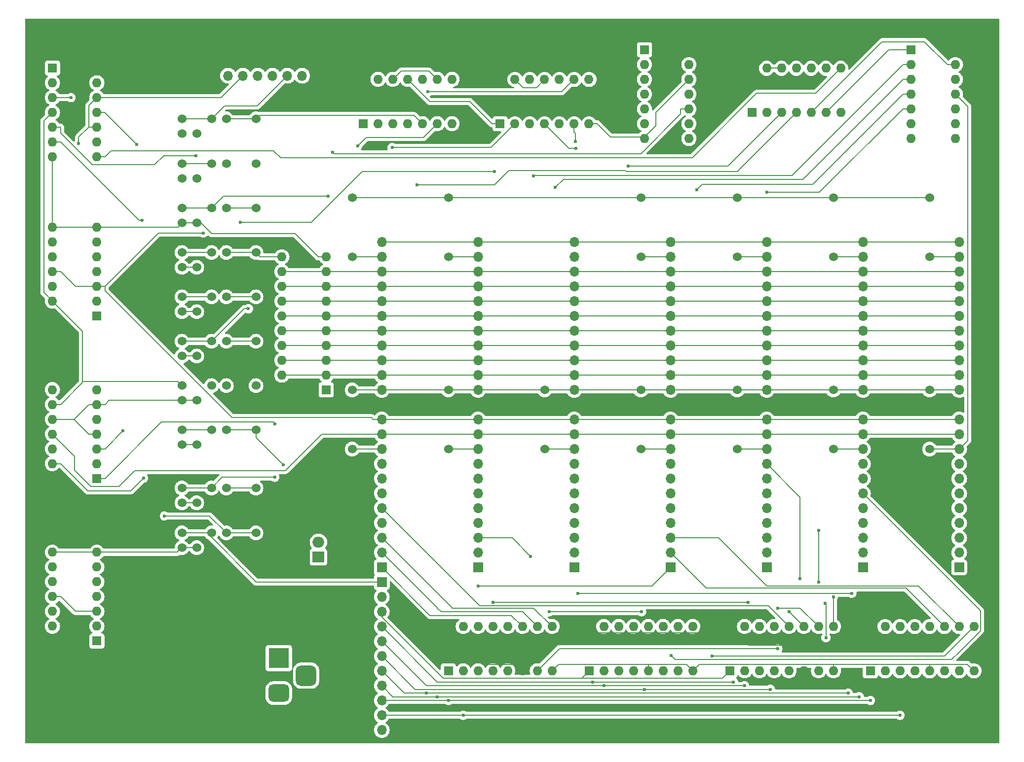
<source format=gbr>
%TF.GenerationSoftware,KiCad,Pcbnew,8.0.2-1*%
%TF.CreationDate,2024-08-04T14:30:48-04:00*%
%TF.ProjectId,bus,6275732e-6b69-4636-9164-5f7063625858,rev?*%
%TF.SameCoordinates,Original*%
%TF.FileFunction,Copper,L1,Top*%
%TF.FilePolarity,Positive*%
%FSLAX46Y46*%
G04 Gerber Fmt 4.6, Leading zero omitted, Abs format (unit mm)*
G04 Created by KiCad (PCBNEW 8.0.2-1) date 2024-08-04 14:30:48*
%MOMM*%
%LPD*%
G01*
G04 APERTURE LIST*
G04 Aperture macros list*
%AMRoundRect*
0 Rectangle with rounded corners*
0 $1 Rounding radius*
0 $2 $3 $4 $5 $6 $7 $8 $9 X,Y pos of 4 corners*
0 Add a 4 corners polygon primitive as box body*
4,1,4,$2,$3,$4,$5,$6,$7,$8,$9,$2,$3,0*
0 Add four circle primitives for the rounded corners*
1,1,$1+$1,$2,$3*
1,1,$1+$1,$4,$5*
1,1,$1+$1,$6,$7*
1,1,$1+$1,$8,$9*
0 Add four rect primitives between the rounded corners*
20,1,$1+$1,$2,$3,$4,$5,0*
20,1,$1+$1,$4,$5,$6,$7,0*
20,1,$1+$1,$6,$7,$8,$9,0*
20,1,$1+$1,$8,$9,$2,$3,0*%
G04 Aperture macros list end*
%TA.AperFunction,ComponentPad*%
%ADD10C,1.524000*%
%TD*%
%TA.AperFunction,ComponentPad*%
%ADD11R,1.600000X1.600000*%
%TD*%
%TA.AperFunction,ComponentPad*%
%ADD12O,1.600000X1.600000*%
%TD*%
%TA.AperFunction,ComponentPad*%
%ADD13R,1.700000X1.700000*%
%TD*%
%TA.AperFunction,ComponentPad*%
%ADD14O,1.700000X1.700000*%
%TD*%
%TA.AperFunction,ComponentPad*%
%ADD15R,3.500000X3.500000*%
%TD*%
%TA.AperFunction,ComponentPad*%
%ADD16RoundRect,0.750000X1.000000X-0.750000X1.000000X0.750000X-1.000000X0.750000X-1.000000X-0.750000X0*%
%TD*%
%TA.AperFunction,ComponentPad*%
%ADD17RoundRect,0.875000X0.875000X-0.875000X0.875000X0.875000X-0.875000X0.875000X-0.875000X-0.875000X0*%
%TD*%
%TA.AperFunction,ComponentPad*%
%ADD18R,2.000000X1.905000*%
%TD*%
%TA.AperFunction,ComponentPad*%
%ADD19O,2.000000X1.905000*%
%TD*%
%TA.AperFunction,ViaPad*%
%ADD20C,0.600000*%
%TD*%
%TA.AperFunction,Conductor*%
%ADD21C,0.200000*%
%TD*%
G04 APERTURE END LIST*
D10*
%TO.P,R8,1*%
%TO.N,Net-(U10-GND)*%
X178308000Y-100337500D03*
%TO.P,R8,2*%
%TO.N,Net-(U25-B0)*%
X178308000Y-110497500D03*
%TD*%
D11*
%TO.P,U9,1,0A*%
%TO.N,Net-(U8-OA)*%
X180843000Y-52702500D03*
D12*
%TO.P,U9,2,0B*%
%TO.N,Net-(U8-OB)*%
X183383000Y-52702500D03*
%TO.P,U9,3,Q0*%
%TO.N,Net-(U34-FAULT)*%
X185923000Y-52702500D03*
%TO.P,U9,4,Q1*%
%TO.N,Net-(U26-IN)*%
X188463000Y-52702500D03*
%TO.P,U9,5,1A*%
%TO.N,Net-(U25-OA)*%
X191003000Y-52702500D03*
%TO.P,U9,6,1B*%
%TO.N,Net-(U25-OB)*%
X193543000Y-52702500D03*
%TO.P,U9,7,GND*%
%TO.N,Net-(U10-GND)*%
X196083000Y-52702500D03*
%TO.P,U9,8,2A*%
%TO.N,Net-(U30-4Q)*%
X196083000Y-45082500D03*
%TO.P,U9,9,2B*%
%TO.N,Net-(U14-1Q)*%
X193543000Y-45082500D03*
%TO.P,U9,10,Q2*%
%TO.N,Net-(U31-0CLK)*%
X191003000Y-45082500D03*
%TO.P,U9,11,Q3*%
%TO.N,unconnected-(U9-Q3-Pad11)*%
X188463000Y-45082500D03*
%TO.P,U9,12,3A*%
%TO.N,Net-(U10-GND)*%
X185923000Y-45082500D03*
%TO.P,U9,13,3B*%
X183383000Y-45082500D03*
%TO.P,U9,14,V+*%
%TO.N,Net-(U10-E1)*%
X180843000Y-45082500D03*
%TD*%
D10*
%TO.P,R10,1*%
%TO.N,Net-(U10-GND)*%
X194818000Y-100337500D03*
%TO.P,R10,2*%
%TO.N,Net-(U2-READ_READY)*%
X194818000Y-110497500D03*
%TD*%
D13*
%TO.P,U6,1,READ_0*%
%TO.N,Net-(U12-Y2)*%
X133858000Y-130817500D03*
D14*
%TO.P,U6,2,READ_1*%
%TO.N,Net-(U12-Y3)*%
X133858000Y-128277500D03*
%TO.P,U6,3,READ_2*%
%TO.N,Net-(U13-Y6)*%
X133858000Y-125737500D03*
%TO.P,U6,4,READ_3*%
%TO.N,unconnected-(U6-READ_3-Pad4)*%
X133858000Y-123197500D03*
%TO.P,U6,5,WRITE_0*%
%TO.N,Net-(U10-Y2)*%
X133858000Y-120657500D03*
%TO.P,U6,6,WRITE_1*%
%TO.N,unconnected-(U6-WRITE_1-Pad6)*%
X133858000Y-118117500D03*
%TO.P,U6,7,WRITE_2*%
%TO.N,unconnected-(U6-WRITE_2-Pad7)*%
X133858000Y-115577500D03*
%TO.P,U6,8,WRITE_2*%
%TO.N,unconnected-(U6-WRITE_2-Pad8)*%
X133858000Y-113037500D03*
%TO.P,U6,9,READ_READY*%
%TO.N,Net-(U25-A1)*%
X133858000Y-110497500D03*
%TO.P,U6,10,CLK_A*%
%TO.N,Net-(U14-0CLK)*%
X133858000Y-107957500D03*
%TO.P,U6,11,CLK_B*%
%TO.N,Net-(U2-CLK_B)*%
X133858000Y-105417500D03*
%TO.P,U6,12,V+*%
%TO.N,Net-(U10-E1)*%
X133858000Y-102877500D03*
%TO.P,U6,13,GND*%
%TO.N,Net-(U10-GND)*%
X133858000Y-100337500D03*
%TO.P,U6,14,D0*%
%TO.N,Net-(U15-D0)*%
X133858000Y-97797500D03*
%TO.P,U6,15,D1*%
%TO.N,Net-(U15-D1)*%
X133858000Y-95257500D03*
%TO.P,U6,16,D2*%
%TO.N,Net-(U15-D2)*%
X133858000Y-92717500D03*
%TO.P,U6,17,D3*%
%TO.N,Net-(U15-D3)*%
X133858000Y-90177500D03*
%TO.P,U6,18,D4*%
%TO.N,Net-(U15-D4)*%
X133858000Y-87637500D03*
%TO.P,U6,19,D5*%
%TO.N,Net-(U15-D5)*%
X133858000Y-85097500D03*
%TO.P,U6,20,D6*%
%TO.N,Net-(U15-D6)*%
X133858000Y-82557500D03*
%TO.P,U6,21,D7*%
%TO.N,Net-(U15-D7)*%
X133858000Y-80017500D03*
%TO.P,U6,22,FAULT*%
%TO.N,Net-(U6-FAULT)*%
X133858000Y-77477500D03*
%TO.P,U6,23,ENABLE*%
%TO.N,Net-(U16-2B)*%
X133858000Y-74937500D03*
%TD*%
D10*
%TO.P,U22,1,IN*%
%TO.N,Net-(U22-IN)*%
X83058000Y-107222500D03*
X88138000Y-107222500D03*
%TO.P,U22,2,GND*%
%TO.N,Net-(U10-GND)*%
X83058000Y-109762500D03*
X85598000Y-109762500D03*
%TO.P,U22,3,OUT*%
%TO.N,Net-(U1-Done)*%
X90678000Y-107222500D03*
X95758000Y-107222500D03*
%TD*%
%TO.P,U33,1,IN*%
%TO.N,Net-(U33-IN)*%
X83058000Y-61502500D03*
X88138000Y-61502500D03*
%TO.P,U33,2,GND*%
%TO.N,Net-(U10-GND)*%
X83058000Y-64042500D03*
X85598000Y-64042500D03*
%TO.P,U33,3,OUT*%
%TO.N,Net-(U1-Start)*%
X90678000Y-61502500D03*
X95758000Y-61502500D03*
%TD*%
%TO.P,U26,1,IN*%
%TO.N,Net-(U26-IN)*%
X83058000Y-117182500D03*
X88138000Y-117182500D03*
%TO.P,U26,2,GND*%
%TO.N,Net-(U10-GND)*%
X83058000Y-119722500D03*
X85598000Y-119722500D03*
%TO.P,U26,3,OUT*%
%TO.N,Net-(U14-0D)*%
X90678000Y-117182500D03*
X95758000Y-117182500D03*
%TD*%
D13*
%TO.P,U3,1,READ_0*%
%TO.N,Net-(U12-Y7)*%
X183388000Y-130817500D03*
D14*
%TO.P,U3,2,READ_1*%
%TO.N,Net-(U13-Y0)*%
X183388000Y-128277500D03*
%TO.P,U3,3,READ_2*%
%TO.N,Net-(U13-Y1)*%
X183388000Y-125737500D03*
%TO.P,U3,4,READ_3*%
%TO.N,Net-(U13-Y2)*%
X183388000Y-123197500D03*
%TO.P,U3,5,WRITE_0*%
%TO.N,Net-(U10-Y4)*%
X183388000Y-120657500D03*
%TO.P,U3,6,WRITE_1*%
%TO.N,Net-(U10-Y5)*%
X183388000Y-118117500D03*
%TO.P,U3,7,WRITE_2*%
%TO.N,Net-(U10-Y6)*%
X183388000Y-115577500D03*
%TO.P,U3,8,WRITE_2*%
%TO.N,Net-(U10-Y7)*%
X183388000Y-113037500D03*
%TO.P,U3,9,READ_READY*%
%TO.N,Net-(U25-B0)*%
X183388000Y-110497500D03*
%TO.P,U3,10,CLK_A*%
%TO.N,Net-(U14-0CLK)*%
X183388000Y-107957500D03*
%TO.P,U3,11,CLK_B*%
%TO.N,Net-(U2-CLK_B)*%
X183388000Y-105417500D03*
%TO.P,U3,12,V+*%
%TO.N,Net-(U10-E1)*%
X183388000Y-102877500D03*
%TO.P,U3,13,GND*%
%TO.N,Net-(U10-GND)*%
X183388000Y-100337500D03*
%TO.P,U3,14,D0*%
%TO.N,Net-(U15-D0)*%
X183388000Y-97797500D03*
%TO.P,U3,15,D1*%
%TO.N,Net-(U15-D1)*%
X183388000Y-95257500D03*
%TO.P,U3,16,D2*%
%TO.N,Net-(U15-D2)*%
X183388000Y-92717500D03*
%TO.P,U3,17,D3*%
%TO.N,Net-(U15-D3)*%
X183388000Y-90177500D03*
%TO.P,U3,18,D4*%
%TO.N,Net-(U15-D4)*%
X183388000Y-87637500D03*
%TO.P,U3,19,D5*%
%TO.N,Net-(U15-D5)*%
X183388000Y-85097500D03*
%TO.P,U3,20,D6*%
%TO.N,Net-(U15-D6)*%
X183388000Y-82557500D03*
%TO.P,U3,21,D7*%
%TO.N,Net-(U15-D7)*%
X183388000Y-80017500D03*
%TO.P,U3,22,FAULT*%
%TO.N,Net-(U3-FAULT)*%
X183388000Y-77477500D03*
%TO.P,U3,23,ENABLE*%
%TO.N,Net-(U16-2B)*%
X183388000Y-74937500D03*
%TD*%
D11*
%TO.P,U23,1,I0*%
%TO.N,Net-(U16-3Q)*%
X137653000Y-54612500D03*
D12*
%TO.P,U23,2,O0*%
%TO.N,Net-(U15-OE#)*%
X140193000Y-54612500D03*
%TO.P,U23,3,I1*%
%TO.N,Net-(U16-4Q)*%
X142733000Y-54612500D03*
%TO.P,U23,4,O1*%
%TO.N,Net-(U10-E2#)*%
X145273000Y-54612500D03*
%TO.P,U23,5,I2*%
%TO.N,Net-(U21-OUT)*%
X147813000Y-54612500D03*
%TO.P,U23,6,O2*%
%TO.N,Net-(U12-E2#)*%
X150353000Y-54612500D03*
%TO.P,U23,7,GND*%
%TO.N,Net-(U10-GND)*%
X152893000Y-54612500D03*
%TO.P,U23,8,03*%
%TO.N,Net-(U16-3B)*%
X152893000Y-46992500D03*
%TO.P,U23,9,I3*%
%TO.N,Net-(U16-1Q)*%
X150353000Y-46992500D03*
%TO.P,U23,10,O4*%
%TO.N,unconnected-(U23-O4-Pad10)*%
X147813000Y-46992500D03*
%TO.P,U23,11,I4*%
%TO.N,Net-(U10-GND)*%
X145273000Y-46992500D03*
%TO.P,U23,12,O5*%
%TO.N,unconnected-(U23-O5-Pad12)*%
X142733000Y-46992500D03*
%TO.P,U23,13,I5*%
%TO.N,Net-(U10-GND)*%
X140193000Y-46992500D03*
%TO.P,U23,14,V+*%
%TO.N,Net-(U10-E1)*%
X137653000Y-46992500D03*
%TD*%
D11*
%TO.P,U28,1,0Q*%
%TO.N,Net-(U14-1D)*%
X68453000Y-87587500D03*
D12*
%TO.P,U28,2,0Q#*%
%TO.N,Net-(U28-0Q#)*%
X68453000Y-85047500D03*
%TO.P,U28,3,0CLK*%
%TO.N,Net-(U2-CLK_B)*%
X68453000Y-82507500D03*
%TO.P,U28,4,0RESET*%
%TO.N,Net-(U10-GND)*%
X68453000Y-79967500D03*
%TO.P,U28,5,0D*%
%TO.N,Net-(U14-0Q)*%
X68453000Y-77427500D03*
%TO.P,U28,6,0SET*%
%TO.N,Net-(U10-GND)*%
X68453000Y-74887500D03*
%TO.P,U28,7,GND*%
X68453000Y-72347500D03*
%TO.P,U28,8,1SET*%
X60833000Y-72347500D03*
%TO.P,U28,9,1D*%
%TO.N,Net-(U14-1Q)*%
X60833000Y-74887500D03*
%TO.P,U28,10,1RESET*%
%TO.N,Net-(U10-GND)*%
X60833000Y-77427500D03*
%TO.P,U28,11,1CLK*%
%TO.N,Net-(U2-CLK_B)*%
X60833000Y-79967500D03*
%TO.P,U28,12,1Q3*%
%TO.N,unconnected-(U28-1Q3-Pad12)*%
X60833000Y-82507500D03*
%TO.P,U28,13,1Q*%
%TO.N,Net-(U21-IN)*%
X60833000Y-85047500D03*
%TO.P,U28,14,V+*%
%TO.N,Net-(U10-E1)*%
X60833000Y-87587500D03*
%TD*%
D13*
%TO.P,U34,1,V+*%
%TO.N,Net-(U10-E1)*%
X88448000Y-46357500D03*
D14*
%TO.P,U34,2,GND*%
%TO.N,Net-(U10-GND)*%
X90988000Y-46357500D03*
%TO.P,U34,3,A_CLK*%
%TO.N,Net-(U14-0CLK)*%
X93528000Y-46357500D03*
%TO.P,U34,4,B_CLK*%
%TO.N,Net-(U2-CLK_B)*%
X96068000Y-46357500D03*
%TO.P,U34,5,START*%
%TO.N,Net-(U33-IN)*%
X98608000Y-46357500D03*
%TO.P,U34,6,ENABLE*%
%TO.N,Net-(U32-IN)*%
X101148000Y-46357500D03*
%TO.P,U34,7,FAULT*%
%TO.N,Net-(U34-FAULT)*%
X103688000Y-46357500D03*
%TD*%
D10*
%TO.P,R6,1*%
%TO.N,Net-(U10-GND)*%
X161798000Y-100337500D03*
%TO.P,R6,2*%
%TO.N,Net-(U25-A3)*%
X161798000Y-110497500D03*
%TD*%
%TO.P,R4,1*%
%TO.N,Net-(U10-GND)*%
X112268000Y-100337500D03*
%TO.P,R4,2*%
%TO.N,Net-(U25-A0)*%
X112268000Y-110497500D03*
%TD*%
D11*
%TO.P,U31,1,0Q*%
%TO.N,Net-(U16-2A)*%
X68453000Y-115527500D03*
D12*
%TO.P,U31,2,0Q#*%
%TO.N,unconnected-(U31-0Q#-Pad2)*%
X68453000Y-112987500D03*
%TO.P,U31,3,0CLK*%
%TO.N,Net-(U31-0CLK)*%
X68453000Y-110447500D03*
%TO.P,U31,4,0RESET*%
%TO.N,Net-(U10-GND)*%
X68453000Y-107907500D03*
%TO.P,U31,5,0D*%
%TO.N,Net-(U30-1Q)*%
X68453000Y-105367500D03*
%TO.P,U31,6,0SET*%
%TO.N,Net-(U10-GND)*%
X68453000Y-102827500D03*
%TO.P,U31,7,GND*%
X68453000Y-100287500D03*
%TO.P,U31,8,1SET*%
X60833000Y-100287500D03*
%TO.P,U31,9,1D*%
%TO.N,Net-(U21-IN)*%
X60833000Y-102827500D03*
%TO.P,U31,10,1RESET*%
%TO.N,Net-(U10-GND)*%
X60833000Y-105367500D03*
%TO.P,U31,11,1CLK*%
%TO.N,Net-(U14-0CLK)*%
X60833000Y-107907500D03*
%TO.P,U31,12,1Q3*%
%TO.N,unconnected-(U31-1Q3-Pad12)*%
X60833000Y-110447500D03*
%TO.P,U31,13,1Q*%
%TO.N,Net-(U22-IN)*%
X60833000Y-112987500D03*
%TO.P,U31,14,V+*%
%TO.N,Net-(U10-E1)*%
X60833000Y-115527500D03*
%TD*%
D13*
%TO.P,U7,1,READ_0*%
%TO.N,Net-(U12-Y4)*%
X117348000Y-130802500D03*
D14*
%TO.P,U7,2,READ_1*%
%TO.N,Net-(U12-Y5)*%
X117348000Y-128262500D03*
%TO.P,U7,3,READ_2*%
%TO.N,Net-(U12-Y6)*%
X117348000Y-125722500D03*
%TO.P,U7,4,READ_3*%
%TO.N,unconnected-(U7-READ_3-Pad4)*%
X117348000Y-123182500D03*
%TO.P,U7,5,WRITE_0*%
%TO.N,Net-(U10-Y3)*%
X117348000Y-120642500D03*
%TO.P,U7,6,WRITE_1*%
%TO.N,unconnected-(U7-WRITE_1-Pad6)*%
X117348000Y-118102500D03*
%TO.P,U7,7,WRITE_2*%
%TO.N,unconnected-(U7-WRITE_2-Pad7)*%
X117348000Y-115562500D03*
%TO.P,U7,8,WRITE_2*%
%TO.N,unconnected-(U7-WRITE_2-Pad8)*%
X117348000Y-113022500D03*
%TO.P,U7,9,READ_READY*%
%TO.N,Net-(U25-A0)*%
X117348000Y-110482500D03*
%TO.P,U7,10,CLK_A*%
%TO.N,Net-(U14-0CLK)*%
X117348000Y-107942500D03*
%TO.P,U7,11,CLK_B*%
%TO.N,Net-(U2-CLK_B)*%
X117348000Y-105402500D03*
%TO.P,U7,12,V+*%
%TO.N,Net-(U10-E1)*%
X117348000Y-102862500D03*
%TO.P,U7,13,GND*%
%TO.N,Net-(U10-GND)*%
X117348000Y-100322500D03*
%TO.P,U7,14,D0*%
%TO.N,Net-(U15-D0)*%
X117348000Y-97782500D03*
%TO.P,U7,15,D1*%
%TO.N,Net-(U15-D1)*%
X117348000Y-95242500D03*
%TO.P,U7,16,D2*%
%TO.N,Net-(U15-D2)*%
X117348000Y-92702500D03*
%TO.P,U7,17,D3*%
%TO.N,Net-(U15-D3)*%
X117348000Y-90162500D03*
%TO.P,U7,18,D4*%
%TO.N,Net-(U15-D4)*%
X117348000Y-87622500D03*
%TO.P,U7,19,D5*%
%TO.N,Net-(U15-D5)*%
X117348000Y-85082500D03*
%TO.P,U7,20,D6*%
%TO.N,Net-(U15-D6)*%
X117348000Y-82542500D03*
%TO.P,U7,21,D7*%
%TO.N,Net-(U15-D7)*%
X117348000Y-80002500D03*
%TO.P,U7,22,FAULT*%
%TO.N,Net-(U7-FAULT)*%
X117348000Y-77462500D03*
%TO.P,U7,23,ENABLE*%
%TO.N,Net-(U16-2B)*%
X117348000Y-74922500D03*
%TD*%
D10*
%TO.P,U19,1,IN*%
%TO.N,Net-(U19-IN)*%
X83058000Y-84362500D03*
X88138000Y-84362500D03*
%TO.P,U19,2,GND*%
%TO.N,Net-(U10-GND)*%
X83058000Y-86902500D03*
X85598000Y-86902500D03*
%TO.P,U19,3,OUT*%
%TO.N,Net-(U16-1A)*%
X90678000Y-84362500D03*
X95758000Y-84362500D03*
%TD*%
D11*
%TO.P,U15,1,OE#*%
%TO.N,Net-(U15-OE#)*%
X107823000Y-100332500D03*
D12*
%TO.P,U15,2,D0*%
%TO.N,Net-(U15-D0)*%
X107823000Y-97792500D03*
%TO.P,U15,3,D1*%
%TO.N,Net-(U15-D1)*%
X107823000Y-95252500D03*
%TO.P,U15,4,D2*%
%TO.N,Net-(U15-D2)*%
X107823000Y-92712500D03*
%TO.P,U15,5,D3*%
%TO.N,Net-(U15-D3)*%
X107823000Y-90172500D03*
%TO.P,U15,6,D4*%
%TO.N,Net-(U15-D4)*%
X107823000Y-87632500D03*
%TO.P,U15,7,D5*%
%TO.N,Net-(U15-D5)*%
X107823000Y-85092500D03*
%TO.P,U15,8,D6*%
%TO.N,Net-(U15-D6)*%
X107823000Y-82552500D03*
%TO.P,U15,9,D7*%
%TO.N,Net-(U15-D7)*%
X107823000Y-80012500D03*
%TO.P,U15,10,GND*%
%TO.N,Net-(U10-GND)*%
X107823000Y-77472500D03*
%TO.P,U15,11,CLK*%
%TO.N,Net-(U15-CLK)*%
X100203000Y-77472500D03*
%TO.P,U15,12,Q7*%
%TO.N,Net-(U15-D7)*%
X100203000Y-80012500D03*
%TO.P,U15,13,Q6*%
%TO.N,Net-(U15-D6)*%
X100203000Y-82552500D03*
%TO.P,U15,14,Q5*%
%TO.N,Net-(U15-D5)*%
X100203000Y-85092500D03*
%TO.P,U15,15,Q4*%
%TO.N,Net-(U15-D4)*%
X100203000Y-87632500D03*
%TO.P,U15,16,Q3*%
%TO.N,Net-(U15-D3)*%
X100203000Y-90172500D03*
%TO.P,U15,17,Q2*%
%TO.N,Net-(U15-D2)*%
X100203000Y-92712500D03*
%TO.P,U15,18,Q1*%
%TO.N,Net-(U15-D1)*%
X100203000Y-95252500D03*
%TO.P,U15,19,Q0*%
%TO.N,Net-(U15-D0)*%
X100203000Y-97792500D03*
%TO.P,U15,20,V+*%
%TO.N,Net-(U10-E1)*%
X100203000Y-100332500D03*
%TD*%
D10*
%TO.P,U20,1,IN*%
%TO.N,Net-(U16-2Q)*%
X83058000Y-91982500D03*
X88138000Y-91982500D03*
%TO.P,U20,2,GND*%
%TO.N,Net-(U10-GND)*%
X83058000Y-94522500D03*
X85598000Y-94522500D03*
%TO.P,U20,3,OUT*%
%TO.N,Net-(U16-1B)*%
X90678000Y-91982500D03*
X95758000Y-91982500D03*
%TD*%
D11*
%TO.P,U13,1,A0*%
%TO.N,Net-(U1-RA0)*%
X201168000Y-148597500D03*
D12*
%TO.P,U13,2,A1*%
%TO.N,Net-(U1-RA1)*%
X203708000Y-148597500D03*
%TO.P,U13,3,A2*%
%TO.N,Net-(U1-RA2)*%
X206248000Y-148597500D03*
%TO.P,U13,4,E2#*%
%TO.N,Net-(U12-E2#)*%
X208788000Y-148597500D03*
%TO.P,U13,5,E3#*%
%TO.N,Net-(U10-GND)*%
X211328000Y-148597500D03*
%TO.P,U13,6,E1*%
%TO.N,Net-(U1-RA3)*%
X213868000Y-148597500D03*
%TO.P,U13,7,Y7*%
%TO.N,Net-(U13-Y7)*%
X216408000Y-148597500D03*
%TO.P,U13,8,GND*%
%TO.N,Net-(U10-GND)*%
X218948000Y-148597500D03*
%TO.P,U13,9,Y6*%
%TO.N,Net-(U13-Y6)*%
X218948000Y-140977500D03*
%TO.P,U13,10,Y5*%
%TO.N,Net-(U13-Y5)*%
X216408000Y-140977500D03*
%TO.P,U13,11,Y4*%
%TO.N,Net-(U13-Y4)*%
X213868000Y-140977500D03*
%TO.P,U13,12,Y3*%
%TO.N,Net-(U13-Y3)*%
X211328000Y-140977500D03*
%TO.P,U13,13,Y2*%
%TO.N,Net-(U13-Y2)*%
X208788000Y-140977500D03*
%TO.P,U13,14,Y1*%
%TO.N,Net-(U13-Y1)*%
X206248000Y-140977500D03*
%TO.P,U13,15,Y0*%
%TO.N,Net-(U13-Y0)*%
X203708000Y-140977500D03*
%TO.P,U13,16,V+*%
%TO.N,Net-(U10-E1)*%
X201168000Y-140977500D03*
%TD*%
D11*
%TO.P,U11,1,A0*%
%TO.N,Net-(U1-WA0)*%
X152908000Y-148587500D03*
D12*
%TO.P,U11,2,A1*%
%TO.N,Net-(U1-WA1)*%
X155448000Y-148587500D03*
%TO.P,U11,3,A2*%
%TO.N,Net-(U1-WA2)*%
X157988000Y-148587500D03*
%TO.P,U11,4,E2#*%
%TO.N,Net-(U10-E2#)*%
X160528000Y-148587500D03*
%TO.P,U11,5,E3#*%
%TO.N,Net-(U10-GND)*%
X163068000Y-148587500D03*
%TO.P,U11,6,E1*%
%TO.N,Net-(U1-WA3)*%
X165608000Y-148587500D03*
%TO.P,U11,7,Y7*%
%TO.N,unconnected-(U11-Y7-Pad7)*%
X168148000Y-148587500D03*
%TO.P,U11,8,GND*%
%TO.N,Net-(U10-GND)*%
X170688000Y-148587500D03*
%TO.P,U11,9,Y6*%
%TO.N,unconnected-(U11-Y6-Pad9)*%
X170688000Y-140967500D03*
%TO.P,U11,10,Y5*%
%TO.N,unconnected-(U11-Y5-Pad10)*%
X168148000Y-140967500D03*
%TO.P,U11,11,Y4*%
%TO.N,unconnected-(U11-Y4-Pad11)*%
X165608000Y-140967500D03*
%TO.P,U11,12,Y3*%
%TO.N,Net-(U11-Y3)*%
X163068000Y-140967500D03*
%TO.P,U11,13,Y2*%
%TO.N,Net-(U11-Y2)*%
X160528000Y-140967500D03*
%TO.P,U11,14,Y1*%
%TO.N,Net-(U11-Y1)*%
X157988000Y-140967500D03*
%TO.P,U11,15,Y0*%
%TO.N,Net-(U11-Y0)*%
X155448000Y-140967500D03*
%TO.P,U11,16,V+*%
%TO.N,Net-(U10-E1)*%
X152908000Y-140967500D03*
%TD*%
D10*
%TO.P,R11,1*%
%TO.N,Net-(U2-FAULT)*%
X194818000Y-77477500D03*
%TO.P,R11,2*%
%TO.N,Net-(U10-GND)*%
X194818000Y-67317500D03*
%TD*%
D15*
%TO.P,J1,1*%
%TO.N,Net-(U29-IN)*%
X99682500Y-146402500D03*
D16*
%TO.P,J1,2*%
%TO.N,Net-(U10-GND)*%
X99682500Y-152402500D03*
D17*
%TO.P,J1,3*%
%TO.N,N/C*%
X104382500Y-149402500D03*
%TD*%
D10*
%TO.P,U27,1,IN*%
%TO.N,Net-(U1-Move)*%
X83058000Y-124902500D03*
X88138000Y-124902500D03*
%TO.P,U27,2,GND*%
%TO.N,Net-(U10-GND)*%
X83058000Y-127442500D03*
X85598000Y-127442500D03*
%TO.P,U27,3,OUT*%
%TO.N,Net-(U27-OUT)*%
X90678000Y-124902500D03*
X95758000Y-124902500D03*
%TD*%
%TO.P,R9,1*%
%TO.N,Net-(U3-FAULT)*%
X178308000Y-77477500D03*
%TO.P,R9,2*%
%TO.N,Net-(U10-GND)*%
X178308000Y-67317500D03*
%TD*%
D13*
%TO.P,U5,1,READ_0*%
%TO.N,unconnected-(U5-READ_0-Pad1)*%
X150368000Y-130802500D03*
D14*
%TO.P,U5,2,READ_1*%
%TO.N,unconnected-(U5-READ_1-Pad2)*%
X150368000Y-128262500D03*
%TO.P,U5,3,READ_2*%
%TO.N,unconnected-(U5-READ_2-Pad3)*%
X150368000Y-125722500D03*
%TO.P,U5,4,READ_3*%
%TO.N,unconnected-(U5-READ_3-Pad4)*%
X150368000Y-123182500D03*
%TO.P,U5,5,WRITE_0*%
%TO.N,Net-(U11-Y1)*%
X150368000Y-120642500D03*
%TO.P,U5,6,WRITE_1*%
%TO.N,Net-(U11-Y2)*%
X150368000Y-118102500D03*
%TO.P,U5,7,WRITE_2*%
%TO.N,unconnected-(U5-WRITE_2-Pad7)*%
X150368000Y-115562500D03*
%TO.P,U5,8,WRITE_2*%
%TO.N,unconnected-(U5-WRITE_2-Pad8)*%
X150368000Y-113022500D03*
%TO.P,U5,9,READ_READY*%
%TO.N,Net-(U25-A2)*%
X150368000Y-110482500D03*
%TO.P,U5,10,CLK_A*%
%TO.N,Net-(U14-0CLK)*%
X150368000Y-107942500D03*
%TO.P,U5,11,CLK_B*%
%TO.N,Net-(U2-CLK_B)*%
X150368000Y-105402500D03*
%TO.P,U5,12,V+*%
%TO.N,Net-(U10-E1)*%
X150368000Y-102862500D03*
%TO.P,U5,13,GND*%
%TO.N,Net-(U10-GND)*%
X150368000Y-100322500D03*
%TO.P,U5,14,D0*%
%TO.N,Net-(U15-D0)*%
X150368000Y-97782500D03*
%TO.P,U5,15,D1*%
%TO.N,Net-(U15-D1)*%
X150368000Y-95242500D03*
%TO.P,U5,16,D2*%
%TO.N,Net-(U15-D2)*%
X150368000Y-92702500D03*
%TO.P,U5,17,D3*%
%TO.N,Net-(U15-D3)*%
X150368000Y-90162500D03*
%TO.P,U5,18,D4*%
%TO.N,Net-(U15-D4)*%
X150368000Y-87622500D03*
%TO.P,U5,19,D5*%
%TO.N,Net-(U15-D5)*%
X150368000Y-85082500D03*
%TO.P,U5,20,D6*%
%TO.N,Net-(U15-D6)*%
X150368000Y-82542500D03*
%TO.P,U5,21,D7*%
%TO.N,Net-(U15-D7)*%
X150368000Y-80002500D03*
%TO.P,U5,22,FAULT*%
%TO.N,Net-(U34-FAULT)*%
X150368000Y-77462500D03*
%TO.P,U5,23,ENABLE*%
%TO.N,Net-(U16-2B)*%
X150368000Y-74922500D03*
%TD*%
D10*
%TO.P,R7,1*%
%TO.N,Net-(U4-FAULT)*%
X161798000Y-77477500D03*
%TO.P,R7,2*%
%TO.N,Net-(U10-GND)*%
X161798000Y-67317500D03*
%TD*%
%TO.P,R14,1*%
%TO.N,Net-(U24-FAULT)*%
X211328000Y-77477500D03*
%TO.P,R14,2*%
%TO.N,Net-(U10-GND)*%
X211328000Y-67317500D03*
%TD*%
D11*
%TO.P,U10,1,A0*%
%TO.N,Net-(U1-WA0)*%
X177053000Y-148587500D03*
D12*
%TO.P,U10,2,A1*%
%TO.N,Net-(U1-WA1)*%
X179593000Y-148587500D03*
%TO.P,U10,3,A2*%
%TO.N,Net-(U1-WA2)*%
X182133000Y-148587500D03*
%TO.P,U10,4,E2#*%
%TO.N,Net-(U10-E2#)*%
X184673000Y-148587500D03*
%TO.P,U10,5,E3#*%
%TO.N,Net-(U1-WA3)*%
X187213000Y-148587500D03*
%TO.P,U10,6,E1*%
%TO.N,Net-(U10-E1)*%
X189753000Y-148587500D03*
%TO.P,U10,7,Y7*%
%TO.N,Net-(U10-Y7)*%
X192293000Y-148587500D03*
%TO.P,U10,8,GND*%
%TO.N,Net-(U10-GND)*%
X194833000Y-148587500D03*
%TO.P,U10,9,Y6*%
%TO.N,Net-(U10-Y6)*%
X194833000Y-140967500D03*
%TO.P,U10,10,Y5*%
%TO.N,Net-(U10-Y5)*%
X192293000Y-140967500D03*
%TO.P,U10,11,Y4*%
%TO.N,Net-(U10-Y4)*%
X189753000Y-140967500D03*
%TO.P,U10,12,Y3*%
%TO.N,Net-(U10-Y3)*%
X187213000Y-140967500D03*
%TO.P,U10,13,Y2*%
%TO.N,Net-(U10-Y2)*%
X184673000Y-140967500D03*
%TO.P,U10,14,Y1*%
%TO.N,Net-(U10-Y1)*%
X182133000Y-140967500D03*
%TO.P,U10,15,Y0*%
%TO.N,Net-(U10-Y0)*%
X179593000Y-140967500D03*
%TO.P,U10,16,V+*%
%TO.N,Net-(U10-E1)*%
X177053000Y-140967500D03*
%TD*%
D11*
%TO.P,U25,1,OB*%
%TO.N,Net-(U25-OB)*%
X208153000Y-41917500D03*
D12*
%TO.P,U25,2,A0*%
%TO.N,Net-(U25-A0)*%
X208153000Y-44457500D03*
%TO.P,U25,3,A1*%
%TO.N,Net-(U25-A1)*%
X208153000Y-46997500D03*
%TO.P,U25,4,A2*%
%TO.N,Net-(U25-A2)*%
X208153000Y-49537500D03*
%TO.P,U25,5,A3*%
%TO.N,Net-(U25-A3)*%
X208153000Y-52077500D03*
%TO.P,U25,6,NC*%
%TO.N,unconnected-(U25-NC-Pad6)*%
X208153000Y-54617500D03*
%TO.P,U25,7,GND*%
%TO.N,Net-(U10-GND)*%
X208153000Y-57157500D03*
%TO.P,U25,8,NC*%
%TO.N,unconnected-(U25-NC-Pad8)*%
X215773000Y-57157500D03*
%TO.P,U25,9,B0*%
%TO.N,Net-(U25-B0)*%
X215773000Y-54617500D03*
%TO.P,U25,10,B1*%
%TO.N,Net-(U2-READ_READY)*%
X215773000Y-52077500D03*
%TO.P,U25,11,B2*%
%TO.N,Net-(U24-READ_READY)*%
X215773000Y-49537500D03*
%TO.P,U25,12,B3*%
%TO.N,Net-(U10-GND)*%
X215773000Y-46997500D03*
%TO.P,U25,13,OA*%
%TO.N,Net-(U25-OA)*%
X215773000Y-44457500D03*
%TO.P,U25,14,V+*%
%TO.N,Net-(U10-E1)*%
X215773000Y-41917500D03*
%TD*%
D11*
%TO.P,U16,1,1A*%
%TO.N,Net-(U16-1A)*%
X114163000Y-54607500D03*
D12*
%TO.P,U16,2,1B*%
%TO.N,Net-(U16-1B)*%
X116703000Y-54607500D03*
%TO.P,U16,3,1Q*%
%TO.N,Net-(U16-1Q)*%
X119243000Y-54607500D03*
%TO.P,U16,4,2A*%
%TO.N,Net-(U16-2A)*%
X121783000Y-54607500D03*
%TO.P,U16,5,2B*%
%TO.N,Net-(U16-2B)*%
X124323000Y-54607500D03*
%TO.P,U16,6,2Q*%
%TO.N,Net-(U16-2Q)*%
X126863000Y-54607500D03*
%TO.P,U16,7,GND*%
%TO.N,Net-(U10-GND)*%
X129403000Y-54607500D03*
%TO.P,U16,8,4Q*%
%TO.N,Net-(U16-4Q)*%
X129403000Y-46987500D03*
%TO.P,U16,9,4B*%
%TO.N,Net-(U16-3B)*%
X126863000Y-46987500D03*
%TO.P,U16,10,4A*%
%TO.N,Net-(U16-1B)*%
X124323000Y-46987500D03*
%TO.P,U16,11,3Q*%
%TO.N,Net-(U16-3Q)*%
X121783000Y-46987500D03*
%TO.P,U16,12,3B*%
%TO.N,Net-(U16-3B)*%
X119243000Y-46987500D03*
%TO.P,U16,13,3A*%
%TO.N,Net-(U16-1A)*%
X116703000Y-46987500D03*
%TO.P,U16,14,V+*%
%TO.N,Net-(U10-E1)*%
X114163000Y-46987500D03*
%TD*%
D10*
%TO.P,R1,1*%
%TO.N,Net-(U7-FAULT)*%
X112268000Y-77462500D03*
%TO.P,R1,2*%
%TO.N,Net-(U10-GND)*%
X112268000Y-67302500D03*
%TD*%
D13*
%TO.P,U2,1,READ_0*%
%TO.N,Net-(U13-Y3)*%
X199898000Y-130817500D03*
D14*
%TO.P,U2,2,READ_1*%
%TO.N,Net-(U13-Y7)*%
X199898000Y-128277500D03*
%TO.P,U2,3,READ_2*%
%TO.N,unconnected-(U2-READ_2-Pad3)*%
X199898000Y-125737500D03*
%TO.P,U2,4,READ_3*%
%TO.N,unconnected-(U2-READ_3-Pad4)*%
X199898000Y-123197500D03*
%TO.P,U2,5,WRITE_0*%
%TO.N,Net-(U11-Y0)*%
X199898000Y-120657500D03*
%TO.P,U2,6,WRITE_1*%
%TO.N,Net-(U11-Y3)*%
X199898000Y-118117500D03*
%TO.P,U2,7,WRITE_2*%
%TO.N,unconnected-(U2-WRITE_2-Pad7)*%
X199898000Y-115577500D03*
%TO.P,U2,8,WRITE_2*%
%TO.N,unconnected-(U2-WRITE_2-Pad8)*%
X199898000Y-113037500D03*
%TO.P,U2,9,READ_READY*%
%TO.N,Net-(U2-READ_READY)*%
X199898000Y-110497500D03*
%TO.P,U2,10,CLK_A*%
%TO.N,Net-(U14-0CLK)*%
X199898000Y-107957500D03*
%TO.P,U2,11,CLK_B*%
%TO.N,Net-(U2-CLK_B)*%
X199898000Y-105417500D03*
%TO.P,U2,12,V+*%
%TO.N,Net-(U10-E1)*%
X199898000Y-102877500D03*
%TO.P,U2,13,GND*%
%TO.N,Net-(U10-GND)*%
X199898000Y-100337500D03*
%TO.P,U2,14,D0*%
%TO.N,Net-(U15-D0)*%
X199898000Y-97797500D03*
%TO.P,U2,15,D1*%
%TO.N,Net-(U15-D1)*%
X199898000Y-95257500D03*
%TO.P,U2,16,D2*%
%TO.N,Net-(U15-D2)*%
X199898000Y-92717500D03*
%TO.P,U2,17,D3*%
%TO.N,Net-(U15-D3)*%
X199898000Y-90177500D03*
%TO.P,U2,18,D4*%
%TO.N,Net-(U15-D4)*%
X199898000Y-87637500D03*
%TO.P,U2,19,D5*%
%TO.N,Net-(U15-D5)*%
X199898000Y-85097500D03*
%TO.P,U2,20,D6*%
%TO.N,Net-(U15-D6)*%
X199898000Y-82557500D03*
%TO.P,U2,21,D7*%
%TO.N,Net-(U15-D7)*%
X199898000Y-80017500D03*
%TO.P,U2,22,FAULT*%
%TO.N,Net-(U2-FAULT)*%
X199898000Y-77477500D03*
%TO.P,U2,23,ENABLE*%
%TO.N,Net-(U16-2B)*%
X199898000Y-74937500D03*
%TD*%
D10*
%TO.P,R3,1*%
%TO.N,Net-(U6-FAULT)*%
X128778000Y-77477500D03*
%TO.P,R3,2*%
%TO.N,Net-(U10-GND)*%
X128778000Y-67317500D03*
%TD*%
D13*
%TO.P,U4,1,READ_0*%
%TO.N,Net-(U12-Y1)*%
X166878000Y-130817500D03*
D14*
%TO.P,U4,2,READ_1*%
%TO.N,Net-(U13-Y4)*%
X166878000Y-128277500D03*
%TO.P,U4,3,READ_2*%
%TO.N,Net-(U13-Y5)*%
X166878000Y-125737500D03*
%TO.P,U4,4,READ_3*%
%TO.N,unconnected-(U4-READ_3-Pad4)*%
X166878000Y-123197500D03*
%TO.P,U4,5,WRITE_0*%
%TO.N,Net-(U10-Y0)*%
X166878000Y-120657500D03*
%TO.P,U4,6,WRITE_1*%
%TO.N,Net-(U10-Y1)*%
X166878000Y-118117500D03*
%TO.P,U4,7,WRITE_2*%
%TO.N,unconnected-(U4-WRITE_2-Pad7)*%
X166878000Y-115577500D03*
%TO.P,U4,8,WRITE_2*%
%TO.N,unconnected-(U4-WRITE_2-Pad8)*%
X166878000Y-113037500D03*
%TO.P,U4,9,READ_READY*%
%TO.N,Net-(U25-A3)*%
X166878000Y-110497500D03*
%TO.P,U4,10,CLK_A*%
%TO.N,Net-(U14-0CLK)*%
X166878000Y-107957500D03*
%TO.P,U4,11,CLK_B*%
%TO.N,Net-(U2-CLK_B)*%
X166878000Y-105417500D03*
%TO.P,U4,12,V+*%
%TO.N,Net-(U10-E1)*%
X166878000Y-102877500D03*
%TO.P,U4,13,GND*%
%TO.N,Net-(U10-GND)*%
X166878000Y-100337500D03*
%TO.P,U4,14,D0*%
%TO.N,Net-(U15-D0)*%
X166878000Y-97797500D03*
%TO.P,U4,15,D1*%
%TO.N,Net-(U15-D1)*%
X166878000Y-95257500D03*
%TO.P,U4,16,D2*%
%TO.N,Net-(U15-D2)*%
X166878000Y-92717500D03*
%TO.P,U4,17,D3*%
%TO.N,Net-(U15-D3)*%
X166878000Y-90177500D03*
%TO.P,U4,18,D4*%
%TO.N,Net-(U15-D4)*%
X166878000Y-87637500D03*
%TO.P,U4,19,D5*%
%TO.N,Net-(U15-D5)*%
X166878000Y-85097500D03*
%TO.P,U4,20,D6*%
%TO.N,Net-(U15-D6)*%
X166878000Y-82557500D03*
%TO.P,U4,21,D7*%
%TO.N,Net-(U15-D7)*%
X166878000Y-80017500D03*
%TO.P,U4,22,FAULT*%
%TO.N,Net-(U4-FAULT)*%
X166878000Y-77477500D03*
%TO.P,U4,23,ENABLE*%
%TO.N,Net-(U16-2B)*%
X166878000Y-74937500D03*
%TD*%
D10*
%TO.P,R5,1*%
%TO.N,Net-(U10-GND)*%
X145288000Y-100322500D03*
%TO.P,R5,2*%
%TO.N,Net-(U25-A2)*%
X145288000Y-110482500D03*
%TD*%
%TO.P,R2,1*%
%TO.N,Net-(U10-GND)*%
X128778000Y-100322500D03*
%TO.P,R2,2*%
%TO.N,Net-(U25-A1)*%
X128778000Y-110482500D03*
%TD*%
%TO.P,R13,1*%
%TO.N,Net-(U10-GND)*%
X211328000Y-100337500D03*
%TO.P,R13,2*%
%TO.N,Net-(U24-READ_READY)*%
X211328000Y-110497500D03*
%TD*%
D11*
%TO.P,U30,1,1A*%
%TO.N,Net-(U27-OUT)*%
X60843000Y-45037500D03*
D12*
%TO.P,U30,2,1B*%
%TO.N,Net-(U28-0Q#)*%
X60843000Y-47577500D03*
%TO.P,U30,3,1Q*%
%TO.N,Net-(U30-1Q)*%
X60843000Y-50117500D03*
%TO.P,U30,4,2A*%
%TO.N,Net-(U21-IN)*%
X60843000Y-52657500D03*
%TO.P,U30,5,2B*%
%TO.N,Net-(U16-2B)*%
X60843000Y-55197500D03*
%TO.P,U30,6,2Q*%
%TO.N,Net-(U19-IN)*%
X60843000Y-57737500D03*
%TO.P,U30,7,GND*%
%TO.N,Net-(U10-GND)*%
X60843000Y-60277500D03*
%TO.P,U30,8,4Q*%
%TO.N,Net-(U30-4Q)*%
X68463000Y-60277500D03*
%TO.P,U30,9,4B*%
%TO.N,Net-(U27-OUT)*%
X68463000Y-57737500D03*
%TO.P,U30,10,4A*%
%TO.N,Net-(U14-0CLK)*%
X68463000Y-55197500D03*
%TO.P,U30,11,3Q*%
%TO.N,Net-(U18-IN)*%
X68463000Y-52657500D03*
%TO.P,U30,12,3B*%
%TO.N,Net-(U14-0CLK)*%
X68463000Y-50117500D03*
%TO.P,U30,13,3A*%
%TO.N,Net-(U14-0D)*%
X68463000Y-47577500D03*
%TO.P,U30,14,V+*%
%TO.N,Net-(U10-E1)*%
X68463000Y-45037500D03*
%TD*%
D11*
%TO.P,U14,1,0Q*%
%TO.N,Net-(U14-0Q)*%
X68463000Y-143462500D03*
D12*
%TO.P,U14,2,0Q#*%
%TO.N,unconnected-(U14-0Q#-Pad2)*%
X68463000Y-140922500D03*
%TO.P,U14,3,0CLK*%
%TO.N,Net-(U14-0CLK)*%
X68463000Y-138382500D03*
%TO.P,U14,4,0RESET*%
%TO.N,Net-(U10-GND)*%
X68463000Y-135842500D03*
%TO.P,U14,5,0D*%
%TO.N,Net-(U14-0D)*%
X68463000Y-133302500D03*
%TO.P,U14,6,0SET*%
%TO.N,Net-(U10-GND)*%
X68463000Y-130762500D03*
%TO.P,U14,7,GND*%
X68463000Y-128222500D03*
%TO.P,U14,8,1SET*%
X60843000Y-128222500D03*
%TO.P,U14,9,1D*%
%TO.N,Net-(U14-1D)*%
X60843000Y-130762500D03*
%TO.P,U14,10,1RESET*%
%TO.N,Net-(U10-GND)*%
X60843000Y-133302500D03*
%TO.P,U14,11,1CLK*%
%TO.N,Net-(U14-0CLK)*%
X60843000Y-135842500D03*
%TO.P,U14,12,1Q3*%
%TO.N,unconnected-(U14-1Q3-Pad12)*%
X60843000Y-138382500D03*
%TO.P,U14,13,1Q*%
%TO.N,Net-(U14-1Q)*%
X60843000Y-140922500D03*
%TO.P,U14,14,V+*%
%TO.N,Net-(U10-E1)*%
X60843000Y-143462500D03*
%TD*%
D11*
%TO.P,U8,1,OB*%
%TO.N,Net-(U8-OB)*%
X162423000Y-41912500D03*
D12*
%TO.P,U8,2,A0*%
%TO.N,Net-(U7-FAULT)*%
X162423000Y-44452500D03*
%TO.P,U8,3,A1*%
%TO.N,Net-(U6-FAULT)*%
X162423000Y-46992500D03*
%TO.P,U8,4,A2*%
%TO.N,Net-(U4-FAULT)*%
X162423000Y-49532500D03*
%TO.P,U8,5,A3*%
%TO.N,Net-(U3-FAULT)*%
X162423000Y-52072500D03*
%TO.P,U8,6,NC*%
%TO.N,unconnected-(U8-NC-Pad6)*%
X162423000Y-54612500D03*
%TO.P,U8,7,GND*%
%TO.N,Net-(U10-GND)*%
X162423000Y-57152500D03*
%TO.P,U8,8,NC*%
%TO.N,unconnected-(U8-NC-Pad8)*%
X170043000Y-57152500D03*
%TO.P,U8,9,B0*%
%TO.N,Net-(U2-FAULT)*%
X170043000Y-54612500D03*
%TO.P,U8,10,B1*%
%TO.N,Net-(U17-OUT)*%
X170043000Y-52072500D03*
%TO.P,U8,11,B2*%
%TO.N,Net-(U24-FAULT)*%
X170043000Y-49532500D03*
%TO.P,U8,12,B3*%
%TO.N,Net-(U10-GND)*%
X170043000Y-46992500D03*
%TO.P,U8,13,OA*%
%TO.N,Net-(U8-OA)*%
X170043000Y-44452500D03*
%TO.P,U8,14,V+*%
%TO.N,Net-(U10-E1)*%
X170043000Y-41912500D03*
%TD*%
D10*
%TO.P,U18,1,IN*%
%TO.N,Net-(U18-IN)*%
X83058000Y-76742500D03*
X88138000Y-76742500D03*
%TO.P,U18,2,GND*%
%TO.N,Net-(U10-GND)*%
X83058000Y-79282500D03*
X85598000Y-79282500D03*
%TO.P,U18,3,OUT*%
%TO.N,Net-(U15-CLK)*%
X90678000Y-76742500D03*
X95758000Y-76742500D03*
%TD*%
D18*
%TO.P,U29,1,IN*%
%TO.N,Net-(U29-IN)*%
X106482000Y-129034500D03*
D19*
%TO.P,U29,2,GND*%
%TO.N,Net-(U10-GND)*%
X106482000Y-126494500D03*
%TO.P,U29,3,OUT*%
%TO.N,Net-(U10-E1)*%
X106482000Y-123954500D03*
%TD*%
D10*
%TO.P,U21,1,IN*%
%TO.N,Net-(U21-IN)*%
X83058000Y-99602500D03*
X88138000Y-99602500D03*
%TO.P,U21,2,GND*%
%TO.N,Net-(U10-GND)*%
X83058000Y-102142500D03*
X85598000Y-102142500D03*
%TO.P,U21,3,OUT*%
%TO.N,Net-(U21-OUT)*%
X90678000Y-99602500D03*
X95758000Y-99602500D03*
%TD*%
%TO.P,U32,1,IN*%
%TO.N,Net-(U32-IN)*%
X83058000Y-53782500D03*
X88138000Y-53782500D03*
%TO.P,U32,2,GND*%
%TO.N,Net-(U10-GND)*%
X83058000Y-56322500D03*
X85598000Y-56322500D03*
%TO.P,U32,3,OUT*%
%TO.N,Net-(U16-2B)*%
X90678000Y-53782500D03*
X95758000Y-53782500D03*
%TD*%
D13*
%TO.P,U24,1,READ_0*%
%TO.N,unconnected-(U24-READ_0-Pad1)*%
X216408000Y-130817500D03*
D14*
%TO.P,U24,2,READ_1*%
%TO.N,unconnected-(U24-READ_1-Pad2)*%
X216408000Y-128277500D03*
%TO.P,U24,3,READ_2*%
%TO.N,unconnected-(U24-READ_2-Pad3)*%
X216408000Y-125737500D03*
%TO.P,U24,4,READ_3*%
%TO.N,unconnected-(U24-READ_3-Pad4)*%
X216408000Y-123197500D03*
%TO.P,U24,5,WRITE_0*%
%TO.N,unconnected-(U24-WRITE_0-Pad5)*%
X216408000Y-120657500D03*
%TO.P,U24,6,WRITE_1*%
%TO.N,unconnected-(U24-WRITE_1-Pad6)*%
X216408000Y-118117500D03*
%TO.P,U24,7,WRITE_2*%
%TO.N,unconnected-(U24-WRITE_2-Pad7)*%
X216408000Y-115577500D03*
%TO.P,U24,8,WRITE_2*%
%TO.N,unconnected-(U24-WRITE_2-Pad8)*%
X216408000Y-113037500D03*
%TO.P,U24,9,READ_READY*%
%TO.N,Net-(U24-READ_READY)*%
X216408000Y-110497500D03*
%TO.P,U24,10,CLK_A*%
%TO.N,Net-(U14-0CLK)*%
X216408000Y-107957500D03*
%TO.P,U24,11,CLK_B*%
%TO.N,Net-(U2-CLK_B)*%
X216408000Y-105417500D03*
%TO.P,U24,12,V+*%
%TO.N,Net-(U10-E1)*%
X216408000Y-102877500D03*
%TO.P,U24,13,GND*%
%TO.N,Net-(U10-GND)*%
X216408000Y-100337500D03*
%TO.P,U24,14,D0*%
%TO.N,Net-(U15-D0)*%
X216408000Y-97797500D03*
%TO.P,U24,15,D1*%
%TO.N,Net-(U15-D1)*%
X216408000Y-95257500D03*
%TO.P,U24,16,D2*%
%TO.N,Net-(U15-D2)*%
X216408000Y-92717500D03*
%TO.P,U24,17,D3*%
%TO.N,Net-(U15-D3)*%
X216408000Y-90177500D03*
%TO.P,U24,18,D4*%
%TO.N,Net-(U15-D4)*%
X216408000Y-87637500D03*
%TO.P,U24,19,D5*%
%TO.N,Net-(U15-D5)*%
X216408000Y-85097500D03*
%TO.P,U24,20,D6*%
%TO.N,Net-(U15-D6)*%
X216408000Y-82557500D03*
%TO.P,U24,21,D7*%
%TO.N,Net-(U15-D7)*%
X216408000Y-80017500D03*
%TO.P,U24,22,FAULT*%
%TO.N,Net-(U24-FAULT)*%
X216408000Y-77477500D03*
%TO.P,U24,23,ENABLE*%
%TO.N,Net-(U16-2B)*%
X216408000Y-74937500D03*
%TD*%
D10*
%TO.P,U17,1,IN*%
%TO.N,Net-(U16-1Q)*%
X83058000Y-69122500D03*
X88138000Y-69122500D03*
%TO.P,U17,2,GND*%
%TO.N,Net-(U10-GND)*%
X83058000Y-71662500D03*
X85598000Y-71662500D03*
%TO.P,U17,3,OUT*%
%TO.N,Net-(U17-OUT)*%
X90678000Y-69122500D03*
X95758000Y-69122500D03*
%TD*%
D11*
%TO.P,U12,1,A0*%
%TO.N,Net-(U1-RA0)*%
X128793000Y-148587500D03*
D12*
%TO.P,U12,2,A1*%
%TO.N,Net-(U1-RA1)*%
X131333000Y-148587500D03*
%TO.P,U12,3,A2*%
%TO.N,Net-(U1-RA2)*%
X133873000Y-148587500D03*
%TO.P,U12,4,E2#*%
%TO.N,Net-(U12-E2#)*%
X136413000Y-148587500D03*
%TO.P,U12,5,E3#*%
%TO.N,Net-(U1-RA3)*%
X138953000Y-148587500D03*
%TO.P,U12,6,E1*%
%TO.N,Net-(U10-E1)*%
X141493000Y-148587500D03*
%TO.P,U12,7,Y7*%
%TO.N,Net-(U12-Y7)*%
X144033000Y-148587500D03*
%TO.P,U12,8,GND*%
%TO.N,Net-(U10-GND)*%
X146573000Y-148587500D03*
%TO.P,U12,9,Y6*%
%TO.N,Net-(U12-Y6)*%
X146573000Y-140967500D03*
%TO.P,U12,10,Y5*%
%TO.N,Net-(U12-Y5)*%
X144033000Y-140967500D03*
%TO.P,U12,11,Y4*%
%TO.N,Net-(U12-Y4)*%
X141493000Y-140967500D03*
%TO.P,U12,12,Y3*%
%TO.N,Net-(U12-Y3)*%
X138953000Y-140967500D03*
%TO.P,U12,13,Y2*%
%TO.N,Net-(U12-Y2)*%
X136413000Y-140967500D03*
%TO.P,U12,14,Y1*%
%TO.N,Net-(U12-Y1)*%
X133873000Y-140967500D03*
%TO.P,U12,15,Y0*%
%TO.N,unconnected-(U12-Y0-Pad15)*%
X131333000Y-140967500D03*
%TO.P,U12,16,V+*%
%TO.N,Net-(U10-E1)*%
X128793000Y-140967500D03*
%TD*%
D13*
%TO.P,U1,1,Move*%
%TO.N,Net-(U1-Move)*%
X117348000Y-133357500D03*
D14*
%TO.P,U1,2,Done*%
%TO.N,Net-(U1-Done)*%
X117348000Y-135897500D03*
%TO.P,U1,3,WA0*%
%TO.N,Net-(U1-WA0)*%
X117348000Y-138437500D03*
%TO.P,U1,4,WA1*%
%TO.N,Net-(U1-WA1)*%
X117348000Y-140977500D03*
%TO.P,U1,5,WA2*%
%TO.N,Net-(U1-WA2)*%
X117348000Y-143517500D03*
%TO.P,U1,6,WA3*%
%TO.N,Net-(U1-WA3)*%
X117348000Y-146057500D03*
%TO.P,U1,7,RA0*%
%TO.N,Net-(U1-RA0)*%
X117348000Y-148597500D03*
%TO.P,U1,8,RA1*%
%TO.N,Net-(U1-RA1)*%
X117348000Y-151137500D03*
%TO.P,U1,9,RA2*%
%TO.N,Net-(U1-RA2)*%
X117348000Y-153677500D03*
%TO.P,U1,10,RA3*%
%TO.N,Net-(U1-RA3)*%
X117348000Y-156217500D03*
%TO.P,U1,11,Start*%
%TO.N,Net-(U1-Start)*%
X117348000Y-158757500D03*
%TD*%
D20*
%TO.N,Net-(U11-Y3)*%
X167000000Y-146000000D03*
%TO.N,Net-(U1-WA3)*%
X184023000Y-151772500D03*
X162433000Y-151772500D03*
%TO.N,Net-(U1-RA2)*%
X128778000Y-153677500D03*
X201168000Y-153677500D03*
%TO.N,Net-(U1-WA1)*%
X177673000Y-150502500D03*
X153543000Y-150502500D03*
%TO.N,Net-(U1-RA1)*%
X126873000Y-153042500D03*
X199263000Y-153042500D03*
%TO.N,Net-(U1-RA0)*%
X124968000Y-152407500D03*
X197358000Y-152407500D03*
%TO.N,Net-(U1-RA3)*%
X131318000Y-156217500D03*
X206248000Y-156217500D03*
%TO.N,Net-(U1-WA2)*%
X155448000Y-151137500D03*
X179578000Y-151137500D03*
%TO.N,Net-(U1-Done)*%
X100443000Y-113228500D03*
%TO.N,Net-(U2-CLK_B)*%
X86748000Y-73366400D03*
%TO.N,Net-(U10-E1)*%
X189738000Y-144187500D03*
X98674000Y-116572500D03*
%TO.N,Net-(U11-Y0)*%
X197993000Y-135262500D03*
X151003000Y-135262500D03*
%TO.N,Net-(U14-0CLK)*%
X65339600Y-58014800D03*
%TO.N,Net-(U12-Y7)*%
X185293000Y-144787500D03*
%TO.N,Net-(U10-Y5)*%
X185293000Y-137802500D03*
%TO.N,Net-(U10-Y6)*%
X192278000Y-124467500D03*
X192278000Y-133357500D03*
X194818000Y-135897500D03*
%TO.N,Net-(U10-Y4)*%
X187198000Y-138437500D03*
%TO.N,Net-(U10-Y7)*%
X193548000Y-142882500D03*
X193393000Y-137012500D03*
X189103000Y-132722500D03*
%TO.N,Net-(U25-A3)*%
X183412000Y-66403500D03*
%TO.N,Net-(U12-Y1)*%
X133858000Y-133992500D03*
%TO.N,Net-(U25-A2)*%
X171386000Y-65963500D03*
%TO.N,Net-(U13-Y6)*%
X161925000Y-138430000D03*
X142875000Y-128905000D03*
X146050000Y-138430000D03*
X173990000Y-146050000D03*
%TO.N,Net-(U10-Y2)*%
X180213000Y-136802500D03*
X136398000Y-136802500D03*
%TO.N,Net-(U25-A1)*%
X147133000Y-65570300D03*
%TO.N,Net-(U25-A0)*%
X143389000Y-63577100D03*
%TO.N,Net-(U17-OUT)*%
X108950000Y-59549300D03*
%TO.N,Net-(U31-0CLK)*%
X72939600Y-107362500D03*
%TO.N,Net-(U26-IN)*%
X99001000Y-115331500D03*
X123372000Y-65093100D03*
%TO.N,Net-(U10-E2#)*%
X150688000Y-58809900D03*
%TO.N,Net-(U12-E2#)*%
X150594000Y-57628500D03*
%TO.N,Net-(U15-OE#)*%
X119126000Y-58711700D03*
%TO.N,Net-(U16-1Q)*%
X108117000Y-67092700D03*
X125258000Y-49117600D03*
%TO.N,Net-(U18-IN)*%
X75337100Y-58200600D03*
%TO.N,Net-(U19-IN)*%
X76220300Y-71230400D03*
%TO.N,Net-(U16-2B)*%
X85493100Y-60148000D03*
%TO.N,Net-(U21-OUT)*%
X93056200Y-71505400D03*
X136712000Y-62838900D03*
%TO.N,Net-(U22-IN)*%
X76478600Y-115492500D03*
%TO.N,Net-(U27-OUT)*%
X80051500Y-121992500D03*
%TO.N,Net-(U34-FAULT)*%
X159655000Y-61879500D03*
%TO.N,Net-(U30-1Q)*%
X64035100Y-50117500D03*
%TO.N,Net-(U16-2A)*%
X99049000Y-106147500D03*
%TO.N,Net-(U16-2Q)*%
X113212000Y-58448800D03*
X94470000Y-86381800D03*
%TD*%
D21*
%TO.N,Net-(U11-Y3)*%
X167650000Y-146650000D02*
X167000000Y-146000000D01*
X199898000Y-118117500D02*
X220048000Y-138267500D01*
X215100000Y-146650000D02*
X167650000Y-146650000D01*
X216500000Y-145250000D02*
X215100000Y-146650000D01*
X220048000Y-138267500D02*
X220048000Y-141702000D01*
X220048000Y-141702000D02*
X216500000Y-145250000D01*
%TO.N,Net-(U10-GND)*%
X60843000Y-72347500D02*
X60843000Y-60277500D01*
X69854700Y-102827500D02*
X68453000Y-102827500D01*
X83058000Y-127442500D02*
X82278000Y-128222500D01*
X217838000Y-147487500D02*
X218948000Y-148597500D01*
X170043000Y-46992500D02*
X164396000Y-52639500D01*
X112268000Y-100337500D02*
X112268000Y-100322500D01*
X85598000Y-79282500D02*
X83058000Y-79282500D01*
X133873000Y-100322500D02*
X133858000Y-100337500D01*
X150368000Y-100322500D02*
X161783000Y-100322500D01*
X88149400Y-73492600D02*
X86319300Y-71662500D01*
X85598000Y-86902500D02*
X83058000Y-86902500D01*
X86319300Y-71662500D02*
X85598000Y-71662500D01*
X194803000Y-100322500D02*
X194818000Y-100337500D01*
X194833000Y-148587500D02*
X194833000Y-147502500D01*
X183383000Y-45082500D02*
X185923000Y-45082500D01*
X162423000Y-56888700D02*
X162423000Y-57152500D01*
X161783000Y-100322500D02*
X166893000Y-100322500D01*
X133873000Y-100322500D02*
X145288000Y-100322500D01*
X64511300Y-105367500D02*
X67051300Y-107907500D01*
X64511300Y-105367500D02*
X67051300Y-102827500D01*
X178293000Y-100322500D02*
X178308000Y-100337500D01*
X106421000Y-77472500D02*
X102441000Y-73492600D01*
X166893000Y-100322500D02*
X178293000Y-100322500D01*
X83058000Y-102142500D02*
X70539700Y-102142500D01*
X194833000Y-147502500D02*
X194818000Y-147487500D01*
X183403000Y-100322500D02*
X194803000Y-100322500D01*
X162423000Y-56888700D02*
X156571000Y-56888700D01*
X211328000Y-147487500D02*
X217838000Y-147487500D01*
X68453000Y-72347500D02*
X82373000Y-72347500D01*
X211313000Y-100322500D02*
X216393000Y-100322500D01*
X60843000Y-72347500D02*
X68453000Y-72347500D01*
X161798000Y-67317500D02*
X128778000Y-67317500D01*
X183403000Y-100322500D02*
X183388000Y-100337500D01*
X164396000Y-54915700D02*
X162423000Y-56888700D01*
X67051300Y-107907500D02*
X68453000Y-107907500D01*
X163068000Y-148587500D02*
X163068000Y-147487500D01*
X163068000Y-147487500D02*
X169588000Y-147487500D01*
X112268000Y-100322500D02*
X117348000Y-100322500D01*
X70539700Y-102142500D02*
X69854700Y-102827500D01*
X128778000Y-67317500D02*
X112283000Y-67317500D01*
X85598000Y-102142500D02*
X83058000Y-102142500D01*
X85598000Y-71662500D02*
X83058000Y-71662500D01*
X145288000Y-100322500D02*
X150368000Y-100322500D01*
X128778000Y-100322500D02*
X133873000Y-100322500D01*
X117348000Y-100322500D02*
X128778000Y-100322500D01*
X211328000Y-67317500D02*
X194818000Y-67317500D01*
X145273000Y-46992500D02*
X143861000Y-48404300D01*
X68463000Y-128222500D02*
X60843000Y-128222500D01*
X161783000Y-100322500D02*
X161798000Y-100337500D01*
X82278000Y-128222500D02*
X68463000Y-128222500D01*
X143861000Y-48404300D02*
X141605000Y-48404300D01*
X216393000Y-100322500D02*
X216408000Y-100337500D01*
X194818000Y-147487500D02*
X211328000Y-147487500D01*
X85598000Y-109762500D02*
X83058000Y-109762500D01*
X211328000Y-148597500D02*
X211328000Y-147487500D01*
X166893000Y-100322500D02*
X166878000Y-100337500D01*
X67051300Y-102827500D02*
X68453000Y-102827500D01*
X199913000Y-100322500D02*
X211313000Y-100322500D01*
X85598000Y-94522500D02*
X83058000Y-94522500D01*
X85598000Y-119722500D02*
X83058000Y-119722500D01*
X199913000Y-100322500D02*
X199898000Y-100337500D01*
X60833000Y-72347500D02*
X60843000Y-72347500D01*
X178308000Y-67317500D02*
X161798000Y-67317500D01*
X170688000Y-148587500D02*
X171788000Y-147487500D01*
X147673000Y-147487500D02*
X163068000Y-147487500D01*
X141605000Y-48404300D02*
X140193000Y-46992500D01*
X154295000Y-54612500D02*
X152893000Y-54612500D01*
X178293000Y-100322500D02*
X183403000Y-100322500D01*
X146573000Y-148587500D02*
X147673000Y-147487500D01*
X169588000Y-147487500D02*
X170688000Y-148587500D01*
X194803000Y-100322500D02*
X199913000Y-100322500D01*
X194818000Y-67317500D02*
X178308000Y-67317500D01*
X112283000Y-67317500D02*
X112268000Y-67302500D01*
X107823000Y-77472500D02*
X106421000Y-77472500D01*
X164396000Y-52639500D02*
X164396000Y-54915700D01*
X211313000Y-100322500D02*
X211328000Y-100337500D01*
X60833000Y-105367500D02*
X64511300Y-105367500D01*
X171788000Y-147487500D02*
X194818000Y-147487500D01*
X156571000Y-56888700D02*
X154295000Y-54612500D01*
X82373000Y-72347500D02*
X83058000Y-71662500D01*
X85598000Y-127442500D02*
X83058000Y-127442500D01*
X102441000Y-73492600D02*
X88149400Y-73492600D01*
%TO.N,Net-(U1-WA3)*%
X123063000Y-151772500D02*
X162433000Y-151772500D01*
X162433000Y-151772500D02*
X184023000Y-151772500D01*
X117348000Y-146057500D02*
X123063000Y-151772500D01*
%TO.N,Net-(U1-RA2)*%
X128778000Y-153677500D02*
X201168000Y-153677500D01*
X117348000Y-153677500D02*
X128778000Y-153677500D01*
%TO.N,Net-(U1-Move)*%
X88138000Y-124902500D02*
X87374000Y-124902500D01*
X87374000Y-124902500D02*
X83058000Y-124902500D01*
X95829000Y-133357500D02*
X117348000Y-133357500D01*
X87374000Y-124902500D02*
X95829000Y-133357500D01*
%TO.N,Net-(U1-WA1)*%
X153543000Y-150502500D02*
X177673000Y-150502500D01*
X117348000Y-140977500D02*
X126873000Y-150502500D01*
X126873000Y-150502500D02*
X153543000Y-150502500D01*
%TO.N,Net-(U1-RA1)*%
X126873000Y-153042500D02*
X199263000Y-153042500D01*
X117348000Y-151137500D02*
X119253000Y-153042500D01*
X119253000Y-153042500D02*
X126873000Y-153042500D01*
%TO.N,Net-(U1-RA0)*%
X124968000Y-152407500D02*
X197358000Y-152407500D01*
X117348000Y-148597500D02*
X121158000Y-152407500D01*
X121158000Y-152407500D02*
X124968000Y-152407500D01*
%TO.N,Net-(U1-RA3)*%
X131323000Y-156217500D02*
X131318000Y-156217500D01*
X131318000Y-156217500D02*
X131323000Y-156217500D01*
X131323000Y-156217500D02*
X206248000Y-156217500D01*
X117348000Y-156217500D02*
X131318000Y-156217500D01*
%TO.N,Net-(U1-WA2)*%
X155448000Y-151137500D02*
X179578000Y-151137500D01*
X117348000Y-143517500D02*
X124968000Y-151137500D01*
X124968000Y-151137500D02*
X155448000Y-151137500D01*
%TO.N,Net-(U1-Done)*%
X95758000Y-108543500D02*
X100443000Y-113228500D01*
X95758000Y-107222500D02*
X95758000Y-108543500D01*
X90678000Y-107222500D02*
X95758000Y-107222500D01*
%TO.N,Net-(U1-WA0)*%
X152908000Y-148587500D02*
X152908000Y-148597500D01*
X117348000Y-139342500D02*
X127873000Y-149867500D01*
X117348000Y-138437500D02*
X117348000Y-139342500D01*
X151638000Y-149867500D02*
X175773000Y-149867500D01*
X127873000Y-149867500D02*
X151638000Y-149867500D01*
X175773000Y-149867500D02*
X177053000Y-148587500D01*
X152908000Y-148597500D02*
X151638000Y-149867500D01*
%TO.N,Net-(U2-CLK_B)*%
X115606000Y-105111500D02*
X91673200Y-105111500D01*
X166878000Y-105407500D02*
X166878000Y-105417500D01*
X78995800Y-73366400D02*
X69854700Y-82507500D01*
X215773000Y-105417500D02*
X215758000Y-105402500D01*
X64774700Y-82507500D02*
X68453000Y-82507500D01*
X216408000Y-105417500D02*
X215773000Y-105417500D01*
X62234700Y-79967500D02*
X64774700Y-82507500D01*
X199883000Y-105402500D02*
X199898000Y-105417500D01*
X69854700Y-83293400D02*
X69854700Y-82507500D01*
X91673200Y-105111500D02*
X69854700Y-83293400D01*
X115896000Y-105402500D02*
X115606000Y-105111500D01*
X215758000Y-105402500D02*
X199883000Y-105402500D01*
X183388000Y-105412500D02*
X183388000Y-105417500D01*
X166873000Y-105402500D02*
X166878000Y-105407500D01*
X166873000Y-105402500D02*
X150368000Y-105402500D01*
X183378000Y-105402500D02*
X166873000Y-105402500D01*
X150368000Y-105402500D02*
X133858000Y-105402500D01*
X117348000Y-105402500D02*
X115896000Y-105402500D01*
X133858000Y-105402500D02*
X133858000Y-105417500D01*
X183378000Y-105402500D02*
X183388000Y-105412500D01*
X133858000Y-105402500D02*
X117348000Y-105402500D01*
X68453000Y-82507500D02*
X69854700Y-82507500D01*
X60833000Y-79967500D02*
X62234700Y-79967500D01*
X199883000Y-105402500D02*
X183378000Y-105402500D01*
X86748000Y-73366400D02*
X78995800Y-73366400D01*
%TO.N,Net-(U2-READ_READY)*%
X194818000Y-110497500D02*
X199898000Y-110497500D01*
%TO.N,Net-(U15-D0)*%
X150368000Y-97797500D02*
X150368000Y-97782500D01*
X117363000Y-97797500D02*
X107828000Y-97797500D01*
X117363000Y-97797500D02*
X117348000Y-97782500D01*
X107828000Y-97797500D02*
X107823000Y-97792500D01*
X199898000Y-97797500D02*
X183388000Y-97797500D01*
X100208000Y-97797500D02*
X100203000Y-97792500D01*
X99563000Y-97797500D02*
X99558000Y-97792500D01*
X107828000Y-97797500D02*
X100208000Y-97797500D01*
X150368000Y-97797500D02*
X133858000Y-97797500D01*
X133858000Y-97797500D02*
X117363000Y-97797500D01*
X216408000Y-97797500D02*
X199898000Y-97797500D01*
X166878000Y-97797500D02*
X150368000Y-97797500D01*
X100208000Y-97797500D02*
X99563000Y-97797500D01*
X183388000Y-97797500D02*
X166878000Y-97797500D01*
%TO.N,Net-(U2-FAULT)*%
X199898000Y-77477500D02*
X194818000Y-77477500D01*
%TO.N,Net-(U10-E1)*%
X215773000Y-41917500D02*
X214371000Y-41917500D01*
X100203000Y-100332500D02*
X101605000Y-100332500D01*
X65659600Y-43635800D02*
X59776800Y-43635800D01*
X214371000Y-41917500D02*
X212268000Y-39814100D01*
X199898000Y-102873800D02*
X199898000Y-102877500D01*
X166874000Y-102862500D02*
X183380000Y-102862500D01*
X135313000Y-147487500D02*
X140393000Y-147487500D01*
X133858000Y-102862500D02*
X133858000Y-102877500D01*
X88448000Y-46357500D02*
X86996300Y-46357500D01*
X106482000Y-123954500D02*
X106482000Y-122400300D01*
X216393000Y-102862500D02*
X216408000Y-102877500D01*
X116296000Y-44855000D02*
X114163000Y-46987500D01*
X112761000Y-46987500D02*
X110660000Y-44886600D01*
X137653000Y-44855000D02*
X137653000Y-46992500D01*
X142023000Y-40484900D02*
X137653000Y-44855000D01*
X58690000Y-85444500D02*
X60833000Y-87587500D01*
X168641000Y-41912500D02*
X167214000Y-40484900D01*
X166874000Y-102862500D02*
X166878000Y-102866500D01*
X183380000Y-102862500D02*
X183388000Y-102870200D01*
X66337500Y-120734500D02*
X66337500Y-119630500D01*
X67061300Y-45037500D02*
X65659600Y-43635800D01*
X152908000Y-140967500D02*
X154008000Y-142067500D01*
X66693900Y-121090500D02*
X66337500Y-120734500D01*
X184710000Y-39814100D02*
X179441000Y-45082500D01*
X180843000Y-45082500D02*
X179441000Y-45082500D01*
X98674000Y-121090500D02*
X66693900Y-121090500D01*
X117348000Y-102862500D02*
X133858000Y-102862500D01*
X176271000Y-41912500D02*
X179441000Y-45082500D01*
X150368000Y-102862500D02*
X166874000Y-102862500D01*
X212268000Y-39814100D02*
X184710000Y-39814100D01*
X98674000Y-118831500D02*
X98674000Y-121090500D01*
X104135000Y-102862500D02*
X117348000Y-102862500D01*
X175953000Y-142067500D02*
X177053000Y-140967500D01*
X110660000Y-44886600D02*
X89918900Y-44886600D01*
X167214000Y-40484900D02*
X142023000Y-40484900D01*
X98674000Y-116572500D02*
X98674000Y-118831500D01*
X170043000Y-41912500D02*
X176271000Y-41912500D01*
X60843000Y-143462500D02*
X59396100Y-142015500D01*
X137653000Y-44855000D02*
X116296000Y-44855000D01*
X140393000Y-147487500D02*
X141493000Y-148587500D01*
X133858000Y-102862500D02*
X150368000Y-102862500D01*
X166878000Y-102866500D02*
X166878000Y-102877500D01*
X149113000Y-140967500D02*
X152908000Y-140967500D01*
X66337500Y-119630500D02*
X62234700Y-115527500D01*
X199887000Y-102862500D02*
X216393000Y-102862500D01*
X189738000Y-144187500D02*
X197958000Y-144187500D01*
X68463000Y-45037500D02*
X67061300Y-45037500D01*
X114163000Y-46987500D02*
X112761000Y-46987500D01*
X197958000Y-144187500D02*
X201168000Y-140977500D01*
X177053000Y-140967500D02*
X180273000Y-144187500D01*
X85676300Y-45037500D02*
X68463000Y-45037500D01*
X170043000Y-41912500D02*
X168641000Y-41912500D01*
X58690000Y-44722600D02*
X58690000Y-85444500D01*
X59396100Y-127675500D02*
X66337500Y-120734500D01*
X59776800Y-43635800D02*
X58690000Y-44722600D01*
X183380000Y-102862500D02*
X199887000Y-102862500D01*
X59396100Y-142015500D02*
X59396100Y-127675500D01*
X98674000Y-118831500D02*
X102913200Y-118831500D01*
X141493000Y-148587500D02*
X149113000Y-140967500D01*
X86996300Y-46357500D02*
X85676300Y-45037500D01*
X199887000Y-102862500D02*
X199898000Y-102873800D01*
X128793000Y-140967500D02*
X135313000Y-147487500D01*
X101605000Y-100332500D02*
X104135000Y-102862500D01*
X154008000Y-142067500D02*
X175953000Y-142067500D01*
X183388000Y-102870200D02*
X183388000Y-102877500D01*
X62234700Y-115527500D02*
X60833000Y-115527500D01*
X180273000Y-144187500D02*
X189738000Y-144187500D01*
X102913200Y-118831500D02*
X106482000Y-122400300D01*
X89918900Y-44886600D02*
X88448000Y-46357500D01*
%TO.N,Net-(U11-Y0)*%
X151003000Y-135262500D02*
X197993000Y-135262500D01*
%TO.N,Net-(U14-0CLK)*%
X72240600Y-116929500D02*
X67403800Y-116929500D01*
X117348000Y-107942500D02*
X133858000Y-107942500D01*
X133858000Y-107942500D02*
X150368000Y-107942500D01*
X183380000Y-107942500D02*
X199887000Y-107942500D01*
X67403800Y-116929500D02*
X64643000Y-114168500D01*
X68463000Y-55197500D02*
X67061300Y-55197500D01*
X183380000Y-107942500D02*
X183388000Y-107950500D01*
X74972700Y-114197500D02*
X72240600Y-116929500D01*
X117348000Y-107942500D02*
X107053000Y-107942500D01*
X183388000Y-107950500D02*
X183388000Y-107957500D01*
X107053000Y-107942500D02*
X100798000Y-114197500D01*
X100798000Y-114197500D02*
X74972700Y-114197500D01*
X64643000Y-114168500D02*
X64643000Y-111717500D01*
X199887000Y-107942500D02*
X199898000Y-107953500D01*
X199887000Y-107942500D02*
X216393000Y-107942500D01*
X133858000Y-107942500D02*
X133858000Y-107957500D01*
X68463000Y-50117500D02*
X89768000Y-50117500D01*
X216393000Y-107942500D02*
X216408000Y-107957500D01*
X60843000Y-135842500D02*
X62244700Y-135842500D01*
X64784700Y-138382500D02*
X68463000Y-138382500D01*
X65339600Y-56919200D02*
X65339600Y-58014800D01*
X67061300Y-51519200D02*
X68463000Y-50117500D01*
X166874000Y-107942500D02*
X166878000Y-107946500D01*
X67061300Y-55197500D02*
X67061300Y-51519200D01*
X166874000Y-107942500D02*
X183380000Y-107942500D01*
X166878000Y-107946500D02*
X166878000Y-107957500D01*
X64643000Y-111717500D02*
X60833000Y-107907500D01*
X67061300Y-55197500D02*
X65339600Y-56919200D01*
X199898000Y-107953500D02*
X199898000Y-107957500D01*
X62244700Y-135842500D02*
X64784700Y-138382500D01*
X89768000Y-50117500D02*
X93528000Y-46357500D01*
X150368000Y-107942500D02*
X166874000Y-107942500D01*
%TO.N,Net-(U15-D5)*%
X216393000Y-85082500D02*
X216408000Y-85097500D01*
X166874000Y-85082500D02*
X166878000Y-85086300D01*
X183388000Y-85090000D02*
X183388000Y-85097500D01*
X166874000Y-85082500D02*
X183380000Y-85082500D01*
X133858000Y-85082500D02*
X133858000Y-85097500D01*
X166878000Y-85086300D02*
X166878000Y-85097500D01*
X109230000Y-85087500D02*
X109225000Y-85092500D01*
X183380000Y-85082500D02*
X199887000Y-85082500D01*
X109225000Y-85092500D02*
X107823000Y-85092500D01*
X199898000Y-85093700D02*
X199898000Y-85097500D01*
X117343000Y-85087500D02*
X117348000Y-85082500D01*
X117338000Y-85092500D02*
X117343000Y-85087500D01*
X117343000Y-85087500D02*
X109230000Y-85087500D01*
X199887000Y-85082500D02*
X216393000Y-85082500D01*
X183380000Y-85082500D02*
X183388000Y-85090000D01*
X100203000Y-85092500D02*
X107823000Y-85092500D01*
X199887000Y-85082500D02*
X199898000Y-85093700D01*
X117348000Y-85082500D02*
X133858000Y-85082500D01*
X133858000Y-85082500D02*
X150368000Y-85082500D01*
X150368000Y-85082500D02*
X166874000Y-85082500D01*
%TO.N,Net-(U15-D6)*%
X215123000Y-82542500D02*
X199883000Y-82542500D01*
X199883000Y-82542500D02*
X199898000Y-82557500D01*
X183378000Y-82542500D02*
X166873000Y-82542500D01*
X183388000Y-82552500D02*
X183388000Y-82557500D01*
X216408000Y-82557500D02*
X215138000Y-82557500D01*
X150368000Y-82542500D02*
X133858000Y-82542500D01*
X183378000Y-82542500D02*
X183388000Y-82552500D01*
X215138000Y-82557500D02*
X215123000Y-82542500D01*
X166878000Y-82547500D02*
X166878000Y-82557500D01*
X166873000Y-82542500D02*
X166878000Y-82547500D01*
X115886000Y-82552500D02*
X107823000Y-82552500D01*
X166873000Y-82542500D02*
X150368000Y-82542500D01*
X115896000Y-82542500D02*
X115886000Y-82552500D01*
X199883000Y-82542500D02*
X183378000Y-82542500D01*
X133858000Y-82542500D02*
X117348000Y-82542500D01*
X133858000Y-82542500D02*
X133858000Y-82557500D01*
X117348000Y-82542500D02*
X115896000Y-82542500D01*
X107823000Y-82552500D02*
X100203000Y-82552500D01*
%TO.N,Net-(U15-D1)*%
X183386000Y-95252500D02*
X199895000Y-95252500D01*
X150368000Y-95252500D02*
X166878000Y-95252500D01*
X183388000Y-95254100D02*
X183388000Y-95257500D01*
X199898000Y-95255800D02*
X199898000Y-95257500D01*
X133853000Y-95252500D02*
X133858000Y-95257500D01*
X117358000Y-95252500D02*
X117348000Y-95242500D01*
X133853000Y-95252500D02*
X150368000Y-95252500D01*
X150368000Y-95242500D02*
X150368000Y-95252500D01*
X183386000Y-95252500D02*
X183388000Y-95254100D01*
X199895000Y-95252500D02*
X216403000Y-95252500D01*
X107823000Y-95252500D02*
X117358000Y-95252500D01*
X117358000Y-95252500D02*
X133853000Y-95252500D01*
X216403000Y-95252500D02*
X216408000Y-95257500D01*
X199895000Y-95252500D02*
X199898000Y-95255800D01*
X166878000Y-95257500D02*
X166878000Y-95252500D01*
X166878000Y-95252500D02*
X183386000Y-95252500D01*
X100203000Y-95252500D02*
X107823000Y-95252500D01*
X99558000Y-95252500D02*
X100203000Y-95252500D01*
%TO.N,Net-(U15-D7)*%
X150368000Y-80002500D02*
X166874000Y-80002500D01*
X109225000Y-80012500D02*
X107823000Y-80012500D01*
X199887000Y-80002500D02*
X199898000Y-80013700D01*
X166874000Y-80002500D02*
X183380000Y-80002500D01*
X117343000Y-80007500D02*
X117348000Y-80002500D01*
X183380000Y-80002500D02*
X199887000Y-80002500D01*
X216393000Y-80002500D02*
X216408000Y-80017500D01*
X183380000Y-80002500D02*
X183388000Y-80010000D01*
X166878000Y-80006300D02*
X166878000Y-80017500D01*
X166874000Y-80002500D02*
X166878000Y-80006300D01*
X199898000Y-80013700D02*
X199898000Y-80017500D01*
X199887000Y-80002500D02*
X216393000Y-80002500D01*
X183388000Y-80010000D02*
X183388000Y-80017500D01*
X117338000Y-80012500D02*
X117343000Y-80007500D01*
X133858000Y-80002500D02*
X133858000Y-80017500D01*
X117343000Y-80007500D02*
X109230000Y-80007500D01*
X109230000Y-80007500D02*
X109225000Y-80012500D01*
X133858000Y-80002500D02*
X150368000Y-80002500D01*
X117348000Y-80002500D02*
X133858000Y-80002500D01*
X100203000Y-80012500D02*
X107823000Y-80012500D01*
%TO.N,Net-(U15-D4)*%
X115886000Y-87632500D02*
X107823000Y-87632500D01*
X199898000Y-87637500D02*
X183388000Y-87637500D01*
X107823000Y-87632500D02*
X100203000Y-87632500D01*
X183388000Y-87637500D02*
X166878000Y-87637500D01*
X166878000Y-87637500D02*
X150368000Y-87637500D01*
X150368000Y-87637500D02*
X133858000Y-87637500D01*
X117348000Y-87622500D02*
X115896000Y-87622500D01*
X216408000Y-87637500D02*
X199898000Y-87637500D01*
X115896000Y-87622500D02*
X115886000Y-87632500D01*
X150368000Y-87637500D02*
X150368000Y-87622500D01*
X117363000Y-87637500D02*
X117348000Y-87622500D01*
X133858000Y-87637500D02*
X117363000Y-87637500D01*
%TO.N,Net-(U15-D3)*%
X199887000Y-90162500D02*
X199898000Y-90173700D01*
X166878000Y-90166300D02*
X166878000Y-90177500D01*
X183388000Y-90170000D02*
X183388000Y-90177500D01*
X117343000Y-90167500D02*
X109230000Y-90167500D01*
X100203000Y-90172500D02*
X107823000Y-90172500D01*
X150368000Y-90162500D02*
X166874000Y-90162500D01*
X183380000Y-90162500D02*
X183388000Y-90170000D01*
X117343000Y-90167500D02*
X117348000Y-90162500D01*
X216393000Y-90162500D02*
X216408000Y-90177500D01*
X109225000Y-90172500D02*
X107823000Y-90172500D01*
X117348000Y-90162500D02*
X133858000Y-90162500D01*
X166874000Y-90162500D02*
X183380000Y-90162500D01*
X199887000Y-90162500D02*
X216393000Y-90162500D01*
X183380000Y-90162500D02*
X199887000Y-90162500D01*
X133858000Y-90162500D02*
X133858000Y-90177500D01*
X199898000Y-90173700D02*
X199898000Y-90177500D01*
X133858000Y-90162500D02*
X150368000Y-90162500D01*
X117338000Y-90172500D02*
X117343000Y-90167500D01*
X109230000Y-90167500D02*
X109225000Y-90172500D01*
X166874000Y-90162500D02*
X166878000Y-90166300D01*
%TO.N,Net-(U15-D2)*%
X199893000Y-92712500D02*
X183386000Y-92712500D01*
X215133000Y-92712500D02*
X199893000Y-92712500D01*
X215773000Y-92717500D02*
X215138000Y-92717500D01*
X150368000Y-92712500D02*
X133853000Y-92712500D01*
X183388000Y-92715000D02*
X183388000Y-92717500D01*
X107823000Y-92712500D02*
X100203000Y-92712500D01*
X133853000Y-92712500D02*
X117358000Y-92712500D01*
X117358000Y-92712500D02*
X117348000Y-92702500D01*
X215768000Y-92712500D02*
X215133000Y-92712500D01*
X166878000Y-92717500D02*
X166878000Y-92712500D01*
X117358000Y-92712500D02*
X107823000Y-92712500D01*
X183386000Y-92712500D02*
X183388000Y-92715000D01*
X199893000Y-92712500D02*
X199898000Y-92717500D01*
X215138000Y-92717500D02*
X215133000Y-92712500D01*
X216408000Y-92717500D02*
X215773000Y-92717500D01*
X216408000Y-92717500D02*
X215773000Y-92717500D01*
X183386000Y-92712500D02*
X166878000Y-92712500D01*
X150368000Y-92702500D02*
X150368000Y-92712500D01*
X215773000Y-92717500D02*
X215768000Y-92712500D01*
X166878000Y-92712500D02*
X150368000Y-92712500D01*
X133853000Y-92712500D02*
X133858000Y-92717500D01*
X100203000Y-92712500D02*
X99558000Y-92712500D01*
%TO.N,Net-(U12-Y7)*%
X185293000Y-144787500D02*
X147833000Y-144787500D01*
X147833000Y-144787500D02*
X144033000Y-148587500D01*
%TO.N,Net-(U3-FAULT)*%
X178308000Y-77477500D02*
X183388000Y-77477500D01*
%TO.N,Net-(U10-Y5)*%
X185293000Y-137802500D02*
X189128000Y-137802500D01*
X189128000Y-137802500D02*
X192293000Y-140967500D01*
%TO.N,Net-(U25-B0)*%
X178308000Y-110497500D02*
X183388000Y-110497500D01*
%TO.N,Net-(U10-Y6)*%
X192278000Y-133357500D02*
X192278000Y-124467500D01*
X194833000Y-135912500D02*
X194818000Y-135897500D01*
X194833000Y-140967500D02*
X194833000Y-135912500D01*
%TO.N,Net-(U10-Y4)*%
X187198000Y-138437500D02*
X187223000Y-138437500D01*
X187223000Y-138437500D02*
X189753000Y-140967500D01*
%TO.N,Net-(U10-Y7)*%
X193548000Y-137167500D02*
X193548000Y-142882500D01*
X183388000Y-113037500D02*
X189103000Y-118752500D01*
X193393000Y-137012500D02*
X193548000Y-137167500D01*
X189103000Y-118752500D02*
X189103000Y-132722500D01*
%TO.N,Net-(U13-Y4)*%
X172993000Y-134392500D02*
X207283000Y-134392500D01*
X166878000Y-128277500D02*
X172993000Y-134392500D01*
X207283000Y-134392500D02*
X213868000Y-140977500D01*
%TO.N,Net-(U4-FAULT)*%
X161798000Y-77477500D02*
X166878000Y-77477500D01*
%TO.N,Net-(U13-Y5)*%
X183388000Y-133992500D02*
X209423000Y-133992500D01*
X175133000Y-125737500D02*
X183388000Y-133992500D01*
X166878000Y-125737500D02*
X175133000Y-125737500D01*
X209423000Y-133992500D02*
X216408000Y-140977500D01*
%TO.N,Net-(U25-A3)*%
X166878000Y-110497500D02*
X161798000Y-110497500D01*
X206751000Y-52077500D02*
X192425000Y-66403500D01*
X208153000Y-52077500D02*
X206751000Y-52077500D01*
X192425000Y-66403500D02*
X183412000Y-66403500D01*
%TO.N,Net-(U12-Y1)*%
X166878000Y-130817500D02*
X163703000Y-133992500D01*
X163703000Y-133992500D02*
X133858000Y-133992500D01*
%TO.N,Net-(U25-A2)*%
X172349000Y-64999800D02*
X191289000Y-64999800D01*
X150368000Y-110482500D02*
X145288000Y-110482500D01*
X171386000Y-65963500D02*
X172349000Y-64999800D01*
X206751000Y-49537500D02*
X208153000Y-49537500D01*
X191289000Y-64999800D02*
X206751000Y-49537500D01*
%TO.N,Net-(U13-Y6)*%
X218948000Y-140977500D02*
X213875500Y-146050000D01*
X142875000Y-128905000D02*
X139707500Y-125737500D01*
X213875500Y-146050000D02*
X173990000Y-146050000D01*
X139707500Y-125737500D02*
X133858000Y-125737500D01*
X161925000Y-138430000D02*
X146050000Y-138430000D01*
%TO.N,Net-(U6-FAULT)*%
X133858000Y-77477500D02*
X128778000Y-77477500D01*
%TO.N,Net-(U10-Y2)*%
X136398000Y-136802500D02*
X180213000Y-136802500D01*
%TO.N,Net-(U25-A1)*%
X128770000Y-110490500D02*
X128778000Y-110497500D01*
X133843000Y-110482500D02*
X133858000Y-110497500D01*
X206751000Y-46997500D02*
X189564000Y-64184700D01*
X148518000Y-64184700D02*
X147133000Y-65570300D01*
X189564000Y-64184700D02*
X148518000Y-64184700D01*
X128778000Y-110482500D02*
X133843000Y-110482500D01*
X128763000Y-110482500D02*
X128770000Y-110490500D01*
X208153000Y-46997500D02*
X206751000Y-46997500D01*
X128770000Y-110490500D02*
X128778000Y-110482500D01*
%TO.N,Net-(U12-Y5)*%
X117348000Y-128262500D02*
X126873000Y-137787500D01*
X127508000Y-138437500D02*
X141503000Y-138437500D01*
X126873000Y-137802500D02*
X127508000Y-138437500D01*
X126873000Y-137787500D02*
X126873000Y-137802500D01*
X141503000Y-138437500D02*
X144033000Y-140967500D01*
%TO.N,Net-(U12-Y4)*%
X139598000Y-139072500D02*
X125618000Y-139072500D01*
X125618000Y-139072500D02*
X117348000Y-130802500D01*
X141493000Y-140967500D02*
X139598000Y-139072500D01*
%TO.N,Net-(U10-Y3)*%
X117348000Y-120642500D02*
X134108000Y-137402500D01*
X134108000Y-137402500D02*
X183648000Y-137402500D01*
X183648000Y-137402500D02*
X187213000Y-140967500D01*
%TO.N,Net-(U25-A0)*%
X206751000Y-44457500D02*
X187726000Y-63483000D01*
X187726000Y-63483000D02*
X143484000Y-63483000D01*
X208153000Y-44457500D02*
X206751000Y-44457500D01*
X112283000Y-110482500D02*
X112268000Y-110497500D01*
X117348000Y-110482500D02*
X112283000Y-110482500D01*
X143484000Y-63483000D02*
X143389000Y-63577100D01*
%TO.N,Net-(U12-Y6)*%
X129413000Y-137787500D02*
X129413000Y-137802500D01*
X143408000Y-137802500D02*
X146573000Y-140967500D01*
X117348000Y-125722500D02*
X129413000Y-137787500D01*
X129413000Y-137802500D02*
X143408000Y-137802500D01*
%TO.N,Net-(U7-FAULT)*%
X117348000Y-77462500D02*
X112268000Y-77462500D01*
%TO.N,Net-(U17-OUT)*%
X161829000Y-59760800D02*
X109162000Y-59760800D01*
X168641000Y-52072500D02*
X168641000Y-52948600D01*
X109162000Y-59760800D02*
X108950000Y-59549300D01*
X170043000Y-52072500D02*
X168641000Y-52072500D01*
X90678000Y-69122500D02*
X95758000Y-69122500D01*
X168641000Y-52948600D02*
X161829000Y-59760800D01*
%TO.N,Net-(U24-FAULT)*%
X216408000Y-77477500D02*
X211328000Y-77477500D01*
%TO.N,Net-(U31-0CLK)*%
X68453000Y-110447500D02*
X69854700Y-110447500D01*
X69854700Y-110447500D02*
X72939600Y-107362500D01*
%TO.N,Net-(U25-OA)*%
X210430000Y-40515800D02*
X214371000Y-44457500D01*
X203190000Y-40515800D02*
X210430000Y-40515800D01*
X214371000Y-44457500D02*
X215773000Y-44457500D01*
X191003000Y-52702500D02*
X203190000Y-40515800D01*
%TO.N,Net-(U25-OB)*%
X208153000Y-41917500D02*
X204328000Y-41917500D01*
X204328000Y-41917500D02*
X193543000Y-52702500D01*
%TO.N,Net-(U30-4Q)*%
X196083000Y-45082500D02*
X191778000Y-49387800D01*
X100007000Y-60462600D02*
X98775000Y-59229900D01*
X181673000Y-49387800D02*
X170598000Y-60462600D01*
X170598000Y-60462600D02*
X100007000Y-60462600D01*
X191778000Y-49387800D02*
X181673000Y-49387800D01*
X98775000Y-59229900D02*
X70912300Y-59229900D01*
X69864700Y-60277500D02*
X68463000Y-60277500D01*
X70912300Y-59229900D02*
X69864700Y-60277500D01*
%TO.N,Net-(U26-IN)*%
X159280000Y-62781300D02*
X159168000Y-62668500D01*
X139110000Y-62668500D02*
X136685000Y-65093100D01*
X83058000Y-117182500D02*
X88138000Y-117182500D01*
X188463000Y-52702500D02*
X178384000Y-62781300D01*
X88138000Y-117182500D02*
X89989000Y-115331500D01*
X159168000Y-62668500D02*
X139110000Y-62668500D01*
X89989000Y-115331500D02*
X99001000Y-115331500D01*
X178384000Y-62781300D02*
X159280000Y-62781300D01*
X136685000Y-65093100D02*
X123372000Y-65093100D01*
%TO.N,Net-(U10-E2#)*%
X145273000Y-54612500D02*
X149470000Y-58809800D01*
X149470000Y-58809800D02*
X150688000Y-58809800D01*
X150688000Y-58809800D02*
X150688000Y-58809900D01*
%TO.N,Net-(U12-E2#)*%
X150353000Y-56014200D02*
X150594000Y-56255700D01*
X150594000Y-56255700D02*
X150594000Y-57628500D01*
X150353000Y-54612500D02*
X150353000Y-56014200D01*
%TO.N,Net-(U14-0D)*%
X95758000Y-117182500D02*
X90678000Y-117182500D01*
%TO.N,Net-(U15-OE#)*%
X140193000Y-54612500D02*
X136094000Y-58711700D01*
X136094000Y-58711700D02*
X119126000Y-58711700D01*
%TO.N,Net-(U15-CLK)*%
X95758000Y-76742500D02*
X90678000Y-76742500D01*
X100203000Y-77472500D02*
X96488000Y-77472500D01*
X96488000Y-77472500D02*
X95758000Y-76742500D01*
%TO.N,Net-(U16-3B)*%
X119243000Y-46987500D02*
X120645000Y-45585800D01*
X125461000Y-45585800D02*
X126863000Y-46987500D01*
X120645000Y-45585800D02*
X125461000Y-45585800D01*
%TO.N,Net-(U16-1A)*%
X95758000Y-84362500D02*
X90678000Y-84362500D01*
%TO.N,Net-(U16-1B)*%
X95758000Y-91982500D02*
X90678000Y-91982500D01*
%TO.N,Net-(U16-3Q)*%
X137653000Y-54612500D02*
X136251000Y-54612500D01*
X132433000Y-50794500D02*
X125590000Y-50794500D01*
X136251000Y-54612500D02*
X132433000Y-50794500D01*
X125590000Y-50794500D02*
X121783000Y-46987500D01*
%TO.N,Net-(U16-1Q)*%
X108117000Y-67092700D02*
X90167800Y-67092700D01*
X148228000Y-49117600D02*
X125258000Y-49117600D01*
X88138000Y-69122500D02*
X83058000Y-69122500D01*
X90167800Y-67092700D02*
X88138000Y-69122500D01*
X150353000Y-46992500D02*
X148228000Y-49117600D01*
%TO.N,Net-(U18-IN)*%
X69864700Y-52657500D02*
X69864700Y-52728200D01*
X69864700Y-52728200D02*
X75337100Y-58200600D01*
X68463000Y-52657500D02*
X69864700Y-52657500D01*
X88138000Y-76742500D02*
X83058000Y-76742500D01*
%TO.N,Net-(U19-IN)*%
X75737600Y-71230400D02*
X76220300Y-71230400D01*
X88138000Y-84362500D02*
X83058000Y-84362500D01*
X62244700Y-57737500D02*
X75737600Y-71230400D01*
X60843000Y-57737500D02*
X62244700Y-57737500D01*
%TO.N,Net-(U16-2B)*%
X183388000Y-74937500D02*
X166878000Y-74937500D01*
X117363000Y-74937500D02*
X117348000Y-74922500D01*
X96335000Y-53205800D02*
X95758000Y-53782500D01*
X62244700Y-55197500D02*
X62244700Y-56248800D01*
X122921000Y-53205800D02*
X96335000Y-53205800D01*
X124323000Y-54607500D02*
X122921000Y-53205800D01*
X85462700Y-60117600D02*
X85493100Y-60148000D01*
X133858000Y-74937500D02*
X117363000Y-74937500D01*
X78368200Y-61679200D02*
X79929800Y-60117600D01*
X90678000Y-53782500D02*
X95758000Y-53782500D01*
X166878000Y-74937500D02*
X150368000Y-74937500D01*
X150368000Y-74937500D02*
X133858000Y-74937500D01*
X60843000Y-55197500D02*
X62244700Y-55197500D01*
X150368000Y-74937500D02*
X150368000Y-74922500D01*
X199898000Y-74937500D02*
X183388000Y-74937500D01*
X79929800Y-60117600D02*
X85462700Y-60117600D01*
X67675100Y-61679200D02*
X78368200Y-61679200D01*
X62244700Y-56248800D02*
X67675100Y-61679200D01*
X216408000Y-74937500D02*
X199898000Y-74937500D01*
%TO.N,Net-(U21-OUT)*%
X105298000Y-71505400D02*
X93056200Y-71505400D01*
X136712000Y-62838900D02*
X113965000Y-62838900D01*
X113965000Y-62838900D02*
X105298000Y-71505400D01*
%TO.N,Net-(U22-IN)*%
X62234700Y-112987500D02*
X66913200Y-117666500D01*
X88138000Y-107222500D02*
X83058000Y-107222500D01*
X66913200Y-117666500D02*
X74305300Y-117666500D01*
X60833000Y-112987500D02*
X62234700Y-112987500D01*
X74305300Y-117666500D02*
X76478600Y-115492500D01*
%TO.N,Net-(U24-READ_READY)*%
X217879000Y-109026500D02*
X217879000Y-51643300D01*
X211328000Y-110497500D02*
X216408000Y-110497500D01*
X217879000Y-51643300D02*
X215773000Y-49537500D01*
X216408000Y-110497500D02*
X217879000Y-109026500D01*
%TO.N,Net-(U27-OUT)*%
X95758000Y-124902500D02*
X90678000Y-124902500D01*
X87768100Y-121992500D02*
X80051500Y-121992500D01*
X90678000Y-124902500D02*
X87768100Y-121992500D01*
%TO.N,Net-(U34-FAULT)*%
X185923000Y-52702500D02*
X176746000Y-61879500D01*
X176746000Y-61879500D02*
X159655000Y-61879500D01*
%TO.N,Net-(U30-1Q)*%
X60843000Y-50117500D02*
X64035100Y-50117500D01*
%TO.N,Net-(U16-2A)*%
X98741000Y-105840500D02*
X99049000Y-106147500D01*
X79542200Y-105840500D02*
X98741000Y-105840500D01*
X69854700Y-115527500D02*
X79542200Y-105840500D01*
X68453000Y-115527500D02*
X69854700Y-115527500D01*
%TO.N,Net-(U16-2Q)*%
X94470000Y-86381800D02*
X93739000Y-86381800D01*
X126863000Y-54607500D02*
X124510000Y-56960800D01*
X114700000Y-56960800D02*
X113212000Y-58448800D01*
X124510000Y-56960800D02*
X114700000Y-56960800D01*
X88138000Y-91982500D02*
X83058000Y-91982500D01*
X93739000Y-86381800D02*
X88138000Y-91982500D01*
%TO.N,Net-(U21-IN)*%
X66026000Y-98885300D02*
X66026000Y-90240500D01*
X59391700Y-54108800D02*
X59391700Y-83606200D01*
X66026000Y-90240500D02*
X60833000Y-85047500D01*
X60843000Y-52657500D02*
X59391700Y-54108800D01*
X62234700Y-102827500D02*
X66026000Y-99036200D01*
X66026000Y-99036200D02*
X66026000Y-98885300D01*
X60833000Y-102827500D02*
X62234700Y-102827500D01*
X59391700Y-83606200D02*
X60833000Y-85047500D01*
X66026000Y-98885300D02*
X82340800Y-98885300D01*
X82340800Y-98885300D02*
X83058000Y-99602500D01*
%TO.N,Net-(U32-IN)*%
X90347100Y-51573400D02*
X88138000Y-53782500D01*
X95932000Y-51573400D02*
X90347100Y-51573400D01*
X88138000Y-53782500D02*
X83058000Y-53782500D01*
X101148000Y-46357500D02*
X95932000Y-51573400D01*
%TO.N,Net-(U33-IN)*%
X88138000Y-61502500D02*
X83058000Y-61502500D01*
%TD*%
%TA.AperFunction,Conductor*%
%TO.N,Net-(U10-E1)*%
G36*
X118903702Y-133207883D02*
G01*
X118910180Y-133213915D01*
X125133139Y-139436874D01*
X125133149Y-139436885D01*
X125137479Y-139441215D01*
X125137480Y-139441216D01*
X125249284Y-139553020D01*
X125306913Y-139586291D01*
X125336095Y-139603139D01*
X125336097Y-139603141D01*
X125374151Y-139625111D01*
X125386215Y-139632077D01*
X125538943Y-139673000D01*
X125697057Y-139673000D01*
X130521107Y-139673000D01*
X130588146Y-139692685D01*
X130633901Y-139745489D01*
X130643845Y-139814647D01*
X130614820Y-139878203D01*
X130592230Y-139898575D01*
X130493858Y-139967454D01*
X130332954Y-140128358D01*
X130202432Y-140314765D01*
X130202431Y-140314767D01*
X130106261Y-140521002D01*
X130106258Y-140521011D01*
X130047366Y-140740802D01*
X130047364Y-140740813D01*
X130027532Y-140967498D01*
X130027532Y-140967501D01*
X130047364Y-141194186D01*
X130047366Y-141194197D01*
X130106258Y-141413988D01*
X130106261Y-141413997D01*
X130202431Y-141620232D01*
X130202432Y-141620234D01*
X130332954Y-141806641D01*
X130493858Y-141967545D01*
X130493861Y-141967547D01*
X130680266Y-142098068D01*
X130886504Y-142194239D01*
X130886509Y-142194240D01*
X130886511Y-142194241D01*
X130909878Y-142200502D01*
X131106308Y-142253135D01*
X131268230Y-142267301D01*
X131332998Y-142272968D01*
X131333000Y-142272968D01*
X131333002Y-142272968D01*
X131389673Y-142268009D01*
X131559692Y-142253135D01*
X131779496Y-142194239D01*
X131985734Y-142098068D01*
X132172139Y-141967547D01*
X132333047Y-141806639D01*
X132463568Y-141620234D01*
X132490618Y-141562224D01*
X132536790Y-141509785D01*
X132603983Y-141490633D01*
X132670865Y-141510848D01*
X132715382Y-141562225D01*
X132742429Y-141620228D01*
X132742432Y-141620234D01*
X132872954Y-141806641D01*
X133033858Y-141967545D01*
X133033861Y-141967547D01*
X133220266Y-142098068D01*
X133426504Y-142194239D01*
X133426509Y-142194240D01*
X133426511Y-142194241D01*
X133449878Y-142200502D01*
X133646308Y-142253135D01*
X133808230Y-142267301D01*
X133872998Y-142272968D01*
X133873000Y-142272968D01*
X133873002Y-142272968D01*
X133929673Y-142268009D01*
X134099692Y-142253135D01*
X134319496Y-142194239D01*
X134525734Y-142098068D01*
X134712139Y-141967547D01*
X134873047Y-141806639D01*
X135003568Y-141620234D01*
X135030618Y-141562224D01*
X135076790Y-141509785D01*
X135143983Y-141490633D01*
X135210865Y-141510848D01*
X135255382Y-141562225D01*
X135282429Y-141620228D01*
X135282432Y-141620234D01*
X135412954Y-141806641D01*
X135573858Y-141967545D01*
X135573861Y-141967547D01*
X135760266Y-142098068D01*
X135966504Y-142194239D01*
X135966509Y-142194240D01*
X135966511Y-142194241D01*
X135989878Y-142200502D01*
X136186308Y-142253135D01*
X136348230Y-142267301D01*
X136412998Y-142272968D01*
X136413000Y-142272968D01*
X136413002Y-142272968D01*
X136469673Y-142268009D01*
X136639692Y-142253135D01*
X136859496Y-142194239D01*
X137065734Y-142098068D01*
X137252139Y-141967547D01*
X137413047Y-141806639D01*
X137543568Y-141620234D01*
X137570618Y-141562224D01*
X137616790Y-141509785D01*
X137683983Y-141490633D01*
X137750865Y-141510848D01*
X137795382Y-141562225D01*
X137822429Y-141620228D01*
X137822432Y-141620234D01*
X137952954Y-141806641D01*
X138113858Y-141967545D01*
X138113861Y-141967547D01*
X138300266Y-142098068D01*
X138506504Y-142194239D01*
X138506509Y-142194240D01*
X138506511Y-142194241D01*
X138529878Y-142200502D01*
X138726308Y-142253135D01*
X138888230Y-142267301D01*
X138952998Y-142272968D01*
X138953000Y-142272968D01*
X138953002Y-142272968D01*
X139009673Y-142268009D01*
X139179692Y-142253135D01*
X139399496Y-142194239D01*
X139605734Y-142098068D01*
X139792139Y-141967547D01*
X139953047Y-141806639D01*
X140083568Y-141620234D01*
X140110618Y-141562224D01*
X140156790Y-141509785D01*
X140223983Y-141490633D01*
X140290865Y-141510848D01*
X140335382Y-141562225D01*
X140362429Y-141620228D01*
X140362432Y-141620234D01*
X140492954Y-141806641D01*
X140653858Y-141967545D01*
X140653861Y-141967547D01*
X140840266Y-142098068D01*
X141046504Y-142194239D01*
X141046509Y-142194240D01*
X141046511Y-142194241D01*
X141069878Y-142200502D01*
X141266308Y-142253135D01*
X141428230Y-142267301D01*
X141492998Y-142272968D01*
X141493000Y-142272968D01*
X141493002Y-142272968D01*
X141549673Y-142268009D01*
X141719692Y-142253135D01*
X141939496Y-142194239D01*
X142145734Y-142098068D01*
X142332139Y-141967547D01*
X142493047Y-141806639D01*
X142623568Y-141620234D01*
X142650618Y-141562224D01*
X142696790Y-141509785D01*
X142763983Y-141490633D01*
X142830865Y-141510848D01*
X142875382Y-141562225D01*
X142902429Y-141620228D01*
X142902432Y-141620234D01*
X143032954Y-141806641D01*
X143193858Y-141967545D01*
X143193861Y-141967547D01*
X143380266Y-142098068D01*
X143586504Y-142194239D01*
X143586509Y-142194240D01*
X143586511Y-142194241D01*
X143609878Y-142200502D01*
X143806308Y-142253135D01*
X143968230Y-142267301D01*
X144032998Y-142272968D01*
X144033000Y-142272968D01*
X144033002Y-142272968D01*
X144089673Y-142268009D01*
X144259692Y-142253135D01*
X144479496Y-142194239D01*
X144685734Y-142098068D01*
X144872139Y-141967547D01*
X145033047Y-141806639D01*
X145163568Y-141620234D01*
X145190618Y-141562224D01*
X145236790Y-141509785D01*
X145303983Y-141490633D01*
X145370865Y-141510848D01*
X145415382Y-141562225D01*
X145442429Y-141620228D01*
X145442432Y-141620234D01*
X145572954Y-141806641D01*
X145733858Y-141967545D01*
X145733861Y-141967547D01*
X145920266Y-142098068D01*
X146126504Y-142194239D01*
X146126509Y-142194240D01*
X146126511Y-142194241D01*
X146149878Y-142200502D01*
X146346308Y-142253135D01*
X146508230Y-142267301D01*
X146572998Y-142272968D01*
X146573000Y-142272968D01*
X146573002Y-142272968D01*
X146629673Y-142268009D01*
X146799692Y-142253135D01*
X147019496Y-142194239D01*
X147225734Y-142098068D01*
X147412139Y-141967547D01*
X147573047Y-141806639D01*
X147703568Y-141620234D01*
X147799739Y-141413996D01*
X147858635Y-141194192D01*
X147878468Y-140967500D01*
X147878468Y-140967498D01*
X154142532Y-140967498D01*
X154142532Y-140967501D01*
X154162364Y-141194186D01*
X154162366Y-141194197D01*
X154221258Y-141413988D01*
X154221261Y-141413997D01*
X154317431Y-141620232D01*
X154317432Y-141620234D01*
X154447954Y-141806641D01*
X154608858Y-141967545D01*
X154608861Y-141967547D01*
X154795266Y-142098068D01*
X155001504Y-142194239D01*
X155001509Y-142194240D01*
X155001511Y-142194241D01*
X155024878Y-142200502D01*
X155221308Y-142253135D01*
X155383230Y-142267301D01*
X155447998Y-142272968D01*
X155448000Y-142272968D01*
X155448002Y-142272968D01*
X155504673Y-142268009D01*
X155674692Y-142253135D01*
X155894496Y-142194239D01*
X156100734Y-142098068D01*
X156287139Y-141967547D01*
X156448047Y-141806639D01*
X156578568Y-141620234D01*
X156605618Y-141562224D01*
X156651790Y-141509785D01*
X156718983Y-141490633D01*
X156785865Y-141510848D01*
X156830382Y-141562225D01*
X156857429Y-141620228D01*
X156857432Y-141620234D01*
X156987954Y-141806641D01*
X157148858Y-141967545D01*
X157148861Y-141967547D01*
X157335266Y-142098068D01*
X157541504Y-142194239D01*
X157541509Y-142194240D01*
X157541511Y-142194241D01*
X157564878Y-142200502D01*
X157761308Y-142253135D01*
X157923230Y-142267301D01*
X157987998Y-142272968D01*
X157988000Y-142272968D01*
X157988002Y-142272968D01*
X158044673Y-142268009D01*
X158214692Y-142253135D01*
X158434496Y-142194239D01*
X158640734Y-142098068D01*
X158827139Y-141967547D01*
X158988047Y-141806639D01*
X159118568Y-141620234D01*
X159145618Y-141562224D01*
X159191790Y-141509785D01*
X159258983Y-141490633D01*
X159325865Y-141510848D01*
X159370382Y-141562225D01*
X159397429Y-141620228D01*
X159397432Y-141620234D01*
X159527954Y-141806641D01*
X159688858Y-141967545D01*
X159688861Y-141967547D01*
X159875266Y-142098068D01*
X160081504Y-142194239D01*
X160081509Y-142194240D01*
X160081511Y-142194241D01*
X160104878Y-142200502D01*
X160301308Y-142253135D01*
X160463230Y-142267301D01*
X160527998Y-142272968D01*
X160528000Y-142272968D01*
X160528002Y-142272968D01*
X160584673Y-142268009D01*
X160754692Y-142253135D01*
X160974496Y-142194239D01*
X161180734Y-142098068D01*
X161367139Y-141967547D01*
X161528047Y-141806639D01*
X161658568Y-141620234D01*
X161685618Y-141562224D01*
X161731790Y-141509785D01*
X161798983Y-141490633D01*
X161865865Y-141510848D01*
X161910382Y-141562225D01*
X161937429Y-141620228D01*
X161937432Y-141620234D01*
X162067954Y-141806641D01*
X162228858Y-141967545D01*
X162228861Y-141967547D01*
X162415266Y-142098068D01*
X162621504Y-142194239D01*
X162621509Y-142194240D01*
X162621511Y-142194241D01*
X162644878Y-142200502D01*
X162841308Y-142253135D01*
X163003230Y-142267301D01*
X163067998Y-142272968D01*
X163068000Y-142272968D01*
X163068002Y-142272968D01*
X163124673Y-142268009D01*
X163294692Y-142253135D01*
X163514496Y-142194239D01*
X163720734Y-142098068D01*
X163907139Y-141967547D01*
X164068047Y-141806639D01*
X164198568Y-141620234D01*
X164225618Y-141562224D01*
X164271790Y-141509785D01*
X164338983Y-141490633D01*
X164405865Y-141510848D01*
X164450382Y-141562225D01*
X164477429Y-141620228D01*
X164477432Y-141620234D01*
X164607954Y-141806641D01*
X164768858Y-141967545D01*
X164768861Y-141967547D01*
X164955266Y-142098068D01*
X165161504Y-142194239D01*
X165161509Y-142194240D01*
X165161511Y-142194241D01*
X165184878Y-142200502D01*
X165381308Y-142253135D01*
X165543230Y-142267301D01*
X165607998Y-142272968D01*
X165608000Y-142272968D01*
X165608002Y-142272968D01*
X165664673Y-142268009D01*
X165834692Y-142253135D01*
X166054496Y-142194239D01*
X166260734Y-142098068D01*
X166447139Y-141967547D01*
X166608047Y-141806639D01*
X166738568Y-141620234D01*
X166765618Y-141562224D01*
X166811790Y-141509785D01*
X166878983Y-141490633D01*
X166945865Y-141510848D01*
X166990382Y-141562225D01*
X167017429Y-141620228D01*
X167017432Y-141620234D01*
X167147954Y-141806641D01*
X167308858Y-141967545D01*
X167308861Y-141967547D01*
X167495266Y-142098068D01*
X167701504Y-142194239D01*
X167701509Y-142194240D01*
X167701511Y-142194241D01*
X167724878Y-142200502D01*
X167921308Y-142253135D01*
X168083230Y-142267301D01*
X168147998Y-142272968D01*
X168148000Y-142272968D01*
X168148002Y-142272968D01*
X168204673Y-142268009D01*
X168374692Y-142253135D01*
X168594496Y-142194239D01*
X168800734Y-142098068D01*
X168987139Y-141967547D01*
X169148047Y-141806639D01*
X169278568Y-141620234D01*
X169305618Y-141562224D01*
X169351790Y-141509785D01*
X169418983Y-141490633D01*
X169485865Y-141510848D01*
X169530382Y-141562225D01*
X169557429Y-141620228D01*
X169557432Y-141620234D01*
X169687954Y-141806641D01*
X169848858Y-141967545D01*
X169848861Y-141967547D01*
X170035266Y-142098068D01*
X170241504Y-142194239D01*
X170241509Y-142194240D01*
X170241511Y-142194241D01*
X170264878Y-142200502D01*
X170461308Y-142253135D01*
X170623230Y-142267301D01*
X170687998Y-142272968D01*
X170688000Y-142272968D01*
X170688002Y-142272968D01*
X170744673Y-142268009D01*
X170914692Y-142253135D01*
X171134496Y-142194239D01*
X171340734Y-142098068D01*
X171527139Y-141967547D01*
X171688047Y-141806639D01*
X171818568Y-141620234D01*
X171914739Y-141413996D01*
X171973635Y-141194192D01*
X171993468Y-140967500D01*
X171973635Y-140740808D01*
X171917420Y-140531011D01*
X171914741Y-140521011D01*
X171914738Y-140521002D01*
X171904085Y-140498157D01*
X171818568Y-140314766D01*
X171688047Y-140128361D01*
X171688045Y-140128358D01*
X171527141Y-139967454D01*
X171340734Y-139836932D01*
X171340732Y-139836931D01*
X171134497Y-139740761D01*
X171134488Y-139740758D01*
X170914697Y-139681866D01*
X170914693Y-139681865D01*
X170914692Y-139681865D01*
X170914691Y-139681864D01*
X170914686Y-139681864D01*
X170688002Y-139662032D01*
X170687998Y-139662032D01*
X170461313Y-139681864D01*
X170461302Y-139681866D01*
X170241511Y-139740758D01*
X170241502Y-139740761D01*
X170035267Y-139836931D01*
X170035265Y-139836932D01*
X169848858Y-139967454D01*
X169687954Y-140128358D01*
X169557432Y-140314765D01*
X169557431Y-140314767D01*
X169530382Y-140372775D01*
X169484209Y-140425214D01*
X169417016Y-140444366D01*
X169350135Y-140424150D01*
X169305618Y-140372775D01*
X169278568Y-140314766D01*
X169148047Y-140128361D01*
X169148045Y-140128358D01*
X168987141Y-139967454D01*
X168800734Y-139836932D01*
X168800732Y-139836931D01*
X168594497Y-139740761D01*
X168594488Y-139740758D01*
X168374697Y-139681866D01*
X168374693Y-139681865D01*
X168374692Y-139681865D01*
X168374691Y-139681864D01*
X168374686Y-139681864D01*
X168148002Y-139662032D01*
X168147998Y-139662032D01*
X167921313Y-139681864D01*
X167921302Y-139681866D01*
X167701511Y-139740758D01*
X167701502Y-139740761D01*
X167495267Y-139836931D01*
X167495265Y-139836932D01*
X167308858Y-139967454D01*
X167147954Y-140128358D01*
X167017432Y-140314765D01*
X167017431Y-140314767D01*
X166990382Y-140372775D01*
X166944209Y-140425214D01*
X166877016Y-140444366D01*
X166810135Y-140424150D01*
X166765618Y-140372775D01*
X166738568Y-140314766D01*
X166608047Y-140128361D01*
X166608045Y-140128358D01*
X166447141Y-139967454D01*
X166260734Y-139836932D01*
X166260732Y-139836931D01*
X166054497Y-139740761D01*
X166054488Y-139740758D01*
X165834697Y-139681866D01*
X165834693Y-139681865D01*
X165834692Y-139681865D01*
X165834691Y-139681864D01*
X165834686Y-139681864D01*
X165608002Y-139662032D01*
X165607998Y-139662032D01*
X165381313Y-139681864D01*
X165381302Y-139681866D01*
X165161511Y-139740758D01*
X165161502Y-139740761D01*
X164955267Y-139836931D01*
X164955265Y-139836932D01*
X164768858Y-139967454D01*
X164607954Y-140128358D01*
X164477432Y-140314765D01*
X164477431Y-140314767D01*
X164450382Y-140372775D01*
X164404209Y-140425214D01*
X164337016Y-140444366D01*
X164270135Y-140424150D01*
X164225618Y-140372775D01*
X164198568Y-140314766D01*
X164068047Y-140128361D01*
X164068045Y-140128358D01*
X163907141Y-139967454D01*
X163720734Y-139836932D01*
X163720732Y-139836931D01*
X163514497Y-139740761D01*
X163514488Y-139740758D01*
X163294697Y-139681866D01*
X163294693Y-139681865D01*
X163294692Y-139681865D01*
X163294691Y-139681864D01*
X163294686Y-139681864D01*
X163068002Y-139662032D01*
X163067998Y-139662032D01*
X162841313Y-139681864D01*
X162841302Y-139681866D01*
X162621511Y-139740758D01*
X162621502Y-139740761D01*
X162415267Y-139836931D01*
X162415265Y-139836932D01*
X162228858Y-139967454D01*
X162067954Y-140128358D01*
X161937432Y-140314765D01*
X161937431Y-140314767D01*
X161910382Y-140372775D01*
X161864209Y-140425214D01*
X161797016Y-140444366D01*
X161730135Y-140424150D01*
X161685618Y-140372775D01*
X161658568Y-140314766D01*
X161528047Y-140128361D01*
X161528045Y-140128358D01*
X161367141Y-139967454D01*
X161180734Y-139836932D01*
X161180732Y-139836931D01*
X160974497Y-139740761D01*
X160974488Y-139740758D01*
X160754697Y-139681866D01*
X160754693Y-139681865D01*
X160754692Y-139681865D01*
X160754691Y-139681864D01*
X160754686Y-139681864D01*
X160528002Y-139662032D01*
X160527998Y-139662032D01*
X160301313Y-139681864D01*
X160301302Y-139681866D01*
X160081511Y-139740758D01*
X160081502Y-139740761D01*
X159875267Y-139836931D01*
X159875265Y-139836932D01*
X159688858Y-139967454D01*
X159527954Y-140128358D01*
X159397432Y-140314765D01*
X159397431Y-140314767D01*
X159370382Y-140372775D01*
X159324209Y-140425214D01*
X159257016Y-140444366D01*
X159190135Y-140424150D01*
X159145618Y-140372775D01*
X159118568Y-140314766D01*
X158988047Y-140128361D01*
X158988045Y-140128358D01*
X158827141Y-139967454D01*
X158640734Y-139836932D01*
X158640732Y-139836931D01*
X158434497Y-139740761D01*
X158434488Y-139740758D01*
X158214697Y-139681866D01*
X158214693Y-139681865D01*
X158214692Y-139681865D01*
X158214691Y-139681864D01*
X158214686Y-139681864D01*
X157988002Y-139662032D01*
X157987998Y-139662032D01*
X157761313Y-139681864D01*
X157761302Y-139681866D01*
X157541511Y-139740758D01*
X157541502Y-139740761D01*
X157335267Y-139836931D01*
X157335265Y-139836932D01*
X157148858Y-139967454D01*
X156987954Y-140128358D01*
X156857432Y-140314765D01*
X156857431Y-140314767D01*
X156830382Y-140372775D01*
X156784209Y-140425214D01*
X156717016Y-140444366D01*
X156650135Y-140424150D01*
X156605618Y-140372775D01*
X156578568Y-140314766D01*
X156448047Y-140128361D01*
X156448045Y-140128358D01*
X156287141Y-139967454D01*
X156100734Y-139836932D01*
X156100732Y-139836931D01*
X155894497Y-139740761D01*
X155894488Y-139740758D01*
X155674697Y-139681866D01*
X155674693Y-139681865D01*
X155674692Y-139681865D01*
X155674691Y-139681864D01*
X155674686Y-139681864D01*
X155448002Y-139662032D01*
X155447998Y-139662032D01*
X155221313Y-139681864D01*
X155221302Y-139681866D01*
X155001511Y-139740758D01*
X155001502Y-139740761D01*
X154795267Y-139836931D01*
X154795265Y-139836932D01*
X154608858Y-139967454D01*
X154447954Y-140128358D01*
X154317432Y-140314765D01*
X154317431Y-140314767D01*
X154221261Y-140521002D01*
X154221258Y-140521011D01*
X154162366Y-140740802D01*
X154162364Y-140740813D01*
X154142532Y-140967498D01*
X147878468Y-140967498D01*
X147858635Y-140740808D01*
X147802420Y-140531011D01*
X147799741Y-140521011D01*
X147799738Y-140521002D01*
X147789085Y-140498157D01*
X147703568Y-140314766D01*
X147573047Y-140128361D01*
X147573045Y-140128358D01*
X147412141Y-139967454D01*
X147225734Y-139836932D01*
X147225732Y-139836931D01*
X147019497Y-139740761D01*
X147019488Y-139740758D01*
X146799697Y-139681866D01*
X146799693Y-139681865D01*
X146799692Y-139681865D01*
X146799691Y-139681864D01*
X146799686Y-139681864D01*
X146573002Y-139662032D01*
X146572998Y-139662032D01*
X146346313Y-139681864D01*
X146346302Y-139681866D01*
X146250067Y-139707652D01*
X146180217Y-139705989D01*
X146130293Y-139675558D01*
X145895203Y-139440468D01*
X145861718Y-139379145D01*
X145866702Y-139309453D01*
X145908574Y-139253520D01*
X145974038Y-139229103D01*
X145996765Y-139229566D01*
X146037377Y-139234142D01*
X146049999Y-139235565D01*
X146050000Y-139235565D01*
X146050004Y-139235565D01*
X146229249Y-139215369D01*
X146229252Y-139215368D01*
X146229255Y-139215368D01*
X146399522Y-139155789D01*
X146552262Y-139059816D01*
X146552267Y-139059810D01*
X146555097Y-139057555D01*
X146557275Y-139056665D01*
X146558158Y-139056111D01*
X146558255Y-139056265D01*
X146619783Y-139031145D01*
X146632412Y-139030500D01*
X161342588Y-139030500D01*
X161409627Y-139050185D01*
X161419903Y-139057555D01*
X161422736Y-139059814D01*
X161422738Y-139059816D01*
X161575478Y-139155789D01*
X161668555Y-139188358D01*
X161745745Y-139215368D01*
X161745750Y-139215369D01*
X161924996Y-139235565D01*
X161925000Y-139235565D01*
X161925004Y-139235565D01*
X162104249Y-139215369D01*
X162104252Y-139215368D01*
X162104255Y-139215368D01*
X162274522Y-139155789D01*
X162427262Y-139059816D01*
X162554816Y-138932262D01*
X162650789Y-138779522D01*
X162710368Y-138609255D01*
X162711024Y-138603433D01*
X162730565Y-138430003D01*
X162730565Y-138429996D01*
X162710369Y-138250750D01*
X162710367Y-138250742D01*
X162681399Y-138167954D01*
X162677838Y-138098175D01*
X162712567Y-138037548D01*
X162774561Y-138005321D01*
X162798441Y-138003000D01*
X183347903Y-138003000D01*
X183414942Y-138022685D01*
X183435584Y-138039319D01*
X184854336Y-139458071D01*
X184887821Y-139519394D01*
X184882837Y-139589086D01*
X184840965Y-139645019D01*
X184775501Y-139669436D01*
X184755848Y-139669280D01*
X184673002Y-139662032D01*
X184672998Y-139662032D01*
X184446313Y-139681864D01*
X184446302Y-139681866D01*
X184226511Y-139740758D01*
X184226502Y-139740761D01*
X184020267Y-139836931D01*
X184020265Y-139836932D01*
X183833858Y-139967454D01*
X183672954Y-140128358D01*
X183542432Y-140314765D01*
X183542431Y-140314767D01*
X183515382Y-140372775D01*
X183469209Y-140425214D01*
X183402016Y-140444366D01*
X183335135Y-140424150D01*
X183290618Y-140372775D01*
X183263568Y-140314766D01*
X183133047Y-140128361D01*
X183133045Y-140128358D01*
X182972141Y-139967454D01*
X182785734Y-139836932D01*
X182785732Y-139836931D01*
X182579497Y-139740761D01*
X182579488Y-139740758D01*
X182359697Y-139681866D01*
X182359693Y-139681865D01*
X182359692Y-139681865D01*
X182359691Y-139681864D01*
X182359686Y-139681864D01*
X182133002Y-139662032D01*
X182132998Y-139662032D01*
X181906313Y-139681864D01*
X181906302Y-139681866D01*
X181686511Y-139740758D01*
X181686502Y-139740761D01*
X181480267Y-139836931D01*
X181480265Y-139836932D01*
X181293858Y-139967454D01*
X181132954Y-140128358D01*
X181002432Y-140314765D01*
X181002431Y-140314767D01*
X180975382Y-140372775D01*
X180929209Y-140425214D01*
X180862016Y-140444366D01*
X180795135Y-140424150D01*
X180750618Y-140372775D01*
X180723568Y-140314766D01*
X180593047Y-140128361D01*
X180593045Y-140128358D01*
X180432141Y-139967454D01*
X180245734Y-139836932D01*
X180245732Y-139836931D01*
X180039497Y-139740761D01*
X180039488Y-139740758D01*
X179819697Y-139681866D01*
X179819693Y-139681865D01*
X179819692Y-139681865D01*
X179819691Y-139681864D01*
X179819686Y-139681864D01*
X179593002Y-139662032D01*
X179592998Y-139662032D01*
X179366313Y-139681864D01*
X179366302Y-139681866D01*
X179146511Y-139740758D01*
X179146502Y-139740761D01*
X178940267Y-139836931D01*
X178940265Y-139836932D01*
X178753858Y-139967454D01*
X178592954Y-140128358D01*
X178462432Y-140314765D01*
X178462431Y-140314767D01*
X178366261Y-140521002D01*
X178366258Y-140521011D01*
X178307366Y-140740802D01*
X178307364Y-140740813D01*
X178287532Y-140967498D01*
X178287532Y-140967501D01*
X178307364Y-141194186D01*
X178307366Y-141194197D01*
X178366258Y-141413988D01*
X178366261Y-141413997D01*
X178462431Y-141620232D01*
X178462432Y-141620234D01*
X178592954Y-141806641D01*
X178753858Y-141967545D01*
X178753861Y-141967547D01*
X178940266Y-142098068D01*
X179146504Y-142194239D01*
X179146509Y-142194240D01*
X179146511Y-142194241D01*
X179169878Y-142200502D01*
X179366308Y-142253135D01*
X179528230Y-142267301D01*
X179592998Y-142272968D01*
X179593000Y-142272968D01*
X179593002Y-142272968D01*
X179649673Y-142268009D01*
X179819692Y-142253135D01*
X180039496Y-142194239D01*
X180245734Y-142098068D01*
X180432139Y-141967547D01*
X180593047Y-141806639D01*
X180723568Y-141620234D01*
X180750618Y-141562224D01*
X180796790Y-141509785D01*
X180863983Y-141490633D01*
X180930865Y-141510848D01*
X180975382Y-141562225D01*
X181002429Y-141620228D01*
X181002432Y-141620234D01*
X181132954Y-141806641D01*
X181293858Y-141967545D01*
X181293861Y-141967547D01*
X181480266Y-142098068D01*
X181686504Y-142194239D01*
X181686509Y-142194240D01*
X181686511Y-142194241D01*
X181709878Y-142200502D01*
X181906308Y-142253135D01*
X182068230Y-142267301D01*
X182132998Y-142272968D01*
X182133000Y-142272968D01*
X182133002Y-142272968D01*
X182189673Y-142268009D01*
X182359692Y-142253135D01*
X182579496Y-142194239D01*
X182785734Y-142098068D01*
X182972139Y-141967547D01*
X183133047Y-141806639D01*
X183263568Y-141620234D01*
X183290618Y-141562224D01*
X183336790Y-141509785D01*
X183403983Y-141490633D01*
X183470865Y-141510848D01*
X183515382Y-141562225D01*
X183542429Y-141620228D01*
X183542432Y-141620234D01*
X183672954Y-141806641D01*
X183833858Y-141967545D01*
X183833861Y-141967547D01*
X184020266Y-142098068D01*
X184226504Y-142194239D01*
X184226509Y-142194240D01*
X184226511Y-142194241D01*
X184249878Y-142200502D01*
X184446308Y-142253135D01*
X184608230Y-142267301D01*
X184672998Y-142272968D01*
X184673000Y-142272968D01*
X184673002Y-142272968D01*
X184729673Y-142268009D01*
X184899692Y-142253135D01*
X185119496Y-142194239D01*
X185325734Y-142098068D01*
X185512139Y-141967547D01*
X185673047Y-141806639D01*
X185803568Y-141620234D01*
X185830618Y-141562224D01*
X185876790Y-141509785D01*
X185943983Y-141490633D01*
X186010865Y-141510848D01*
X186055382Y-141562225D01*
X186082429Y-141620228D01*
X186082432Y-141620234D01*
X186212954Y-141806641D01*
X186373858Y-141967545D01*
X186373861Y-141967547D01*
X186560266Y-142098068D01*
X186766504Y-142194239D01*
X186766509Y-142194240D01*
X186766511Y-142194241D01*
X186789878Y-142200502D01*
X186986308Y-142253135D01*
X187148230Y-142267301D01*
X187212998Y-142272968D01*
X187213000Y-142272968D01*
X187213002Y-142272968D01*
X187269673Y-142268009D01*
X187439692Y-142253135D01*
X187659496Y-142194239D01*
X187865734Y-142098068D01*
X188052139Y-141967547D01*
X188213047Y-141806639D01*
X188343568Y-141620234D01*
X188370618Y-141562224D01*
X188416790Y-141509785D01*
X188483983Y-141490633D01*
X188550865Y-141510848D01*
X188595382Y-141562225D01*
X188622429Y-141620228D01*
X188622432Y-141620234D01*
X188752954Y-141806641D01*
X188913858Y-141967545D01*
X188913861Y-141967547D01*
X189100266Y-142098068D01*
X189306504Y-142194239D01*
X189306509Y-142194240D01*
X189306511Y-142194241D01*
X189329878Y-142200502D01*
X189526308Y-142253135D01*
X189688230Y-142267301D01*
X189752998Y-142272968D01*
X189753000Y-142272968D01*
X189753002Y-142272968D01*
X189809673Y-142268009D01*
X189979692Y-142253135D01*
X190199496Y-142194239D01*
X190405734Y-142098068D01*
X190592139Y-141967547D01*
X190753047Y-141806639D01*
X190883568Y-141620234D01*
X190910618Y-141562224D01*
X190956790Y-141509785D01*
X191023983Y-141490633D01*
X191090865Y-141510848D01*
X191135382Y-141562225D01*
X191162429Y-141620228D01*
X191162432Y-141620234D01*
X191292954Y-141806641D01*
X191453858Y-141967545D01*
X191453861Y-141967547D01*
X191640266Y-142098068D01*
X191846504Y-142194239D01*
X191846509Y-142194240D01*
X191846511Y-142194241D01*
X191869878Y-142200502D01*
X192066308Y-142253135D01*
X192228230Y-142267301D01*
X192292998Y-142272968D01*
X192293000Y-142272968D01*
X192293002Y-142272968D01*
X192349673Y-142268009D01*
X192519692Y-142253135D01*
X192739496Y-142194239D01*
X192771096Y-142179503D01*
X192840170Y-142169011D01*
X192903955Y-142197529D01*
X192942195Y-142256005D01*
X192947500Y-142291885D01*
X192947500Y-142300087D01*
X192927815Y-142367126D01*
X192920450Y-142377396D01*
X192918186Y-142380234D01*
X192822211Y-142532976D01*
X192762631Y-142703245D01*
X192762630Y-142703250D01*
X192742435Y-142882496D01*
X192742435Y-142882503D01*
X192762630Y-143061749D01*
X192762631Y-143061754D01*
X192822211Y-143232023D01*
X192899507Y-143355038D01*
X192918184Y-143384762D01*
X193045738Y-143512316D01*
X193198478Y-143608289D01*
X193368745Y-143667868D01*
X193368750Y-143667869D01*
X193547996Y-143688065D01*
X193548000Y-143688065D01*
X193548004Y-143688065D01*
X193727249Y-143667869D01*
X193727252Y-143667868D01*
X193727255Y-143667868D01*
X193897522Y-143608289D01*
X194050262Y-143512316D01*
X194177816Y-143384762D01*
X194273789Y-143232022D01*
X194333368Y-143061755D01*
X194333369Y-143061749D01*
X194353565Y-142882503D01*
X194353565Y-142882496D01*
X194333369Y-142703250D01*
X194333368Y-142703245D01*
X194302360Y-142614629D01*
X194273789Y-142532978D01*
X194177816Y-142380238D01*
X194177814Y-142380236D01*
X194177813Y-142380234D01*
X194175550Y-142377396D01*
X194174659Y-142375215D01*
X194174111Y-142374342D01*
X194174264Y-142374245D01*
X194149144Y-142312709D01*
X194148500Y-142300087D01*
X194148500Y-142277896D01*
X194168185Y-142210857D01*
X194220989Y-142165102D01*
X194290147Y-142155158D01*
X194324898Y-142165511D01*
X194386504Y-142194239D01*
X194386510Y-142194240D01*
X194386511Y-142194241D01*
X194409878Y-142200502D01*
X194606308Y-142253135D01*
X194768230Y-142267301D01*
X194832998Y-142272968D01*
X194833000Y-142272968D01*
X194833002Y-142272968D01*
X194889673Y-142268009D01*
X195059692Y-142253135D01*
X195279496Y-142194239D01*
X195485734Y-142098068D01*
X195672139Y-141967547D01*
X195833047Y-141806639D01*
X195963568Y-141620234D01*
X196059739Y-141413996D01*
X196118635Y-141194192D01*
X196138468Y-140967500D01*
X196118635Y-140740808D01*
X196062420Y-140531011D01*
X196059741Y-140521011D01*
X196059738Y-140521002D01*
X196049085Y-140498157D01*
X195963568Y-140314766D01*
X195833047Y-140128361D01*
X195833045Y-140128358D01*
X195672140Y-139967453D01*
X195486377Y-139837381D01*
X195442752Y-139782804D01*
X195433500Y-139735806D01*
X195433500Y-136458269D01*
X195452507Y-136392297D01*
X195543787Y-136247026D01*
X195543787Y-136247024D01*
X195543789Y-136247022D01*
X195603368Y-136076755D01*
X195604220Y-136069197D01*
X195615046Y-135973116D01*
X195642113Y-135908702D01*
X195699708Y-135869147D01*
X195738266Y-135863000D01*
X197410588Y-135863000D01*
X197477627Y-135882685D01*
X197487903Y-135890055D01*
X197490736Y-135892314D01*
X197490738Y-135892316D01*
X197643478Y-135988289D01*
X197725901Y-136017130D01*
X197813745Y-136047868D01*
X197813750Y-136047869D01*
X197992996Y-136068065D01*
X197993000Y-136068065D01*
X197993004Y-136068065D01*
X198172249Y-136047869D01*
X198172252Y-136047868D01*
X198172255Y-136047868D01*
X198342522Y-135988289D01*
X198495262Y-135892316D01*
X198622816Y-135764762D01*
X198718789Y-135612022D01*
X198778368Y-135441755D01*
X198778369Y-135441749D01*
X198798565Y-135262503D01*
X198798565Y-135262496D01*
X198783736Y-135130883D01*
X198795791Y-135062061D01*
X198843140Y-135010682D01*
X198906956Y-134993000D01*
X206982903Y-134993000D01*
X207049942Y-135012685D01*
X207070584Y-135029319D01*
X211509336Y-139468071D01*
X211542821Y-139529394D01*
X211537837Y-139599086D01*
X211495965Y-139655019D01*
X211430501Y-139679436D01*
X211410848Y-139679280D01*
X211328002Y-139672032D01*
X211327998Y-139672032D01*
X211101313Y-139691864D01*
X211101302Y-139691866D01*
X210881511Y-139750758D01*
X210881502Y-139750761D01*
X210675267Y-139846931D01*
X210675265Y-139846932D01*
X210488858Y-139977454D01*
X210327954Y-140138358D01*
X210197432Y-140324765D01*
X210197431Y-140324767D01*
X210170382Y-140382775D01*
X210124209Y-140435214D01*
X210057016Y-140454366D01*
X209990135Y-140434150D01*
X209945618Y-140382775D01*
X209918568Y-140324767D01*
X209918567Y-140324765D01*
X209911566Y-140314767D01*
X209788047Y-140138361D01*
X209788045Y-140138358D01*
X209627141Y-139977454D01*
X209440734Y-139846932D01*
X209440732Y-139846931D01*
X209234497Y-139750761D01*
X209234488Y-139750758D01*
X209014697Y-139691866D01*
X209014693Y-139691865D01*
X209014692Y-139691865D01*
X209014691Y-139691864D01*
X209014686Y-139691864D01*
X208788002Y-139672032D01*
X208787998Y-139672032D01*
X208561313Y-139691864D01*
X208561302Y-139691866D01*
X208341511Y-139750758D01*
X208341502Y-139750761D01*
X208135267Y-139846931D01*
X208135265Y-139846932D01*
X207948858Y-139977454D01*
X207787954Y-140138358D01*
X207657432Y-140324765D01*
X207657431Y-140324767D01*
X207630382Y-140382775D01*
X207584209Y-140435214D01*
X207517016Y-140454366D01*
X207450135Y-140434150D01*
X207405618Y-140382775D01*
X207378568Y-140324767D01*
X207378567Y-140324765D01*
X207371566Y-140314767D01*
X207248047Y-140138361D01*
X207248045Y-140138358D01*
X207087141Y-139977454D01*
X206900734Y-139846932D01*
X206900732Y-139846931D01*
X206694497Y-139750761D01*
X206694488Y-139750758D01*
X206474697Y-139691866D01*
X206474693Y-139691865D01*
X206474692Y-139691865D01*
X206474691Y-139691864D01*
X206474686Y-139691864D01*
X206248002Y-139672032D01*
X206247998Y-139672032D01*
X206021313Y-139691864D01*
X206021302Y-139691866D01*
X205801511Y-139750758D01*
X205801502Y-139750761D01*
X205595267Y-139846931D01*
X205595265Y-139846932D01*
X205408858Y-139977454D01*
X205247954Y-140138358D01*
X205117432Y-140324765D01*
X205117431Y-140324767D01*
X205090382Y-140382775D01*
X205044209Y-140435214D01*
X204977016Y-140454366D01*
X204910135Y-140434150D01*
X204865618Y-140382775D01*
X204838568Y-140324767D01*
X204838567Y-140324765D01*
X204831566Y-140314767D01*
X204708047Y-140138361D01*
X204708045Y-140138358D01*
X204547141Y-139977454D01*
X204360734Y-139846932D01*
X204360732Y-139846931D01*
X204154497Y-139750761D01*
X204154488Y-139750758D01*
X203934697Y-139691866D01*
X203934693Y-139691865D01*
X203934692Y-139691865D01*
X203934691Y-139691864D01*
X203934686Y-139691864D01*
X203708002Y-139672032D01*
X203707998Y-139672032D01*
X203481313Y-139691864D01*
X203481302Y-139691866D01*
X203261511Y-139750758D01*
X203261502Y-139750761D01*
X203055267Y-139846931D01*
X203055265Y-139846932D01*
X202868858Y-139977454D01*
X202707954Y-140138358D01*
X202577432Y-140324765D01*
X202577431Y-140324767D01*
X202481261Y-140531002D01*
X202481258Y-140531011D01*
X202422366Y-140750802D01*
X202422364Y-140750813D01*
X202402532Y-140977498D01*
X202402532Y-140977501D01*
X202422364Y-141204186D01*
X202422366Y-141204197D01*
X202481258Y-141423988D01*
X202481261Y-141423997D01*
X202577431Y-141630232D01*
X202577432Y-141630234D01*
X202707954Y-141816641D01*
X202868858Y-141977545D01*
X202868861Y-141977547D01*
X203055266Y-142108068D01*
X203261504Y-142204239D01*
X203261509Y-142204240D01*
X203261511Y-142204241D01*
X203276044Y-142208135D01*
X203481308Y-142263135D01*
X203625144Y-142275719D01*
X203707998Y-142282968D01*
X203708000Y-142282968D01*
X203708002Y-142282968D01*
X203765973Y-142277896D01*
X203934692Y-142263135D01*
X204154496Y-142204239D01*
X204360734Y-142108068D01*
X204547139Y-141977547D01*
X204708047Y-141816639D01*
X204838568Y-141630234D01*
X204865618Y-141572224D01*
X204911790Y-141519785D01*
X204978983Y-141500633D01*
X205045865Y-141520848D01*
X205090382Y-141572225D01*
X205117429Y-141630228D01*
X205117432Y-141630234D01*
X205247954Y-141816641D01*
X205408858Y-141977545D01*
X205408861Y-141977547D01*
X205595266Y-142108068D01*
X205801504Y-142204239D01*
X205801509Y-142204240D01*
X205801511Y-142204241D01*
X205816044Y-142208135D01*
X206021308Y-142263135D01*
X206165144Y-142275719D01*
X206247998Y-142282968D01*
X206248000Y-142282968D01*
X206248002Y-142282968D01*
X206305973Y-142277896D01*
X206474692Y-142263135D01*
X206694496Y-142204239D01*
X206900734Y-142108068D01*
X207087139Y-141977547D01*
X207248047Y-141816639D01*
X207378568Y-141630234D01*
X207405618Y-141572224D01*
X207451790Y-141519785D01*
X207518983Y-141500633D01*
X207585865Y-141520848D01*
X207630382Y-141572225D01*
X207657429Y-141630228D01*
X207657432Y-141630234D01*
X207787954Y-141816641D01*
X207948858Y-141977545D01*
X207948861Y-141977547D01*
X208135266Y-142108068D01*
X208341504Y-142204239D01*
X208341509Y-142204240D01*
X208341511Y-142204241D01*
X208356044Y-142208135D01*
X208561308Y-142263135D01*
X208705144Y-142275719D01*
X208787998Y-142282968D01*
X208788000Y-142282968D01*
X208788002Y-142282968D01*
X208845973Y-142277896D01*
X209014692Y-142263135D01*
X209234496Y-142204239D01*
X209440734Y-142108068D01*
X209627139Y-141977547D01*
X209788047Y-141816639D01*
X209918568Y-141630234D01*
X209945618Y-141572224D01*
X209991790Y-141519785D01*
X210058983Y-141500633D01*
X210125865Y-141520848D01*
X210170382Y-141572225D01*
X210197429Y-141630228D01*
X210197432Y-141630234D01*
X210327954Y-141816641D01*
X210488858Y-141977545D01*
X210488861Y-141977547D01*
X210675266Y-142108068D01*
X210881504Y-142204239D01*
X210881509Y-142204240D01*
X210881511Y-142204241D01*
X210896044Y-142208135D01*
X211101308Y-142263135D01*
X211245144Y-142275719D01*
X211327998Y-142282968D01*
X211328000Y-142282968D01*
X211328002Y-142282968D01*
X211385973Y-142277896D01*
X211554692Y-142263135D01*
X211774496Y-142204239D01*
X211980734Y-142108068D01*
X212167139Y-141977547D01*
X212328047Y-141816639D01*
X212458568Y-141630234D01*
X212485618Y-141572224D01*
X212531790Y-141519785D01*
X212598983Y-141500633D01*
X212665865Y-141520848D01*
X212710382Y-141572225D01*
X212737429Y-141630228D01*
X212737432Y-141630234D01*
X212867954Y-141816641D01*
X213028858Y-141977545D01*
X213028861Y-141977547D01*
X213215266Y-142108068D01*
X213421504Y-142204239D01*
X213421509Y-142204240D01*
X213421511Y-142204241D01*
X213436044Y-142208135D01*
X213641308Y-142263135D01*
X213785144Y-142275719D01*
X213867998Y-142282968D01*
X213868000Y-142282968D01*
X213868002Y-142282968D01*
X213925973Y-142277896D01*
X214094692Y-142263135D01*
X214314496Y-142204239D01*
X214520734Y-142108068D01*
X214707139Y-141977547D01*
X214868047Y-141816639D01*
X214998568Y-141630234D01*
X215025618Y-141572224D01*
X215071790Y-141519785D01*
X215138983Y-141500633D01*
X215205865Y-141520848D01*
X215250382Y-141572225D01*
X215277429Y-141630228D01*
X215277432Y-141630234D01*
X215407954Y-141816641D01*
X215568858Y-141977545D01*
X215568861Y-141977547D01*
X215755266Y-142108068D01*
X215961504Y-142204239D01*
X215961509Y-142204240D01*
X215961511Y-142204241D01*
X215976044Y-142208135D01*
X216181308Y-142263135D01*
X216325144Y-142275719D01*
X216407998Y-142282968D01*
X216407999Y-142282968D01*
X216407999Y-142282967D01*
X216408000Y-142282968D01*
X216490848Y-142275719D01*
X216559345Y-142289485D01*
X216609529Y-142338100D01*
X216625463Y-142406128D01*
X216602088Y-142471972D01*
X216589335Y-142486928D01*
X213663084Y-145413181D01*
X213601761Y-145446666D01*
X213575403Y-145449500D01*
X186046807Y-145449500D01*
X185979768Y-145429815D01*
X185934013Y-145377011D01*
X185924069Y-145307853D01*
X185941813Y-145259528D01*
X186018789Y-145137022D01*
X186078368Y-144966755D01*
X186078369Y-144966749D01*
X186098565Y-144787503D01*
X186098565Y-144787496D01*
X186078369Y-144608250D01*
X186078368Y-144608245D01*
X186060084Y-144555993D01*
X186018789Y-144437978D01*
X186001315Y-144410169D01*
X185976064Y-144369982D01*
X185922816Y-144285238D01*
X185795262Y-144157684D01*
X185786216Y-144152000D01*
X185642523Y-144061711D01*
X185472254Y-144002131D01*
X185472249Y-144002130D01*
X185293004Y-143981935D01*
X185292996Y-143981935D01*
X185113750Y-144002130D01*
X185113745Y-144002131D01*
X184943476Y-144061711D01*
X184790736Y-144157685D01*
X184787903Y-144159945D01*
X184785724Y-144160834D01*
X184784842Y-144161389D01*
X184784744Y-144161234D01*
X184723217Y-144186355D01*
X184710588Y-144187000D01*
X147919670Y-144187000D01*
X147919654Y-144186999D01*
X147912058Y-144186999D01*
X147753943Y-144186999D01*
X147677579Y-144207461D01*
X147601214Y-144227923D01*
X147601209Y-144227926D01*
X147464290Y-144306975D01*
X147464282Y-144306981D01*
X144475705Y-147295558D01*
X144414382Y-147329043D01*
X144355931Y-147327652D01*
X144259697Y-147301866D01*
X144259693Y-147301865D01*
X144259692Y-147301865D01*
X144259691Y-147301864D01*
X144259686Y-147301864D01*
X144033002Y-147282032D01*
X144032998Y-147282032D01*
X143806313Y-147301864D01*
X143806302Y-147301866D01*
X143586511Y-147360758D01*
X143586502Y-147360761D01*
X143380267Y-147456931D01*
X143380265Y-147456932D01*
X143193858Y-147587454D01*
X143032954Y-147748358D01*
X142902432Y-147934765D01*
X142902431Y-147934767D01*
X142806261Y-148141002D01*
X142806258Y-148141011D01*
X142747366Y-148360802D01*
X142747364Y-148360813D01*
X142727532Y-148587498D01*
X142727532Y-148587501D01*
X142747364Y-148814186D01*
X142747366Y-148814197D01*
X142806258Y-149033988D01*
X142806261Y-149033997D01*
X142818929Y-149061163D01*
X142830083Y-149085083D01*
X142832654Y-149090595D01*
X142843146Y-149159672D01*
X142814627Y-149223456D01*
X142756150Y-149261696D01*
X142720272Y-149267000D01*
X140265728Y-149267000D01*
X140198689Y-149247315D01*
X140152934Y-149194511D01*
X140142990Y-149125353D01*
X140153346Y-149090595D01*
X140179739Y-149033996D01*
X140238635Y-148814192D01*
X140257698Y-148596297D01*
X140258468Y-148587501D01*
X140258468Y-148587498D01*
X140246543Y-148451196D01*
X140238635Y-148360808D01*
X140182420Y-148151011D01*
X140179741Y-148141011D01*
X140179738Y-148141002D01*
X140156344Y-148090833D01*
X140083568Y-147934766D01*
X139953047Y-147748361D01*
X139953045Y-147748358D01*
X139792141Y-147587454D01*
X139605734Y-147456932D01*
X139605732Y-147456931D01*
X139399497Y-147360761D01*
X139399488Y-147360758D01*
X139179697Y-147301866D01*
X139179693Y-147301865D01*
X139179692Y-147301865D01*
X139179691Y-147301864D01*
X139179686Y-147301864D01*
X138953002Y-147282032D01*
X138952998Y-147282032D01*
X138726313Y-147301864D01*
X138726302Y-147301866D01*
X138506511Y-147360758D01*
X138506502Y-147360761D01*
X138300267Y-147456931D01*
X138300265Y-147456932D01*
X138113858Y-147587454D01*
X137952954Y-147748358D01*
X137822432Y-147934765D01*
X137822431Y-147934767D01*
X137795382Y-147992775D01*
X137749209Y-148045214D01*
X137682016Y-148064366D01*
X137615135Y-148044150D01*
X137570618Y-147992775D01*
X137543568Y-147934766D01*
X137413047Y-147748361D01*
X137413045Y-147748358D01*
X137252141Y-147587454D01*
X137065734Y-147456932D01*
X137065732Y-147456931D01*
X136859497Y-147360761D01*
X136859488Y-147360758D01*
X136639697Y-147301866D01*
X136639693Y-147301865D01*
X136639692Y-147301865D01*
X136639691Y-147301864D01*
X136639686Y-147301864D01*
X136413002Y-147282032D01*
X136412998Y-147282032D01*
X136186313Y-147301864D01*
X136186302Y-147301866D01*
X135966511Y-147360758D01*
X135966502Y-147360761D01*
X135760267Y-147456931D01*
X135760265Y-147456932D01*
X135573858Y-147587454D01*
X135412954Y-147748358D01*
X135282432Y-147934765D01*
X135282431Y-147934767D01*
X135255382Y-147992775D01*
X135209209Y-148045214D01*
X135142016Y-148064366D01*
X135075135Y-148044150D01*
X135030618Y-147992775D01*
X135003568Y-147934766D01*
X134873047Y-147748361D01*
X134873045Y-147748358D01*
X134712141Y-147587454D01*
X134525734Y-147456932D01*
X134525732Y-147456931D01*
X134319497Y-147360761D01*
X134319488Y-147360758D01*
X134099697Y-147301866D01*
X134099693Y-147301865D01*
X134099692Y-147301865D01*
X134099691Y-147301864D01*
X134099686Y-147301864D01*
X133873002Y-147282032D01*
X133872998Y-147282032D01*
X133646313Y-147301864D01*
X133646302Y-147301866D01*
X133426511Y-147360758D01*
X133426502Y-147360761D01*
X133220267Y-147456931D01*
X133220265Y-147456932D01*
X133033858Y-147587454D01*
X132872954Y-147748358D01*
X132742432Y-147934765D01*
X132742431Y-147934767D01*
X132715382Y-147992775D01*
X132669209Y-148045214D01*
X132602016Y-148064366D01*
X132535135Y-148044150D01*
X132490618Y-147992775D01*
X132463568Y-147934766D01*
X132333047Y-147748361D01*
X132333045Y-147748358D01*
X132172141Y-147587454D01*
X131985734Y-147456932D01*
X131985732Y-147456931D01*
X131779497Y-147360761D01*
X131779488Y-147360758D01*
X131559697Y-147301866D01*
X131559693Y-147301865D01*
X131559692Y-147301865D01*
X131559691Y-147301864D01*
X131559686Y-147301864D01*
X131333002Y-147282032D01*
X131332998Y-147282032D01*
X131106313Y-147301864D01*
X131106302Y-147301866D01*
X130886511Y-147360758D01*
X130886502Y-147360761D01*
X130680267Y-147456931D01*
X130680265Y-147456932D01*
X130493858Y-147587454D01*
X130332954Y-147748358D01*
X130315725Y-147772964D01*
X130261147Y-147816588D01*
X130191648Y-147823780D01*
X130129294Y-147792257D01*
X130093882Y-147732026D01*
X130090861Y-147715091D01*
X130087091Y-147680016D01*
X130036797Y-147545171D01*
X130036793Y-147545164D01*
X129950547Y-147429955D01*
X129950544Y-147429952D01*
X129835335Y-147343706D01*
X129835328Y-147343702D01*
X129700482Y-147293408D01*
X129700483Y-147293408D01*
X129640883Y-147287001D01*
X129640881Y-147287000D01*
X129640873Y-147287000D01*
X129640864Y-147287000D01*
X127945129Y-147287000D01*
X127945123Y-147287001D01*
X127885516Y-147293408D01*
X127750671Y-147343702D01*
X127750664Y-147343706D01*
X127635455Y-147429952D01*
X127635452Y-147429955D01*
X127549206Y-147545164D01*
X127549202Y-147545171D01*
X127498908Y-147680017D01*
X127492501Y-147739616D01*
X127492500Y-147739635D01*
X127492500Y-148338402D01*
X127472815Y-148405441D01*
X127420011Y-148451196D01*
X127350853Y-148461140D01*
X127287297Y-148432115D01*
X127280819Y-148426083D01*
X118362746Y-139508011D01*
X118329261Y-139446688D01*
X118334245Y-139376996D01*
X118362743Y-139332652D01*
X118386495Y-139308901D01*
X118522035Y-139115330D01*
X118621903Y-138901163D01*
X118683063Y-138672908D01*
X118703659Y-138437500D01*
X118703205Y-138432316D01*
X118698847Y-138382498D01*
X118683063Y-138202092D01*
X118621903Y-137973837D01*
X118522035Y-137759671D01*
X118519699Y-137756334D01*
X118386494Y-137566097D01*
X118219402Y-137399006D01*
X118219396Y-137399001D01*
X118033842Y-137269075D01*
X117990217Y-137214498D01*
X117983023Y-137145000D01*
X118014546Y-137082645D01*
X118033842Y-137065925D01*
X118064247Y-137044635D01*
X118219401Y-136935995D01*
X118386495Y-136768901D01*
X118522035Y-136575330D01*
X118621903Y-136361163D01*
X118683063Y-136132908D01*
X118703659Y-135897500D01*
X118703205Y-135892316D01*
X118683063Y-135662096D01*
X118683063Y-135662092D01*
X118621903Y-135433837D01*
X118522035Y-135219671D01*
X118501095Y-135189766D01*
X118386496Y-135026100D01*
X118353396Y-134993000D01*
X118264567Y-134904171D01*
X118231084Y-134842851D01*
X118236068Y-134773159D01*
X118277939Y-134717225D01*
X118308915Y-134700310D01*
X118440331Y-134651296D01*
X118555546Y-134565046D01*
X118641796Y-134449831D01*
X118692091Y-134314983D01*
X118698500Y-134255373D01*
X118698499Y-133301595D01*
X118718183Y-133234557D01*
X118770987Y-133188802D01*
X118840146Y-133178858D01*
X118903702Y-133207883D01*
G37*
%TD.AperFunction*%
%TA.AperFunction,Conductor*%
G36*
X87595477Y-73788495D02*
G01*
X87602915Y-73795350D01*
X87664539Y-73856974D01*
X87664549Y-73856985D01*
X87668879Y-73861315D01*
X87668880Y-73861316D01*
X87780684Y-73973120D01*
X87856514Y-74016900D01*
X87917615Y-74052177D01*
X88070342Y-74093100D01*
X88070343Y-74093100D01*
X102140908Y-74093100D01*
X102207947Y-74112785D01*
X102228587Y-74129417D01*
X105753445Y-77654186D01*
X105953311Y-77854047D01*
X106052415Y-77953151D01*
X106052733Y-77953388D01*
X106055488Y-77954870D01*
X106060944Y-77958020D01*
X106189216Y-78032077D01*
X106189217Y-78032077D01*
X106189243Y-78032092D01*
X106190169Y-78032332D01*
X106236476Y-78044740D01*
X106341943Y-78073000D01*
X106341946Y-78073000D01*
X106341950Y-78073001D01*
X106421008Y-78073000D01*
X106591308Y-78073000D01*
X106658347Y-78092685D01*
X106692880Y-78125874D01*
X106734258Y-78184968D01*
X106822954Y-78311641D01*
X106983858Y-78472545D01*
X106983861Y-78472547D01*
X107170266Y-78603068D01*
X107226141Y-78629123D01*
X107228275Y-78630118D01*
X107280714Y-78676291D01*
X107299866Y-78743484D01*
X107279650Y-78810365D01*
X107228275Y-78854882D01*
X107170267Y-78881931D01*
X107170265Y-78881932D01*
X106983858Y-79012454D01*
X106822954Y-79173358D01*
X106746536Y-79282497D01*
X106692881Y-79359124D01*
X106638307Y-79402748D01*
X106591308Y-79412000D01*
X101434692Y-79412000D01*
X101367653Y-79392315D01*
X101333119Y-79359125D01*
X101203047Y-79173361D01*
X101203045Y-79173358D01*
X101042141Y-79012454D01*
X100855734Y-78881932D01*
X100855728Y-78881929D01*
X100797725Y-78854882D01*
X100745285Y-78808710D01*
X100726133Y-78741517D01*
X100746348Y-78674635D01*
X100797725Y-78630118D01*
X100799859Y-78629123D01*
X100855734Y-78603068D01*
X101042139Y-78472547D01*
X101203047Y-78311639D01*
X101333568Y-78125234D01*
X101429739Y-77918996D01*
X101488635Y-77699192D01*
X101508468Y-77472500D01*
X101488635Y-77245808D01*
X101443916Y-77078915D01*
X101429741Y-77026011D01*
X101429738Y-77026002D01*
X101400155Y-76962562D01*
X101333568Y-76819766D01*
X101203047Y-76633361D01*
X101203045Y-76633358D01*
X101042141Y-76472454D01*
X100855734Y-76341932D01*
X100855732Y-76341931D01*
X100649497Y-76245761D01*
X100649488Y-76245758D01*
X100429697Y-76186866D01*
X100429693Y-76186865D01*
X100429692Y-76186865D01*
X100429691Y-76186864D01*
X100429686Y-76186864D01*
X100203002Y-76167032D01*
X100202998Y-76167032D01*
X99976313Y-76186864D01*
X99976302Y-76186866D01*
X99756511Y-76245758D01*
X99756502Y-76245761D01*
X99550267Y-76341931D01*
X99550265Y-76341932D01*
X99363858Y-76472454D01*
X99202954Y-76633358D01*
X99126536Y-76742497D01*
X99072881Y-76819124D01*
X99018307Y-76862748D01*
X98971308Y-76872000D01*
X97149315Y-76872000D01*
X97082276Y-76852315D01*
X97036521Y-76799511D01*
X97027779Y-76747914D01*
X97025323Y-76747914D01*
X97025323Y-76742497D01*
X97015775Y-76633359D01*
X97006070Y-76522432D01*
X96948894Y-76309050D01*
X96855534Y-76108839D01*
X96791975Y-76018067D01*
X96728827Y-75927881D01*
X96686832Y-75885886D01*
X96572620Y-75771674D01*
X96572616Y-75771671D01*
X96572615Y-75771670D01*
X96391666Y-75644968D01*
X96391662Y-75644966D01*
X96328107Y-75615330D01*
X96191450Y-75551606D01*
X96191447Y-75551605D01*
X96191445Y-75551604D01*
X95978070Y-75494430D01*
X95978062Y-75494429D01*
X95758002Y-75475177D01*
X95757998Y-75475177D01*
X95537937Y-75494429D01*
X95537929Y-75494430D01*
X95324554Y-75551604D01*
X95324548Y-75551607D01*
X95124340Y-75644965D01*
X95124338Y-75644966D01*
X94943377Y-75771675D01*
X94787175Y-75927877D01*
X94674271Y-76089123D01*
X94619694Y-76132748D01*
X94572696Y-76142000D01*
X91863304Y-76142000D01*
X91796265Y-76122315D01*
X91761729Y-76089123D01*
X91648827Y-75927881D01*
X91606832Y-75885886D01*
X91492620Y-75771674D01*
X91492616Y-75771671D01*
X91492615Y-75771670D01*
X91311666Y-75644968D01*
X91311662Y-75644966D01*
X91248107Y-75615330D01*
X91111450Y-75551606D01*
X91111447Y-75551605D01*
X91111445Y-75551604D01*
X90898070Y-75494430D01*
X90898062Y-75494429D01*
X90678002Y-75475177D01*
X90677998Y-75475177D01*
X90457937Y-75494429D01*
X90457929Y-75494430D01*
X90244554Y-75551604D01*
X90244548Y-75551607D01*
X90044340Y-75644965D01*
X90044338Y-75644966D01*
X89863377Y-75771675D01*
X89707175Y-75927877D01*
X89580466Y-76108838D01*
X89580465Y-76108840D01*
X89520382Y-76237689D01*
X89474209Y-76290128D01*
X89407016Y-76309280D01*
X89340135Y-76289064D01*
X89295618Y-76237689D01*
X89258225Y-76157500D01*
X89235534Y-76108839D01*
X89171975Y-76018067D01*
X89108827Y-75927881D01*
X89066832Y-75885886D01*
X88952620Y-75771674D01*
X88952616Y-75771671D01*
X88952615Y-75771670D01*
X88771666Y-75644968D01*
X88771662Y-75644966D01*
X88708107Y-75615330D01*
X88571450Y-75551606D01*
X88571447Y-75551605D01*
X88571445Y-75551604D01*
X88358070Y-75494430D01*
X88358062Y-75494429D01*
X88138002Y-75475177D01*
X88137998Y-75475177D01*
X87917937Y-75494429D01*
X87917929Y-75494430D01*
X87704554Y-75551604D01*
X87704548Y-75551607D01*
X87504340Y-75644965D01*
X87504338Y-75644966D01*
X87323377Y-75771675D01*
X87167175Y-75927877D01*
X87054271Y-76089123D01*
X86999694Y-76132748D01*
X86952696Y-76142000D01*
X84243304Y-76142000D01*
X84176265Y-76122315D01*
X84141729Y-76089123D01*
X84028827Y-75927881D01*
X83986832Y-75885886D01*
X83872620Y-75771674D01*
X83872616Y-75771671D01*
X83872615Y-75771670D01*
X83691666Y-75644968D01*
X83691662Y-75644966D01*
X83628107Y-75615330D01*
X83491450Y-75551606D01*
X83491447Y-75551605D01*
X83491445Y-75551604D01*
X83278070Y-75494430D01*
X83278062Y-75494429D01*
X83058002Y-75475177D01*
X83057998Y-75475177D01*
X82837937Y-75494429D01*
X82837929Y-75494430D01*
X82624554Y-75551604D01*
X82624548Y-75551607D01*
X82424340Y-75644965D01*
X82424338Y-75644966D01*
X82243377Y-75771675D01*
X82087175Y-75927877D01*
X81960466Y-76108838D01*
X81960465Y-76108840D01*
X81867107Y-76309048D01*
X81867104Y-76309054D01*
X81809930Y-76522429D01*
X81809929Y-76522437D01*
X81790677Y-76742497D01*
X81790677Y-76742502D01*
X81809929Y-76962562D01*
X81809930Y-76962570D01*
X81867104Y-77175945D01*
X81867105Y-77175947D01*
X81867106Y-77175950D01*
X81899684Y-77245813D01*
X81960466Y-77376162D01*
X81960468Y-77376166D01*
X82087170Y-77557115D01*
X82087175Y-77557121D01*
X82243378Y-77713324D01*
X82243384Y-77713329D01*
X82424333Y-77840031D01*
X82424335Y-77840032D01*
X82424338Y-77840034D01*
X82543748Y-77895715D01*
X82553189Y-77900118D01*
X82605628Y-77946290D01*
X82624780Y-78013484D01*
X82604564Y-78080365D01*
X82553189Y-78124882D01*
X82424340Y-78184965D01*
X82424338Y-78184966D01*
X82243377Y-78311675D01*
X82087175Y-78467877D01*
X81960466Y-78648838D01*
X81960465Y-78648840D01*
X81867107Y-78849048D01*
X81867104Y-78849054D01*
X81809930Y-79062429D01*
X81809929Y-79062437D01*
X81790677Y-79282497D01*
X81790677Y-79282502D01*
X81809929Y-79502562D01*
X81809930Y-79502570D01*
X81867104Y-79715945D01*
X81867105Y-79715947D01*
X81867106Y-79715950D01*
X81899684Y-79785813D01*
X81960466Y-79916162D01*
X81960468Y-79916166D01*
X82087170Y-80097115D01*
X82087175Y-80097121D01*
X82243378Y-80253324D01*
X82243384Y-80253329D01*
X82424333Y-80380031D01*
X82424335Y-80380032D01*
X82424338Y-80380034D01*
X82624550Y-80473394D01*
X82837932Y-80530570D01*
X82995123Y-80544322D01*
X83057998Y-80549823D01*
X83058000Y-80549823D01*
X83058002Y-80549823D01*
X83113017Y-80545009D01*
X83278068Y-80530570D01*
X83491450Y-80473394D01*
X83691662Y-80380034D01*
X83872620Y-80253326D01*
X84028826Y-80097120D01*
X84119588Y-79967498D01*
X84141730Y-79935877D01*
X84196307Y-79892252D01*
X84243305Y-79883000D01*
X84412695Y-79883000D01*
X84479734Y-79902685D01*
X84514270Y-79935877D01*
X84567923Y-80012501D01*
X84627170Y-80097115D01*
X84627175Y-80097121D01*
X84783378Y-80253324D01*
X84783384Y-80253329D01*
X84964333Y-80380031D01*
X84964335Y-80380032D01*
X84964338Y-80380034D01*
X85164550Y-80473394D01*
X85377932Y-80530570D01*
X85535123Y-80544322D01*
X85597998Y-80549823D01*
X85598000Y-80549823D01*
X85598002Y-80549823D01*
X85653017Y-80545009D01*
X85818068Y-80530570D01*
X86031450Y-80473394D01*
X86231662Y-80380034D01*
X86412620Y-80253326D01*
X86568826Y-80097120D01*
X86695534Y-79916162D01*
X86788894Y-79715950D01*
X86846070Y-79502568D01*
X86865323Y-79282500D01*
X86846070Y-79062432D01*
X86788894Y-78849050D01*
X86695534Y-78648839D01*
X86631975Y-78558067D01*
X86568827Y-78467881D01*
X86526832Y-78425886D01*
X86412620Y-78311674D01*
X86412616Y-78311671D01*
X86412615Y-78311670D01*
X86231666Y-78184968D01*
X86231662Y-78184966D01*
X86231658Y-78184964D01*
X86031450Y-78091606D01*
X86031447Y-78091605D01*
X86031445Y-78091604D01*
X85818070Y-78034430D01*
X85818062Y-78034429D01*
X85598002Y-78015177D01*
X85597998Y-78015177D01*
X85377937Y-78034429D01*
X85377929Y-78034430D01*
X85164554Y-78091604D01*
X85164548Y-78091607D01*
X84964340Y-78184965D01*
X84964338Y-78184966D01*
X84783377Y-78311675D01*
X84627175Y-78467877D01*
X84514271Y-78629123D01*
X84459694Y-78672748D01*
X84412696Y-78682000D01*
X84243304Y-78682000D01*
X84176265Y-78662315D01*
X84141729Y-78629123D01*
X84028827Y-78467881D01*
X83986832Y-78425886D01*
X83872620Y-78311674D01*
X83872616Y-78311671D01*
X83872615Y-78311670D01*
X83691666Y-78184968D01*
X83691658Y-78184964D01*
X83562811Y-78124882D01*
X83510371Y-78078710D01*
X83491219Y-78011517D01*
X83511435Y-77944635D01*
X83562811Y-77900118D01*
X83571760Y-77895945D01*
X83691662Y-77840034D01*
X83872620Y-77713326D01*
X84028826Y-77557120D01*
X84119588Y-77427498D01*
X84141730Y-77395877D01*
X84196307Y-77352252D01*
X84243305Y-77343000D01*
X86952695Y-77343000D01*
X87019734Y-77362685D01*
X87054270Y-77395877D01*
X87111425Y-77477502D01*
X87167170Y-77557115D01*
X87167175Y-77557121D01*
X87323378Y-77713324D01*
X87323384Y-77713329D01*
X87504333Y-77840031D01*
X87504335Y-77840032D01*
X87504338Y-77840034D01*
X87704550Y-77933394D01*
X87917932Y-77990570D01*
X88075123Y-78004322D01*
X88137998Y-78009823D01*
X88138000Y-78009823D01*
X88138002Y-78009823D01*
X88193017Y-78005009D01*
X88358068Y-77990570D01*
X88571450Y-77933394D01*
X88771662Y-77840034D01*
X88952620Y-77713326D01*
X89108826Y-77557120D01*
X89235534Y-77376162D01*
X89295618Y-77247311D01*
X89341790Y-77194871D01*
X89408983Y-77175719D01*
X89475865Y-77195935D01*
X89520382Y-77247311D01*
X89580464Y-77376158D01*
X89580468Y-77376166D01*
X89707170Y-77557115D01*
X89707175Y-77557121D01*
X89863378Y-77713324D01*
X89863384Y-77713329D01*
X90044333Y-77840031D01*
X90044335Y-77840032D01*
X90044338Y-77840034D01*
X90244550Y-77933394D01*
X90457932Y-77990570D01*
X90615123Y-78004322D01*
X90677998Y-78009823D01*
X90678000Y-78009823D01*
X90678002Y-78009823D01*
X90733017Y-78005009D01*
X90898068Y-77990570D01*
X91111450Y-77933394D01*
X91311662Y-77840034D01*
X91492620Y-77713326D01*
X91648826Y-77557120D01*
X91739588Y-77427498D01*
X91761730Y-77395877D01*
X91816307Y-77352252D01*
X91863305Y-77343000D01*
X94572695Y-77343000D01*
X94639734Y-77362685D01*
X94674270Y-77395877D01*
X94731425Y-77477502D01*
X94787170Y-77557115D01*
X94787175Y-77557121D01*
X94943378Y-77713324D01*
X94943384Y-77713329D01*
X95124333Y-77840031D01*
X95124335Y-77840032D01*
X95124338Y-77840034D01*
X95324550Y-77933394D01*
X95537932Y-77990570D01*
X95695123Y-78004322D01*
X95757998Y-78009823D01*
X95758000Y-78009823D01*
X95758002Y-78009823D01*
X95813017Y-78005009D01*
X95978068Y-77990570D01*
X96069330Y-77966116D01*
X96139179Y-77967779D01*
X96163422Y-77978503D01*
X96203315Y-78001535D01*
X96256215Y-78032077D01*
X96408943Y-78073001D01*
X96408946Y-78073001D01*
X96574653Y-78073001D01*
X96574669Y-78073000D01*
X98971308Y-78073000D01*
X99038347Y-78092685D01*
X99072880Y-78125874D01*
X99114258Y-78184968D01*
X99202954Y-78311641D01*
X99363858Y-78472545D01*
X99363861Y-78472547D01*
X99550266Y-78603068D01*
X99606141Y-78629123D01*
X99608275Y-78630118D01*
X99660714Y-78676291D01*
X99679866Y-78743484D01*
X99659650Y-78810365D01*
X99608275Y-78854882D01*
X99550267Y-78881931D01*
X99550265Y-78881932D01*
X99363858Y-79012454D01*
X99202954Y-79173358D01*
X99072432Y-79359765D01*
X99072431Y-79359767D01*
X98976261Y-79566002D01*
X98976258Y-79566011D01*
X98917366Y-79785802D01*
X98917364Y-79785813D01*
X98897532Y-80012498D01*
X98897532Y-80012501D01*
X98917364Y-80239186D01*
X98917366Y-80239197D01*
X98976258Y-80458988D01*
X98976261Y-80458997D01*
X99072431Y-80665232D01*
X99072432Y-80665234D01*
X99202954Y-80851641D01*
X99363858Y-81012545D01*
X99363861Y-81012547D01*
X99550266Y-81143068D01*
X99607239Y-81169635D01*
X99608275Y-81170118D01*
X99660714Y-81216291D01*
X99679866Y-81283484D01*
X99659650Y-81350365D01*
X99608275Y-81394882D01*
X99550267Y-81421931D01*
X99550265Y-81421932D01*
X99363858Y-81552454D01*
X99202954Y-81713358D01*
X99072432Y-81899765D01*
X99072431Y-81899767D01*
X98976261Y-82106002D01*
X98976258Y-82106011D01*
X98917366Y-82325802D01*
X98917364Y-82325813D01*
X98897532Y-82552498D01*
X98897532Y-82552501D01*
X98917364Y-82779186D01*
X98917366Y-82779197D01*
X98976258Y-82998988D01*
X98976261Y-82998997D01*
X99072431Y-83205232D01*
X99072432Y-83205234D01*
X99202954Y-83391641D01*
X99363858Y-83552545D01*
X99363861Y-83552547D01*
X99550266Y-83683068D01*
X99606141Y-83709123D01*
X99608275Y-83710118D01*
X99660714Y-83756291D01*
X99679866Y-83823484D01*
X99659650Y-83890365D01*
X99608275Y-83934882D01*
X99550267Y-83961931D01*
X99550265Y-83961932D01*
X99363858Y-84092454D01*
X99202954Y-84253358D01*
X99072432Y-84439765D01*
X99072431Y-84439767D01*
X98976261Y-84646002D01*
X98976258Y-84646011D01*
X98917366Y-84865802D01*
X98917364Y-84865813D01*
X98897532Y-85092498D01*
X98897532Y-85092501D01*
X98917364Y-85319186D01*
X98917366Y-85319197D01*
X98976258Y-85538988D01*
X98976261Y-85538997D01*
X99072431Y-85745232D01*
X99072432Y-85745234D01*
X99202954Y-85931641D01*
X99363858Y-86092545D01*
X99363861Y-86092547D01*
X99550266Y-86223068D01*
X99606141Y-86249123D01*
X99608275Y-86250118D01*
X99660714Y-86296291D01*
X99679866Y-86363484D01*
X99659650Y-86430365D01*
X99608275Y-86474882D01*
X99550267Y-86501931D01*
X99550265Y-86501932D01*
X99363858Y-86632454D01*
X99202954Y-86793358D01*
X99072432Y-86979765D01*
X99072431Y-86979767D01*
X98976261Y-87186002D01*
X98976258Y-87186011D01*
X98917366Y-87405802D01*
X98917364Y-87405813D01*
X98897532Y-87632498D01*
X98897532Y-87632501D01*
X98917364Y-87859186D01*
X98917366Y-87859197D01*
X98976258Y-88078988D01*
X98976261Y-88078997D01*
X99072431Y-88285232D01*
X99072432Y-88285234D01*
X99202954Y-88471641D01*
X99363858Y-88632545D01*
X99363861Y-88632547D01*
X99550266Y-88763068D01*
X99608275Y-88790118D01*
X99660714Y-88836291D01*
X99679866Y-88903484D01*
X99659650Y-88970365D01*
X99608275Y-89014882D01*
X99550267Y-89041931D01*
X99550265Y-89041932D01*
X99363858Y-89172454D01*
X99202954Y-89333358D01*
X99072432Y-89519765D01*
X99072431Y-89519767D01*
X98976261Y-89726002D01*
X98976258Y-89726011D01*
X98917366Y-89945802D01*
X98917364Y-89945813D01*
X98897532Y-90172498D01*
X98897532Y-90172501D01*
X98917364Y-90399186D01*
X98917366Y-90399197D01*
X98976258Y-90618988D01*
X98976261Y-90618997D01*
X99072431Y-90825232D01*
X99072432Y-90825234D01*
X99202954Y-91011641D01*
X99363858Y-91172545D01*
X99363861Y-91172547D01*
X99550266Y-91303068D01*
X99606141Y-91329123D01*
X99608275Y-91330118D01*
X99660714Y-91376291D01*
X99679866Y-91443484D01*
X99659650Y-91510365D01*
X99608275Y-91554882D01*
X99550267Y-91581931D01*
X99550265Y-91581932D01*
X99363858Y-91712454D01*
X99202954Y-91873358D01*
X99072432Y-92059765D01*
X99072431Y-92059767D01*
X98976261Y-92266002D01*
X98976258Y-92266011D01*
X98917366Y-92485802D01*
X98917364Y-92485813D01*
X98897532Y-92712498D01*
X98897532Y-92712501D01*
X98917364Y-92939186D01*
X98917366Y-92939197D01*
X98976258Y-93158988D01*
X98976261Y-93158997D01*
X99072431Y-93365232D01*
X99072432Y-93365234D01*
X99202954Y-93551641D01*
X99363858Y-93712545D01*
X99363861Y-93712547D01*
X99550266Y-93843068D01*
X99606141Y-93869123D01*
X99608275Y-93870118D01*
X99660714Y-93916291D01*
X99679866Y-93983484D01*
X99659650Y-94050365D01*
X99608275Y-94094882D01*
X99550267Y-94121931D01*
X99550265Y-94121932D01*
X99363858Y-94252454D01*
X99202954Y-94413358D01*
X99072432Y-94599765D01*
X99072431Y-94599767D01*
X98976261Y-94806002D01*
X98976258Y-94806011D01*
X98917366Y-95025802D01*
X98917364Y-95025813D01*
X98897532Y-95252498D01*
X98897532Y-95252501D01*
X98917364Y-95479186D01*
X98917366Y-95479197D01*
X98976258Y-95698988D01*
X98976261Y-95698997D01*
X99072431Y-95905232D01*
X99072432Y-95905234D01*
X99202954Y-96091641D01*
X99363858Y-96252545D01*
X99363861Y-96252547D01*
X99550266Y-96383068D01*
X99608275Y-96410118D01*
X99660714Y-96456291D01*
X99679866Y-96523484D01*
X99659650Y-96590365D01*
X99608275Y-96634882D01*
X99550267Y-96661931D01*
X99550265Y-96661932D01*
X99363858Y-96792454D01*
X99202954Y-96953358D01*
X99072432Y-97139765D01*
X99072431Y-97139767D01*
X98976261Y-97346002D01*
X98976258Y-97346011D01*
X98917366Y-97565802D01*
X98917364Y-97565813D01*
X98897532Y-97792498D01*
X98897532Y-97792501D01*
X98917364Y-98019186D01*
X98917366Y-98019197D01*
X98976258Y-98238988D01*
X98976261Y-98238997D01*
X99072431Y-98445232D01*
X99072432Y-98445234D01*
X99202954Y-98631641D01*
X99363858Y-98792545D01*
X99403914Y-98820592D01*
X99550266Y-98923068D01*
X99756504Y-99019239D01*
X99756509Y-99019240D01*
X99756511Y-99019241D01*
X99796665Y-99030000D01*
X99976308Y-99078135D01*
X100138230Y-99092301D01*
X100202998Y-99097968D01*
X100203000Y-99097968D01*
X100203002Y-99097968D01*
X100259673Y-99093009D01*
X100429692Y-99078135D01*
X100649496Y-99019239D01*
X100855734Y-98923068D01*
X101042139Y-98792547D01*
X101203047Y-98631639D01*
X101329617Y-98450875D01*
X101384192Y-98407252D01*
X101431191Y-98398000D01*
X106594809Y-98398000D01*
X106661848Y-98417685D01*
X106696381Y-98450874D01*
X106734258Y-98504968D01*
X106822954Y-98631641D01*
X106983858Y-98792545D01*
X107008462Y-98809773D01*
X107052087Y-98864349D01*
X107059281Y-98933848D01*
X107027758Y-98996203D01*
X106967529Y-99031617D01*
X106950593Y-99034638D01*
X106915516Y-99038408D01*
X106780671Y-99088702D01*
X106780664Y-99088706D01*
X106665455Y-99174952D01*
X106665452Y-99174955D01*
X106579206Y-99290164D01*
X106579202Y-99290171D01*
X106528908Y-99425017D01*
X106524492Y-99466097D01*
X106522501Y-99484623D01*
X106522500Y-99484635D01*
X106522500Y-101180370D01*
X106522501Y-101180376D01*
X106528908Y-101239983D01*
X106579202Y-101374828D01*
X106579206Y-101374835D01*
X106665452Y-101490044D01*
X106665455Y-101490047D01*
X106780664Y-101576293D01*
X106780671Y-101576297D01*
X106915517Y-101626591D01*
X106915516Y-101626591D01*
X106922444Y-101627335D01*
X106975127Y-101633000D01*
X108670872Y-101632999D01*
X108730483Y-101626591D01*
X108865331Y-101576296D01*
X108980546Y-101490046D01*
X109066796Y-101374831D01*
X109117091Y-101239983D01*
X109123500Y-101180373D01*
X109123499Y-99484628D01*
X109117091Y-99425017D01*
X109095330Y-99366674D01*
X109066797Y-99290171D01*
X109066793Y-99290164D01*
X108980547Y-99174955D01*
X108980544Y-99174952D01*
X108865335Y-99088706D01*
X108865328Y-99088702D01*
X108730482Y-99038408D01*
X108730483Y-99038408D01*
X108695404Y-99034637D01*
X108630853Y-99007899D01*
X108591005Y-98950506D01*
X108588512Y-98880681D01*
X108624165Y-98820592D01*
X108637539Y-98809772D01*
X108662140Y-98792546D01*
X108823045Y-98631641D01*
X108823047Y-98631639D01*
X108949617Y-98450875D01*
X109004192Y-98407252D01*
X109051191Y-98398000D01*
X116066387Y-98398000D01*
X116133426Y-98417685D01*
X116170261Y-98456314D01*
X116170860Y-98455896D01*
X116173617Y-98459833D01*
X116173772Y-98459996D01*
X116173965Y-98460331D01*
X116279242Y-98610682D01*
X116293941Y-98631674D01*
X116309501Y-98653895D01*
X116309506Y-98653902D01*
X116476597Y-98820993D01*
X116476603Y-98820998D01*
X116662158Y-98950925D01*
X116705783Y-99005502D01*
X116712977Y-99075000D01*
X116681454Y-99137355D01*
X116662158Y-99154075D01*
X116476597Y-99284005D01*
X116309506Y-99451096D01*
X116173965Y-99644670D01*
X116173962Y-99644675D01*
X116171289Y-99650409D01*
X116125115Y-99702846D01*
X116058909Y-99722000D01*
X113442801Y-99722000D01*
X113375762Y-99702315D01*
X113341226Y-99669123D01*
X113238827Y-99522881D01*
X113164304Y-99448358D01*
X113082620Y-99366674D01*
X113082616Y-99366671D01*
X113082615Y-99366670D01*
X112901666Y-99239968D01*
X112901662Y-99239966D01*
X112901660Y-99239965D01*
X112701450Y-99146606D01*
X112701447Y-99146605D01*
X112701445Y-99146604D01*
X112488070Y-99089430D01*
X112488062Y-99089429D01*
X112268002Y-99070177D01*
X112267998Y-99070177D01*
X112047937Y-99089429D01*
X112047929Y-99089430D01*
X111834554Y-99146604D01*
X111834548Y-99146607D01*
X111634340Y-99239965D01*
X111634338Y-99239966D01*
X111453377Y-99366675D01*
X111297175Y-99522877D01*
X111170466Y-99703838D01*
X111170465Y-99703840D01*
X111077107Y-99904048D01*
X111077104Y-99904054D01*
X111019930Y-100117429D01*
X111019929Y-100117437D01*
X111000677Y-100337497D01*
X111000677Y-100337502D01*
X111019929Y-100557562D01*
X111019930Y-100557570D01*
X111077104Y-100770945D01*
X111077105Y-100770947D01*
X111077106Y-100770950D01*
X111156043Y-100940232D01*
X111170466Y-100971162D01*
X111170468Y-100971166D01*
X111297170Y-101152115D01*
X111297175Y-101152121D01*
X111453378Y-101308324D01*
X111453384Y-101308329D01*
X111634333Y-101435031D01*
X111634335Y-101435032D01*
X111634338Y-101435034D01*
X111834550Y-101528394D01*
X112047932Y-101585570D01*
X112205123Y-101599322D01*
X112267998Y-101604823D01*
X112268000Y-101604823D01*
X112268002Y-101604823D01*
X112323017Y-101600009D01*
X112488068Y-101585570D01*
X112701450Y-101528394D01*
X112901662Y-101435034D01*
X113082620Y-101308326D01*
X113238826Y-101152120D01*
X113362233Y-100975876D01*
X113416809Y-100932252D01*
X113463807Y-100923000D01*
X116058909Y-100923000D01*
X116125948Y-100942685D01*
X116171292Y-100994597D01*
X116173965Y-101000330D01*
X116309505Y-101193901D01*
X116476599Y-101360995D01*
X116560911Y-101420031D01*
X116670165Y-101496532D01*
X116670167Y-101496533D01*
X116670170Y-101496535D01*
X116884337Y-101596403D01*
X117112592Y-101657563D01*
X117284016Y-101672561D01*
X117347999Y-101678159D01*
X117348000Y-101678159D01*
X117348001Y-101678159D01*
X117387234Y-101674726D01*
X117583408Y-101657563D01*
X117811663Y-101596403D01*
X118025830Y-101496535D01*
X118219401Y-101360995D01*
X118386495Y-101193901D01*
X118522035Y-101000330D01*
X118524707Y-100994597D01*
X118570878Y-100942158D01*
X118637091Y-100923000D01*
X127592695Y-100923000D01*
X127659734Y-100942685D01*
X127694270Y-100975877D01*
X127807170Y-101137114D01*
X127807175Y-101137121D01*
X127963378Y-101293324D01*
X127963384Y-101293329D01*
X128144333Y-101420031D01*
X128144335Y-101420032D01*
X128144338Y-101420034D01*
X128344550Y-101513394D01*
X128557932Y-101570570D01*
X128699131Y-101582923D01*
X128777998Y-101589823D01*
X128778000Y-101589823D01*
X128778002Y-101589823D01*
X128833017Y-101585009D01*
X128998068Y-101570570D01*
X129211450Y-101513394D01*
X129411662Y-101420034D01*
X129592620Y-101293326D01*
X129748826Y-101137120D01*
X129828832Y-101022859D01*
X129861730Y-100975877D01*
X129916307Y-100932252D01*
X129963305Y-100923000D01*
X132561914Y-100923000D01*
X132628953Y-100942685D01*
X132674295Y-100994594D01*
X132683962Y-101015324D01*
X132683967Y-101015334D01*
X132761904Y-101126639D01*
X132819505Y-101208901D01*
X132986599Y-101375995D01*
X133049489Y-101420031D01*
X133180165Y-101511532D01*
X133180167Y-101511533D01*
X133180170Y-101511535D01*
X133394337Y-101611403D01*
X133394343Y-101611404D01*
X133394344Y-101611405D01*
X133440268Y-101623710D01*
X133622592Y-101672563D01*
X133810918Y-101689039D01*
X133857999Y-101693159D01*
X133858000Y-101693159D01*
X133858001Y-101693159D01*
X133897234Y-101689726D01*
X134093408Y-101672563D01*
X134321663Y-101611403D01*
X134535830Y-101511535D01*
X134729401Y-101375995D01*
X134896495Y-101208901D01*
X135032035Y-101015330D01*
X135039030Y-101000330D01*
X135041705Y-100994594D01*
X135087878Y-100942155D01*
X135154086Y-100923000D01*
X144102695Y-100923000D01*
X144169734Y-100942685D01*
X144204270Y-100975877D01*
X144317170Y-101137114D01*
X144317175Y-101137121D01*
X144473378Y-101293324D01*
X144473384Y-101293329D01*
X144654333Y-101420031D01*
X144654335Y-101420032D01*
X144654338Y-101420034D01*
X144854550Y-101513394D01*
X145067932Y-101570570D01*
X145209131Y-101582923D01*
X145287998Y-101589823D01*
X145288000Y-101589823D01*
X145288002Y-101589823D01*
X145343017Y-101585009D01*
X145508068Y-101570570D01*
X145721450Y-101513394D01*
X145921662Y-101420034D01*
X146102620Y-101293326D01*
X146258826Y-101137120D01*
X146338832Y-101022859D01*
X146371730Y-100975877D01*
X146426307Y-100932252D01*
X146473305Y-100923000D01*
X149078909Y-100923000D01*
X149145948Y-100942685D01*
X149191292Y-100994597D01*
X149193965Y-101000330D01*
X149329505Y-101193901D01*
X149496599Y-101360995D01*
X149580911Y-101420031D01*
X149690165Y-101496532D01*
X149690167Y-101496533D01*
X149690170Y-101496535D01*
X149904337Y-101596403D01*
X150132592Y-101657563D01*
X150304016Y-101672561D01*
X150367999Y-101678159D01*
X150368000Y-101678159D01*
X150368001Y-101678159D01*
X150407234Y-101674726D01*
X150603408Y-101657563D01*
X150831663Y-101596403D01*
X151045830Y-101496535D01*
X151239401Y-101360995D01*
X151406495Y-101193901D01*
X151542035Y-101000330D01*
X151544707Y-100994597D01*
X151590878Y-100942158D01*
X151657091Y-100923000D01*
X160602193Y-100923000D01*
X160669232Y-100942685D01*
X160703766Y-100975875D01*
X160767067Y-101066279D01*
X160827170Y-101152115D01*
X160827175Y-101152121D01*
X160983378Y-101308324D01*
X160983384Y-101308329D01*
X161164333Y-101435031D01*
X161164335Y-101435032D01*
X161164338Y-101435034D01*
X161364550Y-101528394D01*
X161577932Y-101585570D01*
X161735123Y-101599322D01*
X161797998Y-101604823D01*
X161798000Y-101604823D01*
X161798002Y-101604823D01*
X161853017Y-101600009D01*
X162018068Y-101585570D01*
X162231450Y-101528394D01*
X162431662Y-101435034D01*
X162612620Y-101308326D01*
X162768826Y-101152120D01*
X162892233Y-100975876D01*
X162946809Y-100932252D01*
X162993807Y-100923000D01*
X165581914Y-100923000D01*
X165648953Y-100942685D01*
X165694295Y-100994594D01*
X165703962Y-101015324D01*
X165703967Y-101015334D01*
X165781904Y-101126639D01*
X165839505Y-101208901D01*
X166006599Y-101375995D01*
X166069489Y-101420031D01*
X166200165Y-101511532D01*
X166200167Y-101511533D01*
X166200170Y-101511535D01*
X166414337Y-101611403D01*
X166414343Y-101611404D01*
X166414344Y-101611405D01*
X166460268Y-101623710D01*
X166642592Y-101672563D01*
X166830918Y-101689039D01*
X166877999Y-101693159D01*
X166878000Y-101693159D01*
X166878001Y-101693159D01*
X166917234Y-101689726D01*
X167113408Y-101672563D01*
X167341663Y-101611403D01*
X167555830Y-101511535D01*
X167749401Y-101375995D01*
X167916495Y-101208901D01*
X168052035Y-101015330D01*
X168059030Y-101000330D01*
X168061705Y-100994594D01*
X168107878Y-100942155D01*
X168174086Y-100923000D01*
X177112193Y-100923000D01*
X177179232Y-100942685D01*
X177213766Y-100975875D01*
X177277067Y-101066279D01*
X177337170Y-101152115D01*
X177337175Y-101152121D01*
X177493378Y-101308324D01*
X177493384Y-101308329D01*
X177674333Y-101435031D01*
X177674335Y-101435032D01*
X177674338Y-101435034D01*
X177874550Y-101528394D01*
X178087932Y-101585570D01*
X178245123Y-101599322D01*
X178307998Y-101604823D01*
X178308000Y-101604823D01*
X178308002Y-101604823D01*
X178363017Y-101600009D01*
X178528068Y-101585570D01*
X178741450Y-101528394D01*
X178941662Y-101435034D01*
X179122620Y-101308326D01*
X179278826Y-101152120D01*
X179402233Y-100975876D01*
X179456809Y-100932252D01*
X179503807Y-100923000D01*
X182091914Y-100923000D01*
X182158953Y-100942685D01*
X182204295Y-100994594D01*
X182213962Y-101015324D01*
X182213967Y-101015334D01*
X182291904Y-101126639D01*
X182349505Y-101208901D01*
X182516599Y-101375995D01*
X182579489Y-101420031D01*
X182710165Y-101511532D01*
X182710167Y-101511533D01*
X182710170Y-101511535D01*
X182924337Y-101611403D01*
X182924343Y-101611404D01*
X182924344Y-101611405D01*
X182970268Y-101623710D01*
X183152592Y-101672563D01*
X183340918Y-101689039D01*
X183387999Y-101693159D01*
X183388000Y-101693159D01*
X183388001Y-101693159D01*
X183427234Y-101689726D01*
X183623408Y-101672563D01*
X183851663Y-101611403D01*
X184065830Y-101511535D01*
X184259401Y-101375995D01*
X184426495Y-101208901D01*
X184562035Y-101015330D01*
X184569030Y-101000330D01*
X184571705Y-100994594D01*
X184617878Y-100942155D01*
X184684086Y-100923000D01*
X193622193Y-100923000D01*
X193689232Y-100942685D01*
X193723766Y-100975875D01*
X193787067Y-101066279D01*
X193847170Y-101152115D01*
X193847175Y-101152121D01*
X194003378Y-101308324D01*
X194003384Y-101308329D01*
X194184333Y-101435031D01*
X194184335Y-101435032D01*
X194184338Y-101435034D01*
X194384550Y-101528394D01*
X194597932Y-101585570D01*
X194755123Y-101599322D01*
X194817998Y-101604823D01*
X194818000Y-101604823D01*
X194818002Y-101604823D01*
X194873017Y-101600009D01*
X195038068Y-101585570D01*
X195251450Y-101528394D01*
X195451662Y-101435034D01*
X195632620Y-101308326D01*
X195788826Y-101152120D01*
X195912233Y-100975876D01*
X195966809Y-100932252D01*
X196013807Y-100923000D01*
X198601914Y-100923000D01*
X198668953Y-100942685D01*
X198714295Y-100994594D01*
X198723962Y-101015324D01*
X198723967Y-101015334D01*
X198801904Y-101126639D01*
X198859505Y-101208901D01*
X199026599Y-101375995D01*
X199089489Y-101420031D01*
X199220165Y-101511532D01*
X199220167Y-101511533D01*
X199220170Y-101511535D01*
X199434337Y-101611403D01*
X199434343Y-101611404D01*
X199434344Y-101611405D01*
X199480268Y-101623710D01*
X199662592Y-101672563D01*
X199850918Y-101689039D01*
X199897999Y-101693159D01*
X199898000Y-101693159D01*
X199898001Y-101693159D01*
X199937234Y-101689726D01*
X200133408Y-101672563D01*
X200361663Y-101611403D01*
X200575830Y-101511535D01*
X200769401Y-101375995D01*
X200936495Y-101208901D01*
X201072035Y-101015330D01*
X201079030Y-101000330D01*
X201081705Y-100994594D01*
X201127878Y-100942155D01*
X201194086Y-100923000D01*
X210132193Y-100923000D01*
X210199232Y-100942685D01*
X210233766Y-100975875D01*
X210297067Y-101066279D01*
X210357170Y-101152115D01*
X210357175Y-101152121D01*
X210513378Y-101308324D01*
X210513384Y-101308329D01*
X210694333Y-101435031D01*
X210694335Y-101435032D01*
X210694338Y-101435034D01*
X210894550Y-101528394D01*
X211107932Y-101585570D01*
X211265123Y-101599322D01*
X211327998Y-101604823D01*
X211328000Y-101604823D01*
X211328002Y-101604823D01*
X211383017Y-101600009D01*
X211548068Y-101585570D01*
X211761450Y-101528394D01*
X211961662Y-101435034D01*
X212142620Y-101308326D01*
X212298826Y-101152120D01*
X212422233Y-100975876D01*
X212476809Y-100932252D01*
X212523807Y-100923000D01*
X215111914Y-100923000D01*
X215178953Y-100942685D01*
X215224295Y-100994594D01*
X215233962Y-101015324D01*
X215233967Y-101015334D01*
X215311904Y-101126639D01*
X215369505Y-101208901D01*
X215536599Y-101375995D01*
X215599489Y-101420031D01*
X215730165Y-101511532D01*
X215730167Y-101511533D01*
X215730170Y-101511535D01*
X215944337Y-101611403D01*
X215944343Y-101611404D01*
X215944344Y-101611405D01*
X215990268Y-101623710D01*
X216172592Y-101672563D01*
X216360918Y-101689039D01*
X216407999Y-101693159D01*
X216408000Y-101693159D01*
X216408001Y-101693159D01*
X216447234Y-101689726D01*
X216643408Y-101672563D01*
X216871663Y-101611403D01*
X217085830Y-101511535D01*
X217085834Y-101511531D01*
X217090517Y-101508829D01*
X217091495Y-101510522D01*
X217149545Y-101490926D01*
X217217318Y-101507916D01*
X217265146Y-101558850D01*
X217278500Y-101614827D01*
X217278500Y-104140172D01*
X217258815Y-104207211D01*
X217206011Y-104252966D01*
X217136853Y-104262910D01*
X217091272Y-104244873D01*
X217090522Y-104246174D01*
X217085830Y-104243465D01*
X217071818Y-104236931D01*
X216871663Y-104143597D01*
X216871659Y-104143596D01*
X216871655Y-104143594D01*
X216643413Y-104082438D01*
X216643403Y-104082436D01*
X216408001Y-104061841D01*
X216407999Y-104061841D01*
X216172596Y-104082436D01*
X216172586Y-104082438D01*
X215944344Y-104143594D01*
X215944335Y-104143598D01*
X215730171Y-104243464D01*
X215730169Y-104243465D01*
X215536597Y-104379005D01*
X215369505Y-104546097D01*
X215233965Y-104739670D01*
X215233776Y-104739998D01*
X215233654Y-104740113D01*
X215230860Y-104744105D01*
X215230057Y-104743543D01*
X215183210Y-104788214D01*
X215126388Y-104802000D01*
X201179612Y-104802000D01*
X201112573Y-104782315D01*
X201075739Y-104743685D01*
X201075140Y-104744105D01*
X201072375Y-104740156D01*
X201072224Y-104739998D01*
X201072034Y-104739670D01*
X201065549Y-104730409D01*
X200940853Y-104552323D01*
X200936494Y-104546097D01*
X200769402Y-104379006D01*
X200769395Y-104379001D01*
X200575834Y-104243467D01*
X200575830Y-104243465D01*
X200561818Y-104236931D01*
X200361663Y-104143597D01*
X200361659Y-104143596D01*
X200361655Y-104143594D01*
X200133413Y-104082438D01*
X200133403Y-104082436D01*
X199898001Y-104061841D01*
X199897999Y-104061841D01*
X199662596Y-104082436D01*
X199662586Y-104082438D01*
X199434344Y-104143594D01*
X199434335Y-104143598D01*
X199220171Y-104243464D01*
X199220169Y-104243465D01*
X199026597Y-104379005D01*
X198859505Y-104546097D01*
X198723965Y-104739670D01*
X198723776Y-104739998D01*
X198723654Y-104740113D01*
X198720860Y-104744105D01*
X198720057Y-104743543D01*
X198673210Y-104788214D01*
X198616388Y-104802000D01*
X184669612Y-104802000D01*
X184602573Y-104782315D01*
X184565739Y-104743685D01*
X184565140Y-104744105D01*
X184562375Y-104740156D01*
X184562224Y-104739998D01*
X184562034Y-104739670D01*
X184555549Y-104730409D01*
X184430853Y-104552323D01*
X184426494Y-104546097D01*
X184259402Y-104379006D01*
X184259395Y-104379001D01*
X184065834Y-104243467D01*
X184065830Y-104243465D01*
X184051818Y-104236931D01*
X183851663Y-104143597D01*
X183851659Y-104143596D01*
X183851655Y-104143594D01*
X183623413Y-104082438D01*
X183623403Y-104082436D01*
X183388001Y-104061841D01*
X183387999Y-104061841D01*
X183152596Y-104082436D01*
X183152586Y-104082438D01*
X182924344Y-104143594D01*
X182924335Y-104143598D01*
X182710171Y-104243464D01*
X182710169Y-104243465D01*
X182516597Y-104379005D01*
X182349505Y-104546097D01*
X182213965Y-104739670D01*
X182213776Y-104739998D01*
X182213654Y-104740113D01*
X182210860Y-104744105D01*
X182210057Y-104743543D01*
X182163210Y-104788214D01*
X182106388Y-104802000D01*
X168159612Y-104802000D01*
X168092573Y-104782315D01*
X168055739Y-104743685D01*
X168055140Y-104744105D01*
X168052375Y-104740156D01*
X168052224Y-104739998D01*
X168052034Y-104739670D01*
X168045549Y-104730409D01*
X167920853Y-104552323D01*
X167916494Y-104546097D01*
X167749402Y-104379006D01*
X167749395Y-104379001D01*
X167555834Y-104243467D01*
X167555830Y-104243465D01*
X167541818Y-104236931D01*
X167341663Y-104143597D01*
X167341659Y-104143596D01*
X167341655Y-104143594D01*
X167113413Y-104082438D01*
X167113403Y-104082436D01*
X166878001Y-104061841D01*
X166877999Y-104061841D01*
X166642596Y-104082436D01*
X166642586Y-104082438D01*
X166414344Y-104143594D01*
X166414335Y-104143598D01*
X166200171Y-104243464D01*
X166200169Y-104243465D01*
X166006597Y-104379005D01*
X165839505Y-104546097D01*
X165703965Y-104739670D01*
X165703776Y-104739998D01*
X165703654Y-104740113D01*
X165700860Y-104744105D01*
X165700057Y-104743543D01*
X165653210Y-104788214D01*
X165596388Y-104802000D01*
X151657091Y-104802000D01*
X151590052Y-104782315D01*
X151544711Y-104730409D01*
X151542037Y-104724675D01*
X151542034Y-104724670D01*
X151515615Y-104686940D01*
X151484002Y-104641790D01*
X151406494Y-104531097D01*
X151239402Y-104364006D01*
X151239395Y-104364001D01*
X151045834Y-104228467D01*
X151045830Y-104228465D01*
X151000251Y-104207211D01*
X150831663Y-104128597D01*
X150831659Y-104128596D01*
X150831655Y-104128594D01*
X150603413Y-104067438D01*
X150603403Y-104067436D01*
X150368001Y-104046841D01*
X150367999Y-104046841D01*
X150132596Y-104067436D01*
X150132586Y-104067438D01*
X149904344Y-104128594D01*
X149904335Y-104128598D01*
X149690171Y-104228464D01*
X149690169Y-104228465D01*
X149496597Y-104364005D01*
X149329506Y-104531096D01*
X149193965Y-104724670D01*
X149193962Y-104724675D01*
X149191289Y-104730409D01*
X149145115Y-104782846D01*
X149078909Y-104802000D01*
X135139612Y-104802000D01*
X135072573Y-104782315D01*
X135035739Y-104743685D01*
X135035140Y-104744105D01*
X135032375Y-104740156D01*
X135032224Y-104739998D01*
X135032034Y-104739670D01*
X135025549Y-104730409D01*
X134900853Y-104552323D01*
X134896494Y-104546097D01*
X134729402Y-104379006D01*
X134729395Y-104379001D01*
X134535834Y-104243467D01*
X134535830Y-104243465D01*
X134521818Y-104236931D01*
X134321663Y-104143597D01*
X134321659Y-104143596D01*
X134321655Y-104143594D01*
X134093413Y-104082438D01*
X134093403Y-104082436D01*
X133858001Y-104061841D01*
X133857999Y-104061841D01*
X133622596Y-104082436D01*
X133622586Y-104082438D01*
X133394344Y-104143594D01*
X133394335Y-104143598D01*
X133180171Y-104243464D01*
X133180169Y-104243465D01*
X132986597Y-104379005D01*
X132819505Y-104546097D01*
X132683965Y-104739670D01*
X132683776Y-104739998D01*
X132683654Y-104740113D01*
X132680860Y-104744105D01*
X132680057Y-104743543D01*
X132633210Y-104788214D01*
X132576388Y-104802000D01*
X118637091Y-104802000D01*
X118570052Y-104782315D01*
X118524711Y-104730409D01*
X118522037Y-104724675D01*
X118522034Y-104724670D01*
X118495615Y-104686940D01*
X118464002Y-104641790D01*
X118386494Y-104531097D01*
X118219402Y-104364006D01*
X118219395Y-104364001D01*
X118025834Y-104228467D01*
X118025830Y-104228465D01*
X117980251Y-104207211D01*
X117811663Y-104128597D01*
X117811659Y-104128596D01*
X117811655Y-104128594D01*
X117583413Y-104067438D01*
X117583403Y-104067436D01*
X117348001Y-104046841D01*
X117347999Y-104046841D01*
X117112596Y-104067436D01*
X117112586Y-104067438D01*
X116884344Y-104128594D01*
X116884335Y-104128598D01*
X116670171Y-104228464D01*
X116670169Y-104228465D01*
X116476597Y-104364005D01*
X116309508Y-104531094D01*
X116215260Y-104665694D01*
X116160682Y-104709319D01*
X116091184Y-104716511D01*
X116028829Y-104684989D01*
X116025853Y-104682100D01*
X115975532Y-104631606D01*
X115974998Y-104631196D01*
X115974805Y-104631048D01*
X115974721Y-104630983D01*
X115974716Y-104630980D01*
X115906465Y-104591575D01*
X115838747Y-104552323D01*
X115838735Y-104552316D01*
X115838370Y-104552165D01*
X115838226Y-104552105D01*
X115837798Y-104551927D01*
X115837784Y-104551923D01*
X115762174Y-104531663D01*
X115762181Y-104531635D01*
X115761967Y-104531607D01*
X115686088Y-104511135D01*
X115686012Y-104511125D01*
X115685801Y-104511097D01*
X115685074Y-104511000D01*
X115685057Y-104511000D01*
X115607033Y-104511000D01*
X115521189Y-104510852D01*
X115518907Y-104511000D01*
X91973293Y-104511000D01*
X91906254Y-104491315D01*
X91885613Y-104474682D01*
X91789935Y-104379006D01*
X88433726Y-101022858D01*
X88400241Y-100961536D01*
X88405225Y-100891845D01*
X88447096Y-100835911D01*
X88489311Y-100815403D01*
X88571450Y-100793394D01*
X88771662Y-100700034D01*
X88952620Y-100573326D01*
X89108826Y-100417120D01*
X89235534Y-100236162D01*
X89295618Y-100107311D01*
X89341790Y-100054871D01*
X89408983Y-100035719D01*
X89475865Y-100055935D01*
X89520382Y-100107311D01*
X89580464Y-100236158D01*
X89580468Y-100236166D01*
X89707170Y-100417115D01*
X89707175Y-100417121D01*
X89863378Y-100573324D01*
X89863384Y-100573329D01*
X90044333Y-100700031D01*
X90044335Y-100700032D01*
X90044338Y-100700034D01*
X90244550Y-100793394D01*
X90457932Y-100850570D01*
X90615123Y-100864322D01*
X90677998Y-100869823D01*
X90678000Y-100869823D01*
X90678002Y-100869823D01*
X90733017Y-100865009D01*
X90898068Y-100850570D01*
X91111450Y-100793394D01*
X91311662Y-100700034D01*
X91492620Y-100573326D01*
X91648826Y-100417120D01*
X91775534Y-100236162D01*
X91868894Y-100035950D01*
X91926070Y-99822568D01*
X91942500Y-99634765D01*
X91945323Y-99602502D01*
X91945323Y-99602497D01*
X94490677Y-99602497D01*
X94490677Y-99602502D01*
X94509929Y-99822562D01*
X94509930Y-99822570D01*
X94567104Y-100035945D01*
X94567105Y-100035947D01*
X94567106Y-100035950D01*
X94578700Y-100060813D01*
X94660466Y-100236162D01*
X94660468Y-100236166D01*
X94787170Y-100417115D01*
X94787175Y-100417121D01*
X94943378Y-100573324D01*
X94943384Y-100573329D01*
X95124333Y-100700031D01*
X95124335Y-100700032D01*
X95124338Y-100700034D01*
X95324550Y-100793394D01*
X95537932Y-100850570D01*
X95695123Y-100864322D01*
X95757998Y-100869823D01*
X95758000Y-100869823D01*
X95758002Y-100869823D01*
X95813017Y-100865009D01*
X95978068Y-100850570D01*
X96191450Y-100793394D01*
X96391662Y-100700034D01*
X96572620Y-100573326D01*
X96728826Y-100417120D01*
X96855534Y-100236162D01*
X96948894Y-100035950D01*
X97006070Y-99822568D01*
X97022500Y-99634765D01*
X97025323Y-99602502D01*
X97025323Y-99602497D01*
X97013390Y-99466099D01*
X97006070Y-99382432D01*
X96948894Y-99169050D01*
X96855534Y-98968839D01*
X96782370Y-98864349D01*
X96728827Y-98787881D01*
X96677048Y-98736102D01*
X96572620Y-98631674D01*
X96572616Y-98631671D01*
X96572615Y-98631670D01*
X96391666Y-98504968D01*
X96391662Y-98504966D01*
X96328107Y-98475330D01*
X96191450Y-98411606D01*
X96191447Y-98411605D01*
X96191445Y-98411604D01*
X95978070Y-98354430D01*
X95978062Y-98354429D01*
X95758002Y-98335177D01*
X95757998Y-98335177D01*
X95537937Y-98354429D01*
X95537929Y-98354430D01*
X95324554Y-98411604D01*
X95324548Y-98411607D01*
X95124340Y-98504965D01*
X95124338Y-98504966D01*
X94943377Y-98631675D01*
X94787175Y-98787877D01*
X94660466Y-98968838D01*
X94660465Y-98968840D01*
X94567107Y-99169048D01*
X94567104Y-99169054D01*
X94509930Y-99382429D01*
X94509929Y-99382437D01*
X94490677Y-99602497D01*
X91945323Y-99602497D01*
X91933390Y-99466099D01*
X91926070Y-99382432D01*
X91868894Y-99169050D01*
X91775534Y-98968839D01*
X91702370Y-98864349D01*
X91648827Y-98787881D01*
X91597048Y-98736102D01*
X91492620Y-98631674D01*
X91492616Y-98631671D01*
X91492615Y-98631670D01*
X91311666Y-98504968D01*
X91311662Y-98504966D01*
X91248107Y-98475330D01*
X91111450Y-98411606D01*
X91111447Y-98411605D01*
X91111445Y-98411604D01*
X90898070Y-98354430D01*
X90898062Y-98354429D01*
X90678002Y-98335177D01*
X90677998Y-98335177D01*
X90457937Y-98354429D01*
X90457929Y-98354430D01*
X90244554Y-98411604D01*
X90244548Y-98411607D01*
X90044340Y-98504965D01*
X90044338Y-98504966D01*
X89863377Y-98631675D01*
X89707175Y-98787877D01*
X89580466Y-98968838D01*
X89580465Y-98968840D01*
X89520382Y-99097689D01*
X89474209Y-99150128D01*
X89407016Y-99169280D01*
X89340135Y-99149064D01*
X89295618Y-99097689D01*
X89267975Y-99038409D01*
X89235534Y-98968839D01*
X89162370Y-98864349D01*
X89108827Y-98787881D01*
X89057048Y-98736102D01*
X88952620Y-98631674D01*
X88952616Y-98631671D01*
X88952615Y-98631670D01*
X88771666Y-98504968D01*
X88771662Y-98504966D01*
X88708107Y-98475330D01*
X88571450Y-98411606D01*
X88571447Y-98411605D01*
X88571445Y-98411604D01*
X88358070Y-98354430D01*
X88358062Y-98354429D01*
X88138002Y-98335177D01*
X88137998Y-98335177D01*
X87917937Y-98354429D01*
X87917929Y-98354430D01*
X87704554Y-98411604D01*
X87704548Y-98411607D01*
X87504340Y-98504965D01*
X87504338Y-98504966D01*
X87323377Y-98631675D01*
X87167175Y-98787877D01*
X87040466Y-98968838D01*
X87040465Y-98968840D01*
X86947107Y-99169048D01*
X86947101Y-99169063D01*
X86925089Y-99251212D01*
X86888724Y-99310872D01*
X86825877Y-99341400D01*
X86756501Y-99333105D01*
X86717635Y-99306799D01*
X83353654Y-95942879D01*
X83320168Y-95881556D01*
X83325152Y-95811864D01*
X83367023Y-95755931D01*
X83409241Y-95735422D01*
X83491450Y-95713394D01*
X83691662Y-95620034D01*
X83872620Y-95493326D01*
X84028826Y-95337120D01*
X84105196Y-95228050D01*
X84141730Y-95175877D01*
X84196307Y-95132252D01*
X84243305Y-95123000D01*
X84412695Y-95123000D01*
X84479734Y-95142685D01*
X84514270Y-95175877D01*
X84567923Y-95252501D01*
X84627170Y-95337115D01*
X84627175Y-95337121D01*
X84783378Y-95493324D01*
X84783384Y-95493329D01*
X84964333Y-95620031D01*
X84964335Y-95620032D01*
X84964338Y-95620034D01*
X85164550Y-95713394D01*
X85377932Y-95770570D01*
X85535123Y-95784322D01*
X85597998Y-95789823D01*
X85598000Y-95789823D01*
X85598002Y-95789823D01*
X85653017Y-95785009D01*
X85818068Y-95770570D01*
X86031450Y-95713394D01*
X86231662Y-95620034D01*
X86412620Y-95493326D01*
X86568826Y-95337120D01*
X86695534Y-95156162D01*
X86788894Y-94955950D01*
X86846070Y-94742568D01*
X86865323Y-94522500D01*
X86846070Y-94302432D01*
X86788894Y-94089050D01*
X86695534Y-93888839D01*
X86632180Y-93798359D01*
X86568827Y-93707881D01*
X86568823Y-93707877D01*
X86412620Y-93551674D01*
X86412616Y-93551671D01*
X86412615Y-93551670D01*
X86231666Y-93424968D01*
X86231662Y-93424966D01*
X86231658Y-93424964D01*
X86031450Y-93331606D01*
X86031447Y-93331605D01*
X86031445Y-93331604D01*
X85818070Y-93274430D01*
X85818062Y-93274429D01*
X85598002Y-93255177D01*
X85597998Y-93255177D01*
X85377937Y-93274429D01*
X85377929Y-93274430D01*
X85164554Y-93331604D01*
X85164548Y-93331607D01*
X84964340Y-93424965D01*
X84964338Y-93424966D01*
X84783377Y-93551675D01*
X84627175Y-93707877D01*
X84514271Y-93869123D01*
X84459694Y-93912748D01*
X84412696Y-93922000D01*
X84243304Y-93922000D01*
X84176265Y-93902315D01*
X84141729Y-93869123D01*
X84028827Y-93707881D01*
X84028823Y-93707877D01*
X83872620Y-93551674D01*
X83872616Y-93551671D01*
X83872615Y-93551670D01*
X83691666Y-93424968D01*
X83691658Y-93424964D01*
X83562811Y-93364882D01*
X83510371Y-93318710D01*
X83491219Y-93251517D01*
X83511435Y-93184635D01*
X83562811Y-93140118D01*
X83568802Y-93137324D01*
X83691662Y-93080034D01*
X83872620Y-92953326D01*
X84028826Y-92797120D01*
X84105196Y-92688050D01*
X84141730Y-92635877D01*
X84196307Y-92592252D01*
X84243305Y-92583000D01*
X86952695Y-92583000D01*
X87019734Y-92602685D01*
X87054270Y-92635877D01*
X87107923Y-92712501D01*
X87167170Y-92797115D01*
X87167175Y-92797121D01*
X87323378Y-92953324D01*
X87323384Y-92953329D01*
X87504333Y-93080031D01*
X87504335Y-93080032D01*
X87504338Y-93080034D01*
X87704550Y-93173394D01*
X87917932Y-93230570D01*
X88075123Y-93244322D01*
X88137998Y-93249823D01*
X88138000Y-93249823D01*
X88138002Y-93249823D01*
X88193017Y-93245009D01*
X88358068Y-93230570D01*
X88571450Y-93173394D01*
X88771662Y-93080034D01*
X88952620Y-92953326D01*
X89108826Y-92797120D01*
X89235534Y-92616162D01*
X89295618Y-92487311D01*
X89341790Y-92434871D01*
X89408983Y-92415719D01*
X89475865Y-92435935D01*
X89520382Y-92487311D01*
X89580464Y-92616158D01*
X89580468Y-92616166D01*
X89707170Y-92797115D01*
X89707175Y-92797121D01*
X89863378Y-92953324D01*
X89863384Y-92953329D01*
X90044333Y-93080031D01*
X90044335Y-93080032D01*
X90044338Y-93080034D01*
X90244550Y-93173394D01*
X90457932Y-93230570D01*
X90615123Y-93244322D01*
X90677998Y-93249823D01*
X90678000Y-93249823D01*
X90678002Y-93249823D01*
X90733017Y-93245009D01*
X90898068Y-93230570D01*
X91111450Y-93173394D01*
X91311662Y-93080034D01*
X91492620Y-92953326D01*
X91648826Y-92797120D01*
X91725196Y-92688050D01*
X91761730Y-92635877D01*
X91816307Y-92592252D01*
X91863305Y-92583000D01*
X94572695Y-92583000D01*
X94639734Y-92602685D01*
X94674270Y-92635877D01*
X94727923Y-92712501D01*
X94787170Y-92797115D01*
X94787175Y-92797121D01*
X94943378Y-92953324D01*
X94943384Y-92953329D01*
X95124333Y-93080031D01*
X95124335Y-93080032D01*
X95124338Y-93080034D01*
X95324550Y-93173394D01*
X95537932Y-93230570D01*
X95695123Y-93244322D01*
X95757998Y-93249823D01*
X95758000Y-93249823D01*
X95758002Y-93249823D01*
X95813017Y-93245009D01*
X95978068Y-93230570D01*
X96191450Y-93173394D01*
X96391662Y-93080034D01*
X96572620Y-92953326D01*
X96728826Y-92797120D01*
X96855534Y-92616162D01*
X96948894Y-92415950D01*
X97006070Y-92202568D01*
X97025323Y-91982500D01*
X97006070Y-91762432D01*
X96948894Y-91549050D01*
X96855534Y-91348839D01*
X96792180Y-91258359D01*
X96728827Y-91167881D01*
X96728823Y-91167877D01*
X96572620Y-91011674D01*
X96572616Y-91011671D01*
X96572615Y-91011670D01*
X96391666Y-90884968D01*
X96391662Y-90884966D01*
X96391660Y-90884965D01*
X96191450Y-90791606D01*
X96191447Y-90791605D01*
X96191445Y-90791604D01*
X95978070Y-90734430D01*
X95978062Y-90734429D01*
X95758002Y-90715177D01*
X95757998Y-90715177D01*
X95537937Y-90734429D01*
X95537929Y-90734430D01*
X95324554Y-90791604D01*
X95324548Y-90791607D01*
X95124340Y-90884965D01*
X95124338Y-90884966D01*
X94943377Y-91011675D01*
X94787175Y-91167877D01*
X94674271Y-91329123D01*
X94619694Y-91372748D01*
X94572696Y-91382000D01*
X91863304Y-91382000D01*
X91796265Y-91362315D01*
X91761729Y-91329123D01*
X91648827Y-91167881D01*
X91648823Y-91167877D01*
X91492620Y-91011674D01*
X91492616Y-91011671D01*
X91492615Y-91011670D01*
X91311666Y-90884968D01*
X91311662Y-90884966D01*
X91311660Y-90884965D01*
X91111450Y-90791606D01*
X91111447Y-90791605D01*
X91111445Y-90791604D01*
X90898070Y-90734430D01*
X90898062Y-90734429D01*
X90678002Y-90715177D01*
X90677998Y-90715177D01*
X90553460Y-90726072D01*
X90484960Y-90712305D01*
X90434777Y-90663690D01*
X90418844Y-90595661D01*
X90442220Y-90529817D01*
X90454968Y-90514866D01*
X93892086Y-87077933D01*
X93953408Y-87044452D01*
X94023100Y-87049438D01*
X94045736Y-87060625D01*
X94120478Y-87107589D01*
X94290745Y-87167168D01*
X94290750Y-87167169D01*
X94469996Y-87187365D01*
X94470000Y-87187365D01*
X94470004Y-87187365D01*
X94649249Y-87167169D01*
X94649252Y-87167168D01*
X94649255Y-87167168D01*
X94819522Y-87107589D01*
X94972262Y-87011616D01*
X95099816Y-86884062D01*
X95195789Y-86731322D01*
X95255368Y-86561055D01*
X95257158Y-86545169D01*
X95275565Y-86381803D01*
X95275565Y-86381796D01*
X95255369Y-86202550D01*
X95255368Y-86202545D01*
X95246803Y-86178067D01*
X95195789Y-86032278D01*
X95099816Y-85879538D01*
X94972262Y-85751984D01*
X94962543Y-85745877D01*
X94819523Y-85656011D01*
X94649254Y-85596431D01*
X94649249Y-85596430D01*
X94470004Y-85576235D01*
X94469996Y-85576235D01*
X94290750Y-85596430D01*
X94290745Y-85596431D01*
X94120476Y-85656011D01*
X93967736Y-85751985D01*
X93964903Y-85754245D01*
X93962724Y-85755134D01*
X93961842Y-85755689D01*
X93961744Y-85755534D01*
X93900217Y-85780655D01*
X93887588Y-85781300D01*
X93754827Y-85781300D01*
X93659959Y-85781297D01*
X93659958Y-85781297D01*
X93659955Y-85781297D01*
X93659946Y-85781298D01*
X93659778Y-85781344D01*
X93635404Y-85787874D01*
X93604360Y-85796193D01*
X93604359Y-85796193D01*
X93507221Y-85822219D01*
X93427502Y-85868243D01*
X93427503Y-85868244D01*
X93370296Y-85901271D01*
X93370286Y-85901277D01*
X93370278Y-85901284D01*
X93302665Y-85968898D01*
X93302663Y-85968901D01*
X88549712Y-90721597D01*
X88488388Y-90755080D01*
X88429940Y-90753688D01*
X88358073Y-90734431D01*
X88358069Y-90734430D01*
X88358068Y-90734430D01*
X88358067Y-90734429D01*
X88358062Y-90734429D01*
X88138002Y-90715177D01*
X88137998Y-90715177D01*
X87917937Y-90734429D01*
X87917929Y-90734430D01*
X87704554Y-90791604D01*
X87704548Y-90791607D01*
X87504340Y-90884965D01*
X87504338Y-90884966D01*
X87323377Y-91011675D01*
X87167175Y-91167877D01*
X87054271Y-91329123D01*
X86999694Y-91372748D01*
X86952696Y-91382000D01*
X84243304Y-91382000D01*
X84176265Y-91362315D01*
X84141729Y-91329123D01*
X84028827Y-91167881D01*
X84028823Y-91167877D01*
X83872620Y-91011674D01*
X83872616Y-91011671D01*
X83872615Y-91011670D01*
X83691666Y-90884968D01*
X83691662Y-90884966D01*
X83691660Y-90884965D01*
X83491450Y-90791606D01*
X83491447Y-90791605D01*
X83491445Y-90791604D01*
X83278070Y-90734430D01*
X83278062Y-90734429D01*
X83058002Y-90715177D01*
X83057998Y-90715177D01*
X82837937Y-90734429D01*
X82837929Y-90734430D01*
X82624554Y-90791604D01*
X82624548Y-90791607D01*
X82424340Y-90884965D01*
X82424338Y-90884966D01*
X82243377Y-91011675D01*
X82087175Y-91167877D01*
X81960466Y-91348838D01*
X81960465Y-91348840D01*
X81867107Y-91549048D01*
X81867104Y-91549054D01*
X81809930Y-91762429D01*
X81809929Y-91762437D01*
X81790677Y-91982497D01*
X81790677Y-91982502D01*
X81809929Y-92202562D01*
X81809930Y-92202570D01*
X81867104Y-92415945D01*
X81867105Y-92415947D01*
X81867106Y-92415950D01*
X81899684Y-92485813D01*
X81960466Y-92616162D01*
X81960468Y-92616166D01*
X82087170Y-92797115D01*
X82087175Y-92797121D01*
X82243378Y-92953324D01*
X82243384Y-92953329D01*
X82424333Y-93080031D01*
X82424335Y-93080032D01*
X82424338Y-93080034D01*
X82543748Y-93135715D01*
X82553189Y-93140118D01*
X82605628Y-93186290D01*
X82624780Y-93253484D01*
X82604564Y-93320365D01*
X82553189Y-93364882D01*
X82424340Y-93424965D01*
X82424338Y-93424966D01*
X82243377Y-93551675D01*
X82087175Y-93707877D01*
X81960466Y-93888838D01*
X81960465Y-93888840D01*
X81867107Y-94089048D01*
X81867104Y-94089054D01*
X81845071Y-94171285D01*
X81808706Y-94230945D01*
X81745859Y-94261474D01*
X81676483Y-94253179D01*
X81637616Y-94226873D01*
X71773060Y-84362497D01*
X81790677Y-84362497D01*
X81790677Y-84362502D01*
X81809929Y-84582562D01*
X81809930Y-84582570D01*
X81867104Y-84795945D01*
X81867105Y-84795947D01*
X81867106Y-84795950D01*
X81899684Y-84865813D01*
X81960466Y-84996162D01*
X81960468Y-84996166D01*
X82087170Y-85177115D01*
X82087175Y-85177121D01*
X82243378Y-85333324D01*
X82243384Y-85333329D01*
X82424333Y-85460031D01*
X82424335Y-85460032D01*
X82424338Y-85460034D01*
X82543748Y-85515715D01*
X82553189Y-85520118D01*
X82605628Y-85566290D01*
X82624780Y-85633484D01*
X82604564Y-85700365D01*
X82553189Y-85744882D01*
X82424340Y-85804965D01*
X82424338Y-85804966D01*
X82243377Y-85931675D01*
X82087175Y-86087877D01*
X81960466Y-86268838D01*
X81960465Y-86268840D01*
X81867107Y-86469048D01*
X81867104Y-86469054D01*
X81809930Y-86682429D01*
X81809929Y-86682437D01*
X81790677Y-86902497D01*
X81790677Y-86902502D01*
X81809929Y-87122562D01*
X81809930Y-87122570D01*
X81867104Y-87335945D01*
X81867105Y-87335947D01*
X81867106Y-87335950D01*
X81899684Y-87405813D01*
X81960466Y-87536162D01*
X81960468Y-87536166D01*
X82087170Y-87717115D01*
X82087175Y-87717121D01*
X82243378Y-87873324D01*
X82243384Y-87873329D01*
X82424333Y-88000031D01*
X82424335Y-88000032D01*
X82424338Y-88000034D01*
X82624550Y-88093394D01*
X82837932Y-88150570D01*
X82995123Y-88164322D01*
X83057998Y-88169823D01*
X83058000Y-88169823D01*
X83058002Y-88169823D01*
X83113017Y-88165009D01*
X83278068Y-88150570D01*
X83491450Y-88093394D01*
X83691662Y-88000034D01*
X83872620Y-87873326D01*
X84028826Y-87717120D01*
X84105196Y-87608050D01*
X84141730Y-87555877D01*
X84196307Y-87512252D01*
X84243305Y-87503000D01*
X84412695Y-87503000D01*
X84479734Y-87522685D01*
X84514270Y-87555877D01*
X84567923Y-87632501D01*
X84627170Y-87717115D01*
X84627175Y-87717121D01*
X84783378Y-87873324D01*
X84783384Y-87873329D01*
X84964333Y-88000031D01*
X84964335Y-88000032D01*
X84964338Y-88000034D01*
X85164550Y-88093394D01*
X85377932Y-88150570D01*
X85535123Y-88164322D01*
X85597998Y-88169823D01*
X85598000Y-88169823D01*
X85598002Y-88169823D01*
X85653017Y-88165009D01*
X85818068Y-88150570D01*
X86031450Y-88093394D01*
X86231662Y-88000034D01*
X86412620Y-87873326D01*
X86568826Y-87717120D01*
X86695534Y-87536162D01*
X86788894Y-87335950D01*
X86846070Y-87122568D01*
X86865323Y-86902500D01*
X86846070Y-86682432D01*
X86788894Y-86469050D01*
X86695534Y-86268839D01*
X86631975Y-86178067D01*
X86568827Y-86087881D01*
X86513222Y-86032276D01*
X86412620Y-85931674D01*
X86412616Y-85931671D01*
X86412615Y-85931670D01*
X86231666Y-85804968D01*
X86231662Y-85804966D01*
X86180910Y-85781300D01*
X86031450Y-85711606D01*
X86031447Y-85711605D01*
X86031445Y-85711604D01*
X85818070Y-85654430D01*
X85818062Y-85654429D01*
X85598002Y-85635177D01*
X85597998Y-85635177D01*
X85377937Y-85654429D01*
X85377929Y-85654430D01*
X85164554Y-85711604D01*
X85164548Y-85711607D01*
X84964340Y-85804965D01*
X84964338Y-85804966D01*
X84783377Y-85931675D01*
X84627175Y-86087877D01*
X84514271Y-86249123D01*
X84459694Y-86292748D01*
X84412696Y-86302000D01*
X84243304Y-86302000D01*
X84176265Y-86282315D01*
X84141729Y-86249123D01*
X84028827Y-86087881D01*
X83973222Y-86032276D01*
X83872620Y-85931674D01*
X83872616Y-85931671D01*
X83872615Y-85931670D01*
X83691666Y-85804968D01*
X83691658Y-85804964D01*
X83562811Y-85744882D01*
X83510371Y-85698710D01*
X83491219Y-85631517D01*
X83511435Y-85564635D01*
X83562811Y-85520118D01*
X83568802Y-85517324D01*
X83691662Y-85460034D01*
X83872620Y-85333326D01*
X84028826Y-85177120D01*
X84119588Y-85047498D01*
X84141730Y-85015877D01*
X84196307Y-84972252D01*
X84243305Y-84963000D01*
X86952695Y-84963000D01*
X87019734Y-84982685D01*
X87054270Y-85015877D01*
X87107923Y-85092501D01*
X87167170Y-85177115D01*
X87167175Y-85177121D01*
X87323378Y-85333324D01*
X87323384Y-85333329D01*
X87504333Y-85460031D01*
X87504335Y-85460032D01*
X87504338Y-85460034D01*
X87704550Y-85553394D01*
X87917932Y-85610570D01*
X88075123Y-85624322D01*
X88137998Y-85629823D01*
X88138000Y-85629823D01*
X88138002Y-85629823D01*
X88193017Y-85625009D01*
X88358068Y-85610570D01*
X88571450Y-85553394D01*
X88771662Y-85460034D01*
X88952620Y-85333326D01*
X89108826Y-85177120D01*
X89235534Y-84996162D01*
X89295618Y-84867311D01*
X89341790Y-84814871D01*
X89408983Y-84795719D01*
X89475865Y-84815935D01*
X89520382Y-84867311D01*
X89580464Y-84996158D01*
X89580468Y-84996166D01*
X89707170Y-85177115D01*
X89707175Y-85177121D01*
X89863378Y-85333324D01*
X89863384Y-85333329D01*
X90044333Y-85460031D01*
X90044335Y-85460032D01*
X90044338Y-85460034D01*
X90244550Y-85553394D01*
X90457932Y-85610570D01*
X90615123Y-85624322D01*
X90677998Y-85629823D01*
X90678000Y-85629823D01*
X90678002Y-85629823D01*
X90733017Y-85625009D01*
X90898068Y-85610570D01*
X91111450Y-85553394D01*
X91311662Y-85460034D01*
X91492620Y-85333326D01*
X91648826Y-85177120D01*
X91739588Y-85047498D01*
X91761730Y-85015877D01*
X91816307Y-84972252D01*
X91863305Y-84963000D01*
X94572695Y-84963000D01*
X94639734Y-84982685D01*
X94674270Y-85015877D01*
X94727923Y-85092501D01*
X94787170Y-85177115D01*
X94787175Y-85177121D01*
X94943378Y-85333324D01*
X94943384Y-85333329D01*
X95124333Y-85460031D01*
X95124335Y-85460032D01*
X95124338Y-85460034D01*
X95324550Y-85553394D01*
X95537932Y-85610570D01*
X95695123Y-85624322D01*
X95757998Y-85629823D01*
X95758000Y-85629823D01*
X95758002Y-85629823D01*
X95813017Y-85625009D01*
X95978068Y-85610570D01*
X96191450Y-85553394D01*
X96391662Y-85460034D01*
X96572620Y-85333326D01*
X96728826Y-85177120D01*
X96855534Y-84996162D01*
X96948894Y-84795950D01*
X97006070Y-84582568D01*
X97025323Y-84362500D01*
X97006070Y-84142432D01*
X96948894Y-83929050D01*
X96855534Y-83728839D01*
X96785156Y-83628328D01*
X96728827Y-83547881D01*
X96688491Y-83507545D01*
X96572620Y-83391674D01*
X96572616Y-83391671D01*
X96572615Y-83391670D01*
X96391666Y-83264968D01*
X96391662Y-83264966D01*
X96391660Y-83264965D01*
X96191450Y-83171606D01*
X96191447Y-83171605D01*
X96191445Y-83171604D01*
X95978070Y-83114430D01*
X95978062Y-83114429D01*
X95758002Y-83095177D01*
X95757998Y-83095177D01*
X95537937Y-83114429D01*
X95537929Y-83114430D01*
X95324554Y-83171604D01*
X95324548Y-83171607D01*
X95124340Y-83264965D01*
X95124338Y-83264966D01*
X94943377Y-83391675D01*
X94787175Y-83547877D01*
X94674271Y-83709123D01*
X94619694Y-83752748D01*
X94572696Y-83762000D01*
X91863304Y-83762000D01*
X91796265Y-83742315D01*
X91761729Y-83709123D01*
X91648827Y-83547881D01*
X91608491Y-83507545D01*
X91492620Y-83391674D01*
X91492616Y-83391671D01*
X91492615Y-83391670D01*
X91311666Y-83264968D01*
X91311662Y-83264966D01*
X91311660Y-83264965D01*
X91111450Y-83171606D01*
X91111447Y-83171605D01*
X91111445Y-83171604D01*
X90898070Y-83114430D01*
X90898062Y-83114429D01*
X90678002Y-83095177D01*
X90677998Y-83095177D01*
X90457937Y-83114429D01*
X90457929Y-83114430D01*
X90244554Y-83171604D01*
X90244548Y-83171607D01*
X90044340Y-83264965D01*
X90044338Y-83264966D01*
X89863377Y-83391675D01*
X89707175Y-83547877D01*
X89580466Y-83728838D01*
X89580465Y-83728840D01*
X89520382Y-83857689D01*
X89474209Y-83910128D01*
X89407016Y-83929280D01*
X89340135Y-83909064D01*
X89295618Y-83857689D01*
X89258225Y-83777500D01*
X89235534Y-83728839D01*
X89165156Y-83628328D01*
X89108827Y-83547881D01*
X89068491Y-83507545D01*
X88952620Y-83391674D01*
X88952616Y-83391671D01*
X88952615Y-83391670D01*
X88771666Y-83264968D01*
X88771662Y-83264966D01*
X88771660Y-83264965D01*
X88571450Y-83171606D01*
X88571447Y-83171605D01*
X88571445Y-83171604D01*
X88358070Y-83114430D01*
X88358062Y-83114429D01*
X88138002Y-83095177D01*
X88137998Y-83095177D01*
X87917937Y-83114429D01*
X87917929Y-83114430D01*
X87704554Y-83171604D01*
X87704548Y-83171607D01*
X87504340Y-83264965D01*
X87504338Y-83264966D01*
X87323377Y-83391675D01*
X87167175Y-83547877D01*
X87054271Y-83709123D01*
X86999694Y-83752748D01*
X86952696Y-83762000D01*
X84243304Y-83762000D01*
X84176265Y-83742315D01*
X84141729Y-83709123D01*
X84028827Y-83547881D01*
X83988491Y-83507545D01*
X83872620Y-83391674D01*
X83872616Y-83391671D01*
X83872615Y-83391670D01*
X83691666Y-83264968D01*
X83691662Y-83264966D01*
X83691660Y-83264965D01*
X83491450Y-83171606D01*
X83491447Y-83171605D01*
X83491445Y-83171604D01*
X83278070Y-83114430D01*
X83278062Y-83114429D01*
X83058002Y-83095177D01*
X83057998Y-83095177D01*
X82837937Y-83114429D01*
X82837929Y-83114430D01*
X82624554Y-83171604D01*
X82624548Y-83171607D01*
X82424340Y-83264965D01*
X82424338Y-83264966D01*
X82243377Y-83391675D01*
X82087175Y-83547877D01*
X81960466Y-83728838D01*
X81960465Y-83728840D01*
X81867107Y-83929048D01*
X81867104Y-83929054D01*
X81809930Y-84142429D01*
X81809929Y-84142437D01*
X81790677Y-84362497D01*
X71773060Y-84362497D01*
X70491520Y-83080980D01*
X70458034Y-83019657D01*
X70455200Y-82993298D01*
X70455200Y-82807597D01*
X70474885Y-82740558D01*
X70491519Y-82719916D01*
X79208217Y-74003219D01*
X79269540Y-73969734D01*
X79295898Y-73966900D01*
X86165588Y-73966900D01*
X86232627Y-73986585D01*
X86242903Y-73993955D01*
X86245736Y-73996214D01*
X86245738Y-73996216D01*
X86398478Y-74092189D01*
X86568745Y-74151768D01*
X86568750Y-74151769D01*
X86747996Y-74171965D01*
X86748000Y-74171965D01*
X86748004Y-74171965D01*
X86927249Y-74151769D01*
X86927252Y-74151768D01*
X86927255Y-74151768D01*
X87097522Y-74092189D01*
X87250262Y-73996216D01*
X87377816Y-73868662D01*
X87410240Y-73817058D01*
X87462575Y-73770768D01*
X87531628Y-73760120D01*
X87595477Y-73788495D01*
G37*
%TD.AperFunction*%
%TA.AperFunction,Conductor*%
G36*
X223209039Y-36595685D02*
G01*
X223254794Y-36648489D01*
X223266000Y-36700000D01*
X223266000Y-160912000D01*
X223246315Y-160979039D01*
X223193511Y-161024794D01*
X223142000Y-161036000D01*
X56258000Y-161036000D01*
X56190961Y-161016315D01*
X56145206Y-160963511D01*
X56134000Y-160912000D01*
X56134000Y-151588277D01*
X97432000Y-151588277D01*
X97432000Y-153216708D01*
X97432001Y-153216723D01*
X97442404Y-153348913D01*
X97442405Y-153348920D01*
X97497402Y-153567178D01*
X97497403Y-153567181D01*
X97590491Y-153772122D01*
X97590497Y-153772132D01*
X97718674Y-153957145D01*
X97718678Y-153957150D01*
X97718681Y-153957154D01*
X97877846Y-154116319D01*
X97877850Y-154116322D01*
X97877854Y-154116325D01*
X97969420Y-154179762D01*
X98062874Y-154244507D01*
X98267817Y-154337596D01*
X98267821Y-154337597D01*
X98486079Y-154392594D01*
X98486081Y-154392594D01*
X98486088Y-154392596D01*
X98618283Y-154403000D01*
X100746716Y-154402999D01*
X100878912Y-154392596D01*
X101097183Y-154337596D01*
X101302126Y-154244507D01*
X101487154Y-154116319D01*
X101646319Y-153957154D01*
X101774507Y-153772126D01*
X101867596Y-153567183D01*
X101922596Y-153348912D01*
X101933000Y-153216717D01*
X101932999Y-151588284D01*
X101922596Y-151456088D01*
X101914252Y-151422976D01*
X101867597Y-151237821D01*
X101867596Y-151237818D01*
X101837700Y-151172000D01*
X101774507Y-151032874D01*
X101663531Y-150872690D01*
X101646325Y-150847854D01*
X101646322Y-150847850D01*
X101646319Y-150847846D01*
X101487154Y-150688681D01*
X101487150Y-150688678D01*
X101487145Y-150688674D01*
X101302132Y-150560497D01*
X101302130Y-150560495D01*
X101302126Y-150560493D01*
X101250404Y-150537000D01*
X101097181Y-150467403D01*
X101097178Y-150467402D01*
X100878920Y-150412405D01*
X100878913Y-150412404D01*
X100834847Y-150408936D01*
X100746717Y-150402000D01*
X100746715Y-150402000D01*
X98618291Y-150402000D01*
X98618276Y-150402001D01*
X98486086Y-150412404D01*
X98486079Y-150412405D01*
X98267821Y-150467402D01*
X98267818Y-150467403D01*
X98062877Y-150560491D01*
X98062867Y-150560497D01*
X97877854Y-150688674D01*
X97877842Y-150688684D01*
X97718684Y-150847842D01*
X97718674Y-150847854D01*
X97590497Y-151032867D01*
X97590491Y-151032877D01*
X97497403Y-151237818D01*
X97497402Y-151237821D01*
X97442405Y-151456079D01*
X97442404Y-151456086D01*
X97432000Y-151588277D01*
X56134000Y-151588277D01*
X56134000Y-83685254D01*
X58791198Y-83685254D01*
X58791199Y-83685257D01*
X58832123Y-83837985D01*
X58832124Y-83837987D01*
X58832123Y-83837987D01*
X58848160Y-83865762D01*
X58848161Y-83865763D01*
X58888067Y-83934882D01*
X58911179Y-83974914D01*
X58911181Y-83974917D01*
X59030049Y-84093785D01*
X59030055Y-84093790D01*
X59541058Y-84604793D01*
X59574543Y-84666116D01*
X59573152Y-84724567D01*
X59547366Y-84820802D01*
X59547364Y-84820813D01*
X59527532Y-85047498D01*
X59527532Y-85047501D01*
X59547364Y-85274186D01*
X59547366Y-85274197D01*
X59606258Y-85493988D01*
X59606261Y-85493997D01*
X59702431Y-85700232D01*
X59702432Y-85700234D01*
X59832954Y-85886641D01*
X59993858Y-86047545D01*
X60033914Y-86075592D01*
X60180266Y-86178068D01*
X60386504Y-86274239D01*
X60606308Y-86333135D01*
X60768230Y-86347301D01*
X60832998Y-86352968D01*
X60833000Y-86352968D01*
X60833002Y-86352968D01*
X60889673Y-86348009D01*
X61059692Y-86333135D01*
X61155932Y-86307347D01*
X61225781Y-86309010D01*
X61275706Y-86339441D01*
X65389181Y-90452916D01*
X65422666Y-90514239D01*
X65425500Y-90540597D01*
X65425500Y-98736102D01*
X65405815Y-98803141D01*
X65389181Y-98823783D01*
X62098798Y-102114165D01*
X62037475Y-102147650D01*
X61967783Y-102142666D01*
X61911850Y-102100794D01*
X61909542Y-102097607D01*
X61833046Y-101988359D01*
X61672141Y-101827454D01*
X61485734Y-101696932D01*
X61485728Y-101696929D01*
X61445475Y-101678159D01*
X61427724Y-101669881D01*
X61375285Y-101623710D01*
X61356133Y-101556517D01*
X61376348Y-101489635D01*
X61427725Y-101445118D01*
X61485734Y-101418068D01*
X61672139Y-101287547D01*
X61833047Y-101126639D01*
X61963568Y-100940234D01*
X62059739Y-100733996D01*
X62118635Y-100514192D01*
X62138468Y-100287500D01*
X62118635Y-100060808D01*
X62059739Y-99841004D01*
X61963568Y-99634766D01*
X61858441Y-99484628D01*
X61833045Y-99448358D01*
X61672141Y-99287454D01*
X61485734Y-99156932D01*
X61485732Y-99156931D01*
X61279497Y-99060761D01*
X61279488Y-99060758D01*
X61059697Y-99001866D01*
X61059693Y-99001865D01*
X61059692Y-99001865D01*
X61059691Y-99001864D01*
X61059686Y-99001864D01*
X60833002Y-98982032D01*
X60832998Y-98982032D01*
X60606313Y-99001864D01*
X60606302Y-99001866D01*
X60386511Y-99060758D01*
X60386502Y-99060761D01*
X60180267Y-99156931D01*
X60180265Y-99156932D01*
X59993858Y-99287454D01*
X59832954Y-99448358D01*
X59702432Y-99634765D01*
X59702431Y-99634767D01*
X59606261Y-99841002D01*
X59606258Y-99841011D01*
X59547366Y-100060802D01*
X59547364Y-100060813D01*
X59527532Y-100287498D01*
X59527532Y-100287501D01*
X59547364Y-100514186D01*
X59547366Y-100514197D01*
X59606258Y-100733988D01*
X59606261Y-100733997D01*
X59702431Y-100940232D01*
X59702432Y-100940234D01*
X59832954Y-101126641D01*
X59993858Y-101287545D01*
X59993861Y-101287547D01*
X60180266Y-101418068D01*
X60238275Y-101445118D01*
X60290714Y-101491291D01*
X60309866Y-101558484D01*
X60289650Y-101625365D01*
X60238275Y-101669881D01*
X60232525Y-101672563D01*
X60180267Y-101696931D01*
X60180265Y-101696932D01*
X59993858Y-101827454D01*
X59832954Y-101988358D01*
X59702432Y-102174765D01*
X59702431Y-102174767D01*
X59606261Y-102381002D01*
X59606258Y-102381011D01*
X59547366Y-102600802D01*
X59547364Y-102600813D01*
X59527532Y-102827498D01*
X59527532Y-102827501D01*
X59547364Y-103054186D01*
X59547366Y-103054197D01*
X59606258Y-103273988D01*
X59606261Y-103273997D01*
X59702431Y-103480232D01*
X59702432Y-103480234D01*
X59832954Y-103666641D01*
X59993858Y-103827545D01*
X59993861Y-103827547D01*
X60180266Y-103958068D01*
X60238275Y-103985118D01*
X60290714Y-104031291D01*
X60309866Y-104098484D01*
X60289650Y-104165365D01*
X60238275Y-104209882D01*
X60180267Y-104236931D01*
X60180265Y-104236932D01*
X59993858Y-104367454D01*
X59832954Y-104528358D01*
X59702432Y-104714765D01*
X59702431Y-104714767D01*
X59606261Y-104921002D01*
X59606258Y-104921011D01*
X59547366Y-105140802D01*
X59547364Y-105140813D01*
X59527532Y-105367498D01*
X59527532Y-105367501D01*
X59547364Y-105594186D01*
X59547366Y-105594197D01*
X59606258Y-105813988D01*
X59606261Y-105813997D01*
X59702431Y-106020232D01*
X59702432Y-106020234D01*
X59832954Y-106206641D01*
X59993858Y-106367545D01*
X59993861Y-106367547D01*
X60180266Y-106498068D01*
X60238275Y-106525118D01*
X60290714Y-106571291D01*
X60309866Y-106638484D01*
X60289650Y-106705365D01*
X60238275Y-106749882D01*
X60180267Y-106776931D01*
X60180265Y-106776932D01*
X59993858Y-106907454D01*
X59832954Y-107068358D01*
X59702432Y-107254765D01*
X59702431Y-107254767D01*
X59606261Y-107461002D01*
X59606258Y-107461011D01*
X59547366Y-107680802D01*
X59547364Y-107680813D01*
X59527532Y-107907498D01*
X59527532Y-107907501D01*
X59547364Y-108134186D01*
X59547366Y-108134197D01*
X59606258Y-108353988D01*
X59606261Y-108353997D01*
X59702431Y-108560232D01*
X59702432Y-108560234D01*
X59832954Y-108746641D01*
X59993858Y-108907545D01*
X60040693Y-108940339D01*
X60180266Y-109038068D01*
X60238275Y-109065118D01*
X60290714Y-109111291D01*
X60309866Y-109178484D01*
X60289650Y-109245365D01*
X60238275Y-109289881D01*
X60222249Y-109297355D01*
X60180267Y-109316931D01*
X60180265Y-109316932D01*
X59993858Y-109447454D01*
X59832954Y-109608358D01*
X59702432Y-109794765D01*
X59702431Y-109794767D01*
X59606261Y-110001002D01*
X59606258Y-110001011D01*
X59547366Y-110220802D01*
X59547364Y-110220813D01*
X59527532Y-110447498D01*
X59527532Y-110447501D01*
X59547364Y-110674186D01*
X59547366Y-110674197D01*
X59606258Y-110893988D01*
X59606261Y-110893997D01*
X59702431Y-111100232D01*
X59702432Y-111100234D01*
X59832954Y-111286641D01*
X59993858Y-111447545D01*
X59993861Y-111447547D01*
X60180266Y-111578068D01*
X60238275Y-111605118D01*
X60290714Y-111651291D01*
X60309866Y-111718484D01*
X60289650Y-111785365D01*
X60238275Y-111829882D01*
X60180267Y-111856931D01*
X60180265Y-111856932D01*
X59993858Y-111987454D01*
X59832954Y-112148358D01*
X59702432Y-112334765D01*
X59702431Y-112334767D01*
X59606261Y-112541002D01*
X59606258Y-112541011D01*
X59547366Y-112760802D01*
X59547364Y-112760813D01*
X59527532Y-112987498D01*
X59527532Y-112987501D01*
X59547364Y-113214186D01*
X59547366Y-113214197D01*
X59606258Y-113433988D01*
X59606261Y-113433997D01*
X59702431Y-113640232D01*
X59702432Y-113640234D01*
X59832954Y-113826641D01*
X59993858Y-113987545D01*
X60033914Y-114015592D01*
X60180266Y-114118068D01*
X60386504Y-114214239D01*
X60606308Y-114273135D01*
X60768230Y-114287301D01*
X60832998Y-114292968D01*
X60833000Y-114292968D01*
X60833002Y-114292968D01*
X60889673Y-114288009D01*
X61059692Y-114273135D01*
X61279496Y-114214239D01*
X61485734Y-114118068D01*
X61672139Y-113987547D01*
X61833047Y-113826639D01*
X61909529Y-113717409D01*
X61964105Y-113673785D01*
X62033603Y-113666591D01*
X62095958Y-113698113D01*
X62098790Y-113700856D01*
X62612117Y-114214238D01*
X66279583Y-117882096D01*
X66427094Y-118029622D01*
X66427150Y-118029686D01*
X66497673Y-118100209D01*
X66497676Y-118100214D01*
X66497677Y-118100214D01*
X66544484Y-118147025D01*
X66544545Y-118147071D01*
X66545586Y-118147656D01*
X66614470Y-118187426D01*
X66614469Y-118187426D01*
X66614473Y-118187427D01*
X66677384Y-118223754D01*
X66680049Y-118225293D01*
X66681399Y-118226097D01*
X66681414Y-118226104D01*
X66683100Y-118226528D01*
X66744825Y-118243067D01*
X66744832Y-118243071D01*
X66744833Y-118243069D01*
X66834111Y-118266997D01*
X66834113Y-118266997D01*
X66834124Y-118267000D01*
X66893404Y-118267000D01*
X66992225Y-118267005D01*
X66992229Y-118267003D01*
X67000168Y-118267004D01*
X67000247Y-118267000D01*
X74218196Y-118267000D01*
X74218410Y-118267013D01*
X74226334Y-118267011D01*
X74226339Y-118267013D01*
X74308548Y-118267000D01*
X74308560Y-118267000D01*
X74384353Y-118267000D01*
X74384357Y-118267000D01*
X74384360Y-118266998D01*
X74384441Y-118266988D01*
X74384454Y-118266988D01*
X74449867Y-118249447D01*
X74461850Y-118246235D01*
X74461850Y-118246237D01*
X74461863Y-118246231D01*
X74536966Y-118226108D01*
X74537141Y-118226063D01*
X74537146Y-118226061D01*
X74537557Y-118225817D01*
X74603344Y-118187821D01*
X74674016Y-118147020D01*
X74674018Y-118147017D01*
X74674042Y-118147004D01*
X74674066Y-118146985D01*
X74674088Y-118146962D01*
X74674093Y-118146960D01*
X74726873Y-118094162D01*
X74785820Y-118035216D01*
X74785821Y-118035213D01*
X74791839Y-118029196D01*
X74791979Y-118029034D01*
X76497267Y-116323196D01*
X76558583Y-116289703D01*
X76571079Y-116287645D01*
X76657849Y-116277869D01*
X76657852Y-116277868D01*
X76657855Y-116277868D01*
X76828122Y-116218289D01*
X76980862Y-116122316D01*
X77108416Y-115994762D01*
X77204389Y-115842022D01*
X77263968Y-115671755D01*
X77266163Y-115652275D01*
X77284165Y-115492503D01*
X77284165Y-115492496D01*
X77263969Y-115313250D01*
X77263968Y-115313245D01*
X77204389Y-115142978D01*
X77186078Y-115113837D01*
X77106992Y-114987972D01*
X77087992Y-114920736D01*
X77108360Y-114853900D01*
X77161627Y-114808686D01*
X77211986Y-114798000D01*
X89373902Y-114798000D01*
X89440941Y-114817685D01*
X89486696Y-114870489D01*
X89496640Y-114939647D01*
X89467615Y-115003203D01*
X89461583Y-115009681D01*
X88549679Y-115921584D01*
X88488356Y-115955069D01*
X88429906Y-115953678D01*
X88358076Y-115934432D01*
X88358073Y-115934431D01*
X88358068Y-115934430D01*
X88358065Y-115934429D01*
X88358062Y-115934429D01*
X88138002Y-115915177D01*
X88137998Y-115915177D01*
X87917937Y-115934429D01*
X87917929Y-115934430D01*
X87704554Y-115991604D01*
X87704548Y-115991607D01*
X87504340Y-116084965D01*
X87504338Y-116084966D01*
X87323377Y-116211675D01*
X87167175Y-116367877D01*
X87054271Y-116529123D01*
X86999694Y-116572748D01*
X86952696Y-116582000D01*
X84243304Y-116582000D01*
X84176265Y-116562315D01*
X84141729Y-116529123D01*
X84028827Y-116367881D01*
X83953450Y-116292504D01*
X83872620Y-116211674D01*
X83872616Y-116211671D01*
X83872615Y-116211670D01*
X83691666Y-116084968D01*
X83691662Y-116084966D01*
X83632306Y-116057288D01*
X83491450Y-115991606D01*
X83491447Y-115991605D01*
X83491445Y-115991604D01*
X83278070Y-115934430D01*
X83278062Y-115934429D01*
X83058002Y-115915177D01*
X83057998Y-115915177D01*
X82837937Y-115934429D01*
X82837929Y-115934430D01*
X82624554Y-115991604D01*
X82624548Y-115991607D01*
X82424340Y-116084965D01*
X82424338Y-116084966D01*
X82243377Y-116211675D01*
X82087175Y-116367877D01*
X81960466Y-116548838D01*
X81960465Y-116548840D01*
X81867107Y-116749048D01*
X81867104Y-116749054D01*
X81809930Y-116962429D01*
X81809929Y-116962437D01*
X81790677Y-117182497D01*
X81790677Y-117182502D01*
X81809929Y-117402562D01*
X81809930Y-117402570D01*
X81867104Y-117615945D01*
X81867105Y-117615947D01*
X81867106Y-117615950D01*
X81900382Y-117687311D01*
X81960466Y-117816162D01*
X81960468Y-117816166D01*
X82087170Y-117997115D01*
X82087175Y-117997121D01*
X82243378Y-118153324D01*
X82243384Y-118153329D01*
X82424333Y-118280031D01*
X82424335Y-118280032D01*
X82424338Y-118280034D01*
X82543748Y-118335715D01*
X82553189Y-118340118D01*
X82605628Y-118386290D01*
X82624780Y-118453484D01*
X82604564Y-118520365D01*
X82553189Y-118564882D01*
X82424340Y-118624965D01*
X82424338Y-118624966D01*
X82243377Y-118751675D01*
X82087175Y-118907877D01*
X81960466Y-119088838D01*
X81960465Y-119088840D01*
X81867107Y-119289048D01*
X81867104Y-119289054D01*
X81809930Y-119502429D01*
X81809929Y-119502437D01*
X81790677Y-119722497D01*
X81790677Y-119722502D01*
X81809929Y-119942562D01*
X81809930Y-119942570D01*
X81867104Y-120155945D01*
X81867105Y-120155947D01*
X81867106Y-120155950D01*
X81945002Y-120323000D01*
X81960466Y-120356162D01*
X81960468Y-120356166D01*
X82087170Y-120537115D01*
X82087175Y-120537121D01*
X82243378Y-120693324D01*
X82243384Y-120693329D01*
X82424333Y-120820031D01*
X82424335Y-120820032D01*
X82424338Y-120820034D01*
X82624550Y-120913394D01*
X82837932Y-120970570D01*
X82995123Y-120984322D01*
X83057998Y-120989823D01*
X83058000Y-120989823D01*
X83058002Y-120989823D01*
X83113017Y-120985009D01*
X83278068Y-120970570D01*
X83491450Y-120913394D01*
X83691662Y-120820034D01*
X83872620Y-120693326D01*
X84028826Y-120537120D01*
X84119870Y-120407096D01*
X84141730Y-120375877D01*
X84196307Y-120332252D01*
X84243305Y-120323000D01*
X84412695Y-120323000D01*
X84479734Y-120342685D01*
X84514270Y-120375877D01*
X84546633Y-120422096D01*
X84627170Y-120537115D01*
X84627175Y-120537121D01*
X84783378Y-120693324D01*
X84783384Y-120693329D01*
X84964333Y-120820031D01*
X84964335Y-120820032D01*
X84964338Y-120820034D01*
X85164550Y-120913394D01*
X85377932Y-120970570D01*
X85535123Y-120984322D01*
X85597998Y-120989823D01*
X85598000Y-120989823D01*
X85598002Y-120989823D01*
X85653017Y-120985009D01*
X85818068Y-120970570D01*
X86031450Y-120913394D01*
X86231662Y-120820034D01*
X86412620Y-120693326D01*
X86568826Y-120537120D01*
X86695534Y-120356162D01*
X86788894Y-120155950D01*
X86846070Y-119942568D01*
X86865323Y-119722500D01*
X86846070Y-119502432D01*
X86788894Y-119289050D01*
X86695534Y-119088839D01*
X86568826Y-118907880D01*
X86412620Y-118751674D01*
X86412616Y-118751671D01*
X86412615Y-118751670D01*
X86231666Y-118624968D01*
X86231662Y-118624966D01*
X86180333Y-118601031D01*
X86031450Y-118531606D01*
X86031447Y-118531605D01*
X86031445Y-118531604D01*
X85818070Y-118474430D01*
X85818062Y-118474429D01*
X85598002Y-118455177D01*
X85597998Y-118455177D01*
X85377937Y-118474429D01*
X85377929Y-118474430D01*
X85164554Y-118531604D01*
X85164548Y-118531607D01*
X84964340Y-118624965D01*
X84964338Y-118624966D01*
X84783377Y-118751675D01*
X84627175Y-118907877D01*
X84514271Y-119069123D01*
X84459694Y-119112748D01*
X84412696Y-119122000D01*
X84243304Y-119122000D01*
X84176265Y-119102315D01*
X84141729Y-119069123D01*
X84028827Y-118907881D01*
X83952504Y-118831558D01*
X83872620Y-118751674D01*
X83872616Y-118751671D01*
X83872615Y-118751670D01*
X83691666Y-118624968D01*
X83691658Y-118624964D01*
X83562811Y-118564882D01*
X83510371Y-118518710D01*
X83491219Y-118451517D01*
X83511435Y-118384635D01*
X83562811Y-118340118D01*
X83568802Y-118337324D01*
X83691662Y-118280034D01*
X83872620Y-118153326D01*
X84028826Y-117997120D01*
X84119870Y-117867096D01*
X84141730Y-117835877D01*
X84196307Y-117792252D01*
X84243305Y-117783000D01*
X86952695Y-117783000D01*
X87019734Y-117802685D01*
X87054270Y-117835877D01*
X87086633Y-117882096D01*
X87167170Y-117997115D01*
X87167175Y-117997121D01*
X87323378Y-118153324D01*
X87323384Y-118153329D01*
X87504333Y-118280031D01*
X87504335Y-118280032D01*
X87504338Y-118280034D01*
X87704550Y-118373394D01*
X87917932Y-118430570D01*
X88075123Y-118444322D01*
X88137998Y-118449823D01*
X88138000Y-118449823D01*
X88138002Y-118449823D01*
X88193017Y-118445009D01*
X88358068Y-118430570D01*
X88571450Y-118373394D01*
X88771662Y-118280034D01*
X88952620Y-118153326D01*
X89108826Y-117997120D01*
X89235534Y-117816162D01*
X89295618Y-117687311D01*
X89341790Y-117634871D01*
X89408983Y-117615719D01*
X89475865Y-117635935D01*
X89520382Y-117687311D01*
X89580464Y-117816158D01*
X89580468Y-117816166D01*
X89707170Y-117997115D01*
X89707175Y-117997121D01*
X89863378Y-118153324D01*
X89863384Y-118153329D01*
X90044333Y-118280031D01*
X90044335Y-118280032D01*
X90044338Y-118280034D01*
X90244550Y-118373394D01*
X90457932Y-118430570D01*
X90615123Y-118444322D01*
X90677998Y-118449823D01*
X90678000Y-118449823D01*
X90678002Y-118449823D01*
X90733017Y-118445009D01*
X90898068Y-118430570D01*
X91111450Y-118373394D01*
X91311662Y-118280034D01*
X91492620Y-118153326D01*
X91648826Y-117997120D01*
X91739870Y-117867096D01*
X91761730Y-117835877D01*
X91816307Y-117792252D01*
X91863305Y-117783000D01*
X94572695Y-117783000D01*
X94639734Y-117802685D01*
X94674270Y-117835877D01*
X94706633Y-117882096D01*
X94787170Y-117997115D01*
X94787175Y-117997121D01*
X94943378Y-118153324D01*
X94943384Y-118153329D01*
X95124333Y-118280031D01*
X95124335Y-118280032D01*
X95124338Y-118280034D01*
X95324550Y-118373394D01*
X95537932Y-118430570D01*
X95695123Y-118444322D01*
X95757998Y-118449823D01*
X95758000Y-118449823D01*
X95758002Y-118449823D01*
X95813017Y-118445009D01*
X95978068Y-118430570D01*
X96191450Y-118373394D01*
X96391662Y-118280034D01*
X96572620Y-118153326D01*
X96728826Y-117997120D01*
X96855534Y-117816162D01*
X96948894Y-117615950D01*
X97006070Y-117402568D01*
X97025323Y-117182500D01*
X97006070Y-116962432D01*
X96948894Y-116749050D01*
X96855534Y-116548839D01*
X96728826Y-116367880D01*
X96572620Y-116211674D01*
X96572616Y-116211671D01*
X96572615Y-116211670D01*
X96495359Y-116157575D01*
X96451734Y-116102998D01*
X96444540Y-116033500D01*
X96476063Y-115971145D01*
X96536293Y-115935731D01*
X96566482Y-115932000D01*
X98418588Y-115932000D01*
X98485627Y-115951685D01*
X98495903Y-115959055D01*
X98498736Y-115961314D01*
X98498738Y-115961316D01*
X98573217Y-116008114D01*
X98639304Y-116049640D01*
X98651478Y-116057289D01*
X98753583Y-116093017D01*
X98821745Y-116116868D01*
X98821750Y-116116869D01*
X99000996Y-116137065D01*
X99001000Y-116137065D01*
X99001004Y-116137065D01*
X99180249Y-116116869D01*
X99180252Y-116116868D01*
X99180255Y-116116868D01*
X99350522Y-116057289D01*
X99503262Y-115961316D01*
X99630816Y-115833762D01*
X99726789Y-115681022D01*
X99786368Y-115510755D01*
X99786369Y-115510749D01*
X99806565Y-115331503D01*
X99806565Y-115331496D01*
X99786369Y-115152250D01*
X99786368Y-115152245D01*
X99767679Y-115098835D01*
X99726789Y-114981978D01*
X99726787Y-114981975D01*
X99726787Y-114981974D01*
X99723816Y-114975804D01*
X99712462Y-114906863D01*
X99740183Y-114842728D01*
X99798177Y-114803761D01*
X99835535Y-114798000D01*
X100711331Y-114798000D01*
X100711347Y-114798001D01*
X100718943Y-114798001D01*
X100877054Y-114798001D01*
X100877057Y-114798001D01*
X101029785Y-114757077D01*
X101096075Y-114718804D01*
X101166716Y-114678020D01*
X101278520Y-114566216D01*
X101278520Y-114566214D01*
X101288724Y-114556011D01*
X101288727Y-114556006D01*
X107265416Y-108579319D01*
X107326739Y-108545834D01*
X107353097Y-108543000D01*
X116058909Y-108543000D01*
X116125948Y-108562685D01*
X116171292Y-108614597D01*
X116173965Y-108620330D01*
X116296071Y-108794715D01*
X116309501Y-108813895D01*
X116309506Y-108813902D01*
X116476597Y-108980993D01*
X116476603Y-108980998D01*
X116662158Y-109110925D01*
X116705783Y-109165502D01*
X116712977Y-109235000D01*
X116681454Y-109297355D01*
X116662158Y-109314075D01*
X116476597Y-109444005D01*
X116309506Y-109611096D01*
X116173965Y-109804670D01*
X116173962Y-109804675D01*
X116171289Y-109810409D01*
X116125115Y-109862846D01*
X116058909Y-109882000D01*
X113442801Y-109882000D01*
X113375762Y-109862315D01*
X113341226Y-109829123D01*
X113238827Y-109682881D01*
X113164303Y-109608357D01*
X113082620Y-109526674D01*
X113082616Y-109526671D01*
X113082615Y-109526670D01*
X112901666Y-109399968D01*
X112901662Y-109399966D01*
X112891478Y-109395217D01*
X112701450Y-109306606D01*
X112701447Y-109306605D01*
X112701445Y-109306604D01*
X112488070Y-109249430D01*
X112488062Y-109249429D01*
X112268002Y-109230177D01*
X112267998Y-109230177D01*
X112047937Y-109249429D01*
X112047929Y-109249430D01*
X111834554Y-109306604D01*
X111834548Y-109306607D01*
X111634340Y-109399965D01*
X111634338Y-109399966D01*
X111453377Y-109526675D01*
X111297175Y-109682877D01*
X111170466Y-109863838D01*
X111170465Y-109863840D01*
X111077107Y-110064048D01*
X111077104Y-110064054D01*
X111019930Y-110277429D01*
X111019929Y-110277437D01*
X111000677Y-110497497D01*
X111000677Y-110497502D01*
X111019929Y-110717562D01*
X111019930Y-110717570D01*
X111077104Y-110930945D01*
X111077105Y-110930947D01*
X111077106Y-110930950D01*
X111148008Y-111083000D01*
X111170466Y-111131162D01*
X111170468Y-111131166D01*
X111297170Y-111312115D01*
X111297175Y-111312121D01*
X111453378Y-111468324D01*
X111453384Y-111468329D01*
X111634333Y-111595031D01*
X111634335Y-111595032D01*
X111634338Y-111595034D01*
X111834550Y-111688394D01*
X112047932Y-111745570D01*
X112205123Y-111759322D01*
X112267998Y-111764823D01*
X112268000Y-111764823D01*
X112268002Y-111764823D01*
X112323017Y-111760009D01*
X112488068Y-111745570D01*
X112701450Y-111688394D01*
X112901662Y-111595034D01*
X113082620Y-111468326D01*
X113238826Y-111312120D01*
X113362233Y-111135876D01*
X113416809Y-111092252D01*
X113463807Y-111083000D01*
X116058909Y-111083000D01*
X116125948Y-111102685D01*
X116171292Y-111154597D01*
X116173965Y-111160330D01*
X116305921Y-111348782D01*
X116309501Y-111353895D01*
X116309506Y-111353902D01*
X116476597Y-111520993D01*
X116476603Y-111520998D01*
X116662158Y-111650925D01*
X116705783Y-111705502D01*
X116712977Y-111775000D01*
X116681454Y-111837355D01*
X116662158Y-111854075D01*
X116476597Y-111984005D01*
X116309505Y-112151097D01*
X116173965Y-112344669D01*
X116173964Y-112344671D01*
X116074098Y-112558835D01*
X116074097Y-112558837D01*
X116012938Y-112787086D01*
X116012936Y-112787096D01*
X115992341Y-113022499D01*
X115992341Y-113022500D01*
X116012936Y-113257903D01*
X116012938Y-113257913D01*
X116074094Y-113486155D01*
X116074096Y-113486159D01*
X116074097Y-113486163D01*
X116144861Y-113637917D01*
X116173965Y-113700330D01*
X116173967Y-113700334D01*
X116309501Y-113893895D01*
X116309506Y-113893902D01*
X116476597Y-114060993D01*
X116476603Y-114060998D01*
X116662158Y-114190925D01*
X116705783Y-114245502D01*
X116712977Y-114315000D01*
X116681454Y-114377355D01*
X116662158Y-114394075D01*
X116476597Y-114524005D01*
X116309505Y-114691097D01*
X116173965Y-114884669D01*
X116173964Y-114884671D01*
X116074098Y-115098835D01*
X116074094Y-115098844D01*
X116012938Y-115327086D01*
X116012936Y-115327096D01*
X115992341Y-115562499D01*
X115992341Y-115562500D01*
X116012936Y-115797903D01*
X116012938Y-115797913D01*
X116074094Y-116026155D01*
X116074096Y-116026159D01*
X116074097Y-116026163D01*
X116160603Y-116211675D01*
X116173965Y-116240330D01*
X116173967Y-116240334D01*
X116309501Y-116433895D01*
X116309506Y-116433902D01*
X116476597Y-116600993D01*
X116476603Y-116600998D01*
X116662158Y-116730925D01*
X116705783Y-116785502D01*
X116712977Y-116855000D01*
X116681454Y-116917355D01*
X116662158Y-116934075D01*
X116476597Y-117064005D01*
X116309505Y-117231097D01*
X116173965Y-117424669D01*
X116173964Y-117424671D01*
X116074098Y-117638835D01*
X116074094Y-117638844D01*
X116012938Y-117867086D01*
X116012936Y-117867096D01*
X115992341Y-118102499D01*
X115992341Y-118102500D01*
X116012936Y-118337903D01*
X116012938Y-118337913D01*
X116074094Y-118566155D01*
X116074096Y-118566159D01*
X116074097Y-118566163D01*
X116160603Y-118751675D01*
X116173965Y-118780330D01*
X116173967Y-118780334D01*
X116309501Y-118973895D01*
X116309506Y-118973902D01*
X116476597Y-119140993D01*
X116476603Y-119140998D01*
X116662158Y-119270925D01*
X116705783Y-119325502D01*
X116712977Y-119395000D01*
X116681454Y-119457355D01*
X116662158Y-119474075D01*
X116476597Y-119604005D01*
X116309505Y-119771097D01*
X116173965Y-119964669D01*
X116173964Y-119964671D01*
X116074098Y-120178835D01*
X116074094Y-120178844D01*
X116012938Y-120407086D01*
X116012936Y-120407096D01*
X115992341Y-120642499D01*
X115992341Y-120642500D01*
X116012936Y-120877903D01*
X116012938Y-120877913D01*
X116074094Y-121106155D01*
X116074096Y-121106159D01*
X116074097Y-121106163D01*
X116121180Y-121207132D01*
X116173965Y-121320330D01*
X116173967Y-121320334D01*
X116252804Y-121432924D01*
X116308163Y-121511985D01*
X116309501Y-121513895D01*
X116309506Y-121513902D01*
X116476597Y-121680993D01*
X116476603Y-121680998D01*
X116662158Y-121810925D01*
X116705783Y-121865502D01*
X116712977Y-121935000D01*
X116681454Y-121997355D01*
X116662158Y-122014075D01*
X116476597Y-122144005D01*
X116309505Y-122311097D01*
X116173965Y-122504669D01*
X116173964Y-122504671D01*
X116074098Y-122718835D01*
X116074094Y-122718844D01*
X116012938Y-122947086D01*
X116012936Y-122947096D01*
X115992341Y-123182499D01*
X115992341Y-123182500D01*
X116012936Y-123417903D01*
X116012938Y-123417913D01*
X116074094Y-123646155D01*
X116074096Y-123646159D01*
X116074097Y-123646163D01*
X116104613Y-123711604D01*
X116173965Y-123860330D01*
X116173967Y-123860334D01*
X116309501Y-124053895D01*
X116309506Y-124053902D01*
X116476597Y-124220993D01*
X116476603Y-124220998D01*
X116662158Y-124350925D01*
X116705783Y-124405502D01*
X116712977Y-124475000D01*
X116681454Y-124537355D01*
X116662158Y-124554075D01*
X116476597Y-124684005D01*
X116309505Y-124851097D01*
X116173965Y-125044669D01*
X116173964Y-125044671D01*
X116111828Y-125177923D01*
X116074963Y-125256981D01*
X116074098Y-125258835D01*
X116074094Y-125258844D01*
X116012938Y-125487086D01*
X116012936Y-125487096D01*
X115992341Y-125722499D01*
X115992341Y-125722500D01*
X116012936Y-125957903D01*
X116012938Y-125957913D01*
X116074094Y-126186155D01*
X116074096Y-126186159D01*
X116074097Y-126186163D01*
X116099372Y-126240365D01*
X116173965Y-126400330D01*
X116173967Y-126400334D01*
X116309501Y-126593895D01*
X116309506Y-126593902D01*
X116476597Y-126760993D01*
X116476603Y-126760998D01*
X116662158Y-126890925D01*
X116705783Y-126945502D01*
X116712977Y-127015000D01*
X116681454Y-127077355D01*
X116662158Y-127094075D01*
X116476597Y-127224005D01*
X116309505Y-127391097D01*
X116173965Y-127584669D01*
X116173964Y-127584671D01*
X116074098Y-127798835D01*
X116074094Y-127798844D01*
X116012938Y-128027086D01*
X116012936Y-128027096D01*
X115992341Y-128262499D01*
X115992341Y-128262500D01*
X116012936Y-128497903D01*
X116012938Y-128497913D01*
X116074094Y-128726155D01*
X116074096Y-128726159D01*
X116074097Y-128726163D01*
X116157490Y-128905000D01*
X116173965Y-128940330D01*
X116173967Y-128940334D01*
X116258908Y-129061641D01*
X116309501Y-129133896D01*
X116309506Y-129133902D01*
X116431430Y-129255826D01*
X116464915Y-129317149D01*
X116459931Y-129386841D01*
X116418059Y-129442774D01*
X116387083Y-129459689D01*
X116255669Y-129508703D01*
X116255664Y-129508706D01*
X116140455Y-129594952D01*
X116140452Y-129594955D01*
X116054206Y-129710164D01*
X116054202Y-129710171D01*
X116003908Y-129845017D01*
X115997501Y-129904616D01*
X115997501Y-129904623D01*
X115997500Y-129904635D01*
X115997500Y-131700370D01*
X115997501Y-131700376D01*
X116003908Y-131759983D01*
X116054202Y-131894828D01*
X116054204Y-131894831D01*
X116137192Y-132005689D01*
X116161609Y-132071153D01*
X116146757Y-132139426D01*
X116137192Y-132154311D01*
X116054204Y-132265168D01*
X116054202Y-132265171D01*
X116003908Y-132400017D01*
X115997501Y-132459616D01*
X115997500Y-132459635D01*
X115997500Y-132633000D01*
X115977815Y-132700039D01*
X115925011Y-132745794D01*
X115873500Y-132757000D01*
X96129098Y-132757000D01*
X96062059Y-132737315D01*
X96041417Y-132720681D01*
X92604816Y-129284080D01*
X89700881Y-126380146D01*
X104981500Y-126380146D01*
X104981500Y-126608854D01*
X104984514Y-126627881D01*
X105017278Y-126834746D01*
X105017278Y-126834749D01*
X105087950Y-127052255D01*
X105174658Y-127222429D01*
X105191783Y-127256038D01*
X105324525Y-127438742D01*
X105348005Y-127504546D01*
X105332180Y-127572600D01*
X105282074Y-127621295D01*
X105267541Y-127627808D01*
X105239670Y-127638203D01*
X105239664Y-127638206D01*
X105124455Y-127724452D01*
X105124452Y-127724455D01*
X105038206Y-127839664D01*
X105038202Y-127839671D01*
X104987908Y-127974517D01*
X104985619Y-127995813D01*
X104981501Y-128034123D01*
X104981500Y-128034135D01*
X104981500Y-130034870D01*
X104981501Y-130034876D01*
X104987908Y-130094483D01*
X105038202Y-130229328D01*
X105038206Y-130229335D01*
X105124452Y-130344544D01*
X105124455Y-130344547D01*
X105239664Y-130430793D01*
X105239671Y-1304
... [141855 chars truncated]
</source>
